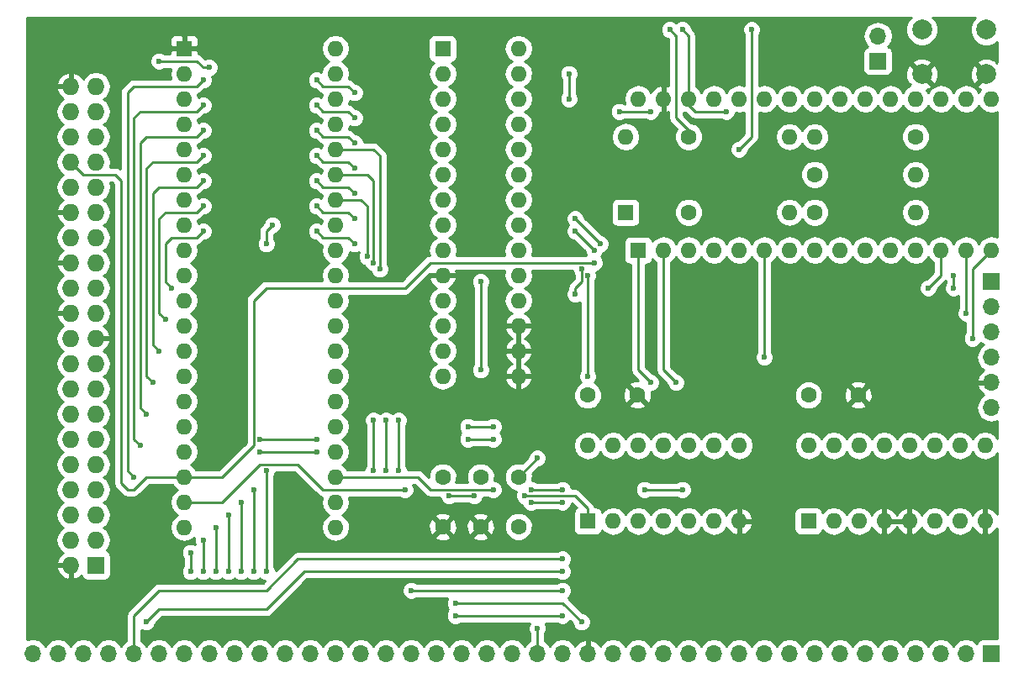
<source format=gbl>
G04 #@! TF.FileFunction,Copper,L2,Bot,Signal*
%FSLAX46Y46*%
G04 Gerber Fmt 4.6, Leading zero omitted, Abs format (unit mm)*
G04 Created by KiCad (PCBNEW 4.0.6) date 06/10/17 20:24:27*
%MOMM*%
%LPD*%
G01*
G04 APERTURE LIST*
%ADD10C,0.100000*%
%ADD11R,1.727200X1.727200*%
%ADD12O,1.727200X1.727200*%
%ADD13C,1.600000*%
%ADD14R,1.700000X1.700000*%
%ADD15O,1.700000X1.700000*%
%ADD16R,1.600000X1.600000*%
%ADD17O,1.600000X1.600000*%
%ADD18C,2.000000*%
%ADD19C,0.600000*%
%ADD20C,0.250000*%
%ADD21C,0.254000*%
G04 APERTURE END LIST*
D10*
D11*
X106680000Y-124460000D03*
D12*
X104140000Y-124460000D03*
X106680000Y-121920000D03*
X104140000Y-121920000D03*
X106680000Y-119380000D03*
X104140000Y-119380000D03*
X106680000Y-116840000D03*
X104140000Y-116840000D03*
X106680000Y-114300000D03*
X104140000Y-114300000D03*
X106680000Y-111760000D03*
X104140000Y-111760000D03*
X106680000Y-109220000D03*
X104140000Y-109220000D03*
X106680000Y-106680000D03*
X104140000Y-106680000D03*
X106680000Y-104140000D03*
X104140000Y-104140000D03*
X106680000Y-101600000D03*
X104140000Y-101600000D03*
X106680000Y-99060000D03*
X104140000Y-99060000D03*
X106680000Y-96520000D03*
X104140000Y-96520000D03*
X106680000Y-93980000D03*
X104140000Y-93980000D03*
X106680000Y-91440000D03*
X104140000Y-91440000D03*
X106680000Y-88900000D03*
X104140000Y-88900000D03*
X106680000Y-86360000D03*
X104140000Y-86360000D03*
X106680000Y-83820000D03*
X104140000Y-83820000D03*
X106680000Y-81280000D03*
X104140000Y-81280000D03*
X106680000Y-78740000D03*
X104140000Y-78740000D03*
X106680000Y-76200000D03*
X104140000Y-76200000D03*
D13*
X156210000Y-107315000D03*
X161210000Y-107315000D03*
X141605000Y-115570000D03*
X141605000Y-120570000D03*
X178435000Y-107315000D03*
X183435000Y-107315000D03*
X145415000Y-115570000D03*
X145415000Y-120570000D03*
D14*
X196850000Y-133350000D03*
D15*
X194310000Y-133350000D03*
X191770000Y-133350000D03*
X189230000Y-133350000D03*
X186690000Y-133350000D03*
X184150000Y-133350000D03*
X181610000Y-133350000D03*
X179070000Y-133350000D03*
X176530000Y-133350000D03*
X173990000Y-133350000D03*
X171450000Y-133350000D03*
X168910000Y-133350000D03*
X166370000Y-133350000D03*
X163830000Y-133350000D03*
X161290000Y-133350000D03*
X158750000Y-133350000D03*
X156210000Y-133350000D03*
X153670000Y-133350000D03*
X151130000Y-133350000D03*
X148590000Y-133350000D03*
X146050000Y-133350000D03*
X143510000Y-133350000D03*
X140970000Y-133350000D03*
X138430000Y-133350000D03*
X135890000Y-133350000D03*
X133350000Y-133350000D03*
X130810000Y-133350000D03*
X128270000Y-133350000D03*
X125730000Y-133350000D03*
X123190000Y-133350000D03*
X120650000Y-133350000D03*
X118110000Y-133350000D03*
X115570000Y-133350000D03*
X113030000Y-133350000D03*
X110490000Y-133350000D03*
X107950000Y-133350000D03*
X105410000Y-133350000D03*
X102870000Y-133350000D03*
X100330000Y-133350000D03*
D16*
X161290000Y-92710000D03*
D17*
X194310000Y-77470000D03*
X163830000Y-92710000D03*
X191770000Y-77470000D03*
X166370000Y-92710000D03*
X189230000Y-77470000D03*
X168910000Y-92710000D03*
X186690000Y-77470000D03*
X171450000Y-92710000D03*
X184150000Y-77470000D03*
X173990000Y-92710000D03*
X181610000Y-77470000D03*
X176530000Y-92710000D03*
X179070000Y-77470000D03*
X179070000Y-92710000D03*
X176530000Y-77470000D03*
X181610000Y-92710000D03*
X173990000Y-77470000D03*
X184150000Y-92710000D03*
X171450000Y-77470000D03*
X186690000Y-92710000D03*
X168910000Y-77470000D03*
X189230000Y-92710000D03*
X166370000Y-77470000D03*
X191770000Y-92710000D03*
X163830000Y-77470000D03*
X194310000Y-92710000D03*
X161290000Y-77470000D03*
X196850000Y-92710000D03*
X196850000Y-77470000D03*
D14*
X185420000Y-73660000D03*
D15*
X185420000Y-71120000D03*
D13*
X166370000Y-88900000D03*
D17*
X176530000Y-88900000D03*
D13*
X179070000Y-88900000D03*
D17*
X189230000Y-88900000D03*
D13*
X179070000Y-85090000D03*
D17*
X189230000Y-85090000D03*
D18*
X189865000Y-74985000D03*
X189865000Y-70485000D03*
X196365000Y-74985000D03*
X196365000Y-70485000D03*
D16*
X156210000Y-120015000D03*
D17*
X171450000Y-112395000D03*
X158750000Y-120015000D03*
X168910000Y-112395000D03*
X161290000Y-120015000D03*
X166370000Y-112395000D03*
X163830000Y-120015000D03*
X163830000Y-112395000D03*
X166370000Y-120015000D03*
X161290000Y-112395000D03*
X168910000Y-120015000D03*
X158750000Y-112395000D03*
X171450000Y-120015000D03*
X156210000Y-112395000D03*
D16*
X115570000Y-72390000D03*
D17*
X130810000Y-120650000D03*
X115570000Y-74930000D03*
X130810000Y-118110000D03*
X115570000Y-77470000D03*
X130810000Y-115570000D03*
X115570000Y-80010000D03*
X130810000Y-113030000D03*
X115570000Y-82550000D03*
X130810000Y-110490000D03*
X115570000Y-85090000D03*
X130810000Y-107950000D03*
X115570000Y-87630000D03*
X130810000Y-105410000D03*
X115570000Y-90170000D03*
X130810000Y-102870000D03*
X115570000Y-92710000D03*
X130810000Y-100330000D03*
X115570000Y-95250000D03*
X130810000Y-97790000D03*
X115570000Y-97790000D03*
X130810000Y-95250000D03*
X115570000Y-100330000D03*
X130810000Y-92710000D03*
X115570000Y-102870000D03*
X130810000Y-90170000D03*
X115570000Y-105410000D03*
X130810000Y-87630000D03*
X115570000Y-107950000D03*
X130810000Y-85090000D03*
X115570000Y-110490000D03*
X130810000Y-82550000D03*
X115570000Y-113030000D03*
X130810000Y-80010000D03*
X115570000Y-115570000D03*
X130810000Y-77470000D03*
X115570000Y-118110000D03*
X130810000Y-74930000D03*
X115570000Y-120650000D03*
X130810000Y-72390000D03*
D16*
X178435000Y-120015000D03*
D17*
X196215000Y-112395000D03*
X180975000Y-120015000D03*
X193675000Y-112395000D03*
X183515000Y-120015000D03*
X191135000Y-112395000D03*
X186055000Y-120015000D03*
X188595000Y-112395000D03*
X188595000Y-120015000D03*
X186055000Y-112395000D03*
X191135000Y-120015000D03*
X183515000Y-112395000D03*
X193675000Y-120015000D03*
X180975000Y-112395000D03*
X196215000Y-120015000D03*
X178435000Y-112395000D03*
D16*
X141605000Y-72390000D03*
D17*
X149225000Y-105410000D03*
X141605000Y-74930000D03*
X149225000Y-102870000D03*
X141605000Y-77470000D03*
X149225000Y-100330000D03*
X141605000Y-80010000D03*
X149225000Y-97790000D03*
X141605000Y-82550000D03*
X149225000Y-95250000D03*
X141605000Y-85090000D03*
X149225000Y-92710000D03*
X141605000Y-87630000D03*
X149225000Y-90170000D03*
X141605000Y-90170000D03*
X149225000Y-87630000D03*
X141605000Y-92710000D03*
X149225000Y-85090000D03*
X141605000Y-95250000D03*
X149225000Y-82550000D03*
X141605000Y-97790000D03*
X149225000Y-80010000D03*
X141605000Y-100330000D03*
X149225000Y-77470000D03*
X141605000Y-102870000D03*
X149225000Y-74930000D03*
X141605000Y-105410000D03*
X149225000Y-72390000D03*
D14*
X196850000Y-95885000D03*
D15*
X196850000Y-98425000D03*
X196850000Y-100965000D03*
X196850000Y-103505000D03*
X196850000Y-106045000D03*
X196850000Y-108585000D03*
D13*
X166370000Y-81280000D03*
D17*
X176530000Y-81280000D03*
D13*
X189230000Y-81280000D03*
D17*
X179070000Y-81280000D03*
D13*
X149225000Y-115570000D03*
X149225000Y-120570000D03*
D16*
X160020000Y-88900000D03*
D17*
X160020000Y-81280000D03*
D19*
X145415000Y-104775000D03*
X145415000Y-95885000D03*
X123190000Y-113030000D03*
X128905000Y-113030000D03*
X156210000Y-95250000D03*
X156210000Y-105410000D03*
X173990000Y-103505000D03*
X151130000Y-113665000D03*
X128905000Y-111760000D03*
X144145000Y-111760000D03*
X146685000Y-111760000D03*
X123190000Y-111760000D03*
X153670000Y-127000000D03*
X138430000Y-127000000D03*
X153670000Y-129540000D03*
X142875000Y-129540000D03*
X135890000Y-114935000D03*
X135890000Y-109855000D03*
X134620000Y-93980000D03*
X155575000Y-130175000D03*
X142875000Y-128270000D03*
X137160000Y-114935000D03*
X137160000Y-109855000D03*
X135255000Y-94615000D03*
X151130000Y-130810000D03*
X146685000Y-110490000D03*
X144145000Y-110490000D03*
X134620000Y-114935000D03*
X134620000Y-109855000D03*
X133985000Y-93345000D03*
X124460000Y-90170000D03*
X123825000Y-92075000D03*
X123825000Y-125095000D03*
X123825000Y-114935000D03*
X122555000Y-125095000D03*
X122555000Y-116840000D03*
X121285000Y-125095000D03*
X121285000Y-118110000D03*
X120015000Y-125095000D03*
X120015000Y-119380000D03*
X118745000Y-125095000D03*
X118745000Y-120650000D03*
X117475000Y-125095000D03*
X117475000Y-121920000D03*
X116205000Y-125095000D03*
X116205000Y-123190000D03*
X157480000Y-92075000D03*
X154940000Y-89535000D03*
X118110000Y-74295000D03*
X113030000Y-73660000D03*
X190500000Y-96520000D03*
X194310000Y-99060000D03*
X194945000Y-101600000D03*
X193040000Y-96520000D03*
X193040000Y-95250000D03*
X149860000Y-117475000D03*
X144780000Y-117475000D03*
X142240000Y-117475000D03*
X137795000Y-116840000D03*
X146685000Y-116840000D03*
X150495000Y-116840000D03*
X153670000Y-116840000D03*
X165735000Y-116840000D03*
X161925000Y-116840000D03*
X117475000Y-90805000D03*
X128905000Y-90805000D03*
X114300000Y-96520000D03*
X132715000Y-92075000D03*
X132715000Y-89535000D03*
X113665000Y-99695000D03*
X117475000Y-88265000D03*
X128905000Y-88265000D03*
X113030000Y-102870000D03*
X132715000Y-86995000D03*
X128905000Y-85725000D03*
X117475000Y-85725000D03*
X112395000Y-106045000D03*
X132715000Y-84455000D03*
X128905000Y-83185000D03*
X117475000Y-83185000D03*
X111760000Y-109220000D03*
X132715000Y-81915000D03*
X128905000Y-80645000D03*
X117475000Y-80645000D03*
X111125000Y-112395000D03*
X132715000Y-79375000D03*
X128905000Y-78105000D03*
X117475000Y-78105000D03*
X110490000Y-115570000D03*
X132715000Y-76835000D03*
X128905000Y-75565000D03*
X117475000Y-75565000D03*
X153670000Y-123825000D03*
X162560000Y-106045000D03*
X111760000Y-130175000D03*
X153670000Y-125095000D03*
X165100000Y-106045000D03*
X154305000Y-77470000D03*
X154305000Y-74930000D03*
X154940000Y-90805000D03*
X156845000Y-92710000D03*
X156845000Y-93980000D03*
X171450000Y-82550000D03*
X172720000Y-70485000D03*
X164465000Y-70485000D03*
X165735000Y-70485000D03*
X155575000Y-94615000D03*
X162560000Y-78740000D03*
X159385000Y-78740000D03*
X154940000Y-97155000D03*
X170180000Y-78740000D03*
X150495000Y-118110000D03*
X153670000Y-118110000D03*
D20*
X145415000Y-95885000D02*
X145415000Y-104775000D01*
X128905000Y-113030000D02*
X123190000Y-113030000D01*
X156210000Y-105410000D02*
X156210000Y-95250000D01*
X173990000Y-92710000D02*
X173990000Y-103505000D01*
X151130000Y-113665000D02*
X149225000Y-115570000D01*
X128905000Y-111760000D02*
X123190000Y-111760000D01*
X146685000Y-111760000D02*
X144145000Y-111760000D01*
X153670000Y-127000000D02*
X138430000Y-127000000D01*
X130810000Y-85090000D02*
X133350000Y-85090000D01*
X142875000Y-129540000D02*
X153670000Y-129540000D01*
X135890000Y-109855000D02*
X135890000Y-114935000D01*
X134620000Y-85725000D02*
X134620000Y-93980000D01*
X133985000Y-85090000D02*
X134620000Y-85725000D01*
X133350000Y-85090000D02*
X133985000Y-85090000D01*
X130810000Y-82550000D02*
X134620000Y-82550000D01*
X153670000Y-128270000D02*
X155575000Y-130175000D01*
X142875000Y-128270000D02*
X153670000Y-128270000D01*
X137160000Y-109855000D02*
X137160000Y-114935000D01*
X135255000Y-83185000D02*
X135255000Y-94615000D01*
X134620000Y-82550000D02*
X135255000Y-83185000D01*
X151130000Y-130810000D02*
X151130000Y-133350000D01*
X144145000Y-110490000D02*
X146685000Y-110490000D01*
X134620000Y-114935000D02*
X134620000Y-109855000D01*
X133985000Y-93345000D02*
X133985000Y-88265000D01*
X133985000Y-88265000D02*
X133350000Y-87630000D01*
X133350000Y-87630000D02*
X130810000Y-87630000D01*
X124460000Y-90170000D02*
X123825000Y-90805000D01*
X123825000Y-90805000D02*
X123825000Y-92075000D01*
X123825000Y-114935000D02*
X123825000Y-125095000D01*
X122555000Y-116840000D02*
X122555000Y-125095000D01*
X121285000Y-118110000D02*
X121285000Y-125095000D01*
X120015000Y-119380000D02*
X120015000Y-125095000D01*
X118745000Y-120650000D02*
X118745000Y-125095000D01*
X117475000Y-121920000D02*
X117475000Y-125095000D01*
X116205000Y-123190000D02*
X116205000Y-125095000D01*
X157480000Y-92075000D02*
X154940000Y-89535000D01*
X117475000Y-74295000D02*
X118110000Y-74295000D01*
X116840000Y-73660000D02*
X117475000Y-74295000D01*
X113030000Y-73660000D02*
X116840000Y-73660000D01*
X190500000Y-96520000D02*
X191770000Y-95250000D01*
X191770000Y-92710000D02*
X191770000Y-95250000D01*
X194310000Y-92710000D02*
X194310000Y-99060000D01*
X196850000Y-92710000D02*
X194945000Y-94615000D01*
X194945000Y-94615000D02*
X194945000Y-101600000D01*
X193040000Y-95250000D02*
X193040000Y-96520000D01*
X129540000Y-116840000D02*
X137795000Y-116840000D01*
X119380000Y-118110000D02*
X123190000Y-114300000D01*
X123190000Y-114300000D02*
X127000000Y-114300000D01*
X127000000Y-114300000D02*
X129540000Y-116840000D01*
X154940000Y-117475000D02*
X156210000Y-118745000D01*
X156210000Y-120015000D02*
X156210000Y-118745000D01*
X119380000Y-118110000D02*
X115570000Y-118110000D01*
X149860000Y-117475000D02*
X154940000Y-117475000D01*
X142240000Y-117475000D02*
X144780000Y-117475000D01*
X150495000Y-116840000D02*
X153670000Y-116840000D01*
X139065000Y-115570000D02*
X140335000Y-116840000D01*
X130810000Y-115570000D02*
X139065000Y-115570000D01*
X140335000Y-116840000D02*
X146685000Y-116840000D01*
X161925000Y-116840000D02*
X165735000Y-116840000D01*
X116840000Y-91440000D02*
X117475000Y-90805000D01*
X128905000Y-90805000D02*
X129540000Y-91440000D01*
X113665000Y-93345000D02*
X113665000Y-95885000D01*
X114300000Y-96520000D02*
X113665000Y-95885000D01*
X114300000Y-91440000D02*
X116840000Y-91440000D01*
X129540000Y-91440000D02*
X132080000Y-91440000D01*
X113665000Y-92075000D02*
X114300000Y-91440000D01*
X113665000Y-93345000D02*
X113665000Y-92075000D01*
X132715000Y-92075000D02*
X132080000Y-91440000D01*
X129540000Y-88900000D02*
X128905000Y-88265000D01*
X132715000Y-89535000D02*
X132080000Y-88900000D01*
X113030000Y-95250000D02*
X113030000Y-99060000D01*
X113665000Y-99695000D02*
X113030000Y-99060000D01*
X113665000Y-88900000D02*
X116840000Y-88900000D01*
X129540000Y-88900000D02*
X132080000Y-88900000D01*
X113030000Y-89535000D02*
X113665000Y-88900000D01*
X113030000Y-95250000D02*
X113030000Y-89535000D01*
X117475000Y-88265000D02*
X116840000Y-88900000D01*
X116840000Y-86360000D02*
X117475000Y-85725000D01*
X112395000Y-97155000D02*
X112395000Y-86995000D01*
X112395000Y-86995000D02*
X113030000Y-86360000D01*
X129540000Y-86360000D02*
X132080000Y-86360000D01*
X113030000Y-86360000D02*
X116840000Y-86360000D01*
X112395000Y-102235000D02*
X113030000Y-102870000D01*
X112395000Y-97155000D02*
X112395000Y-102235000D01*
X132080000Y-86360000D02*
X132715000Y-86995000D01*
X128905000Y-85725000D02*
X129540000Y-86360000D01*
X116840000Y-83820000D02*
X117475000Y-83185000D01*
X129540000Y-83820000D02*
X132080000Y-83820000D01*
X111760000Y-99060000D02*
X111760000Y-85090000D01*
X111760000Y-85090000D02*
X111760000Y-84455000D01*
X111760000Y-84455000D02*
X112395000Y-83820000D01*
X112395000Y-83820000D02*
X116840000Y-83820000D01*
X111760000Y-105410000D02*
X112395000Y-106045000D01*
X111760000Y-99060000D02*
X111760000Y-105410000D01*
X132080000Y-83820000D02*
X132715000Y-84455000D01*
X128905000Y-83185000D02*
X129540000Y-83820000D01*
X116840000Y-81280000D02*
X117475000Y-80645000D01*
X111125000Y-100965000D02*
X111125000Y-81915000D01*
X111125000Y-81915000D02*
X111760000Y-81280000D01*
X129540000Y-81280000D02*
X132080000Y-81280000D01*
X111760000Y-81280000D02*
X116840000Y-81280000D01*
X111125000Y-108585000D02*
X111760000Y-109220000D01*
X111125000Y-100965000D02*
X111125000Y-108585000D01*
X132080000Y-81280000D02*
X132715000Y-81915000D01*
X128905000Y-80645000D02*
X129540000Y-81280000D01*
X116840000Y-78740000D02*
X117475000Y-78105000D01*
X110490000Y-102870000D02*
X110490000Y-111760000D01*
X111125000Y-112395000D02*
X110490000Y-111760000D01*
X111125000Y-78740000D02*
X116840000Y-78740000D01*
X129540000Y-78740000D02*
X132080000Y-78740000D01*
X110490000Y-79375000D02*
X111125000Y-78740000D01*
X110490000Y-102870000D02*
X110490000Y-79375000D01*
X132080000Y-78740000D02*
X132715000Y-79375000D01*
X128905000Y-78105000D02*
X129540000Y-78740000D01*
X116840000Y-76200000D02*
X117475000Y-75565000D01*
X109855000Y-104775000D02*
X109855000Y-114935000D01*
X110490000Y-115570000D02*
X109855000Y-114935000D01*
X110490000Y-76200000D02*
X116840000Y-76200000D01*
X109855000Y-76835000D02*
X110490000Y-76200000D01*
X109855000Y-104775000D02*
X109855000Y-76835000D01*
X129540000Y-76200000D02*
X132080000Y-76200000D01*
X132080000Y-76200000D02*
X132715000Y-76835000D01*
X128905000Y-75565000D02*
X129540000Y-76200000D01*
X127000000Y-123825000D02*
X123825000Y-127000000D01*
X123825000Y-127000000D02*
X113030000Y-127000000D01*
X113030000Y-127000000D02*
X110490000Y-129540000D01*
X110490000Y-133350000D02*
X110490000Y-129540000D01*
X153670000Y-123825000D02*
X127000000Y-123825000D01*
X161290000Y-104775000D02*
X162560000Y-106045000D01*
X161290000Y-104775000D02*
X161290000Y-92710000D01*
X153670000Y-125095000D02*
X127635000Y-125095000D01*
X127635000Y-125095000D02*
X123825000Y-128905000D01*
X123825000Y-128905000D02*
X113030000Y-128905000D01*
X113030000Y-128905000D02*
X111760000Y-130175000D01*
X163830000Y-104775000D02*
X165100000Y-106045000D01*
X163830000Y-104775000D02*
X163830000Y-92710000D01*
X154305000Y-77470000D02*
X154305000Y-74930000D01*
X156845000Y-92710000D02*
X154940000Y-90805000D01*
X115570000Y-115570000D02*
X119380000Y-115570000D01*
X140335000Y-93980000D02*
X156845000Y-93980000D01*
X137795000Y-96520000D02*
X140335000Y-93980000D01*
X123825000Y-96520000D02*
X137795000Y-96520000D01*
X122555000Y-97790000D02*
X123825000Y-96520000D01*
X122555000Y-112395000D02*
X122555000Y-97790000D01*
X119380000Y-115570000D02*
X122555000Y-112395000D01*
X115570000Y-115570000D02*
X111760000Y-115570000D01*
X105410000Y-85090000D02*
X104140000Y-83820000D01*
X108585000Y-85090000D02*
X105410000Y-85090000D01*
X109220000Y-85725000D02*
X108585000Y-85090000D01*
X109220000Y-86360000D02*
X109220000Y-85725000D01*
X109220000Y-116205000D02*
X109220000Y-86360000D01*
X109855000Y-116840000D02*
X109220000Y-116205000D01*
X110490000Y-116840000D02*
X109855000Y-116840000D01*
X111760000Y-115570000D02*
X110490000Y-116840000D01*
X172720000Y-80010000D02*
X172720000Y-81280000D01*
X172720000Y-81280000D02*
X171450000Y-82550000D01*
X172720000Y-70485000D02*
X172720000Y-80010000D01*
X166370000Y-81280000D02*
X166370000Y-80645000D01*
X166370000Y-80645000D02*
X165100000Y-79375000D01*
X165100000Y-71120000D02*
X164465000Y-70485000D01*
X165100000Y-79375000D02*
X165100000Y-71120000D01*
X166370000Y-71120000D02*
X166370000Y-77470000D01*
X165735000Y-70485000D02*
X166370000Y-71120000D01*
X154940000Y-97155000D02*
X154940000Y-96520000D01*
X155575000Y-95885000D02*
X155575000Y-94615000D01*
X154940000Y-96520000D02*
X155575000Y-95885000D01*
X159385000Y-78740000D02*
X162560000Y-78740000D01*
X167005000Y-78740000D02*
X166370000Y-78105000D01*
X170180000Y-78740000D02*
X167005000Y-78740000D01*
X166370000Y-78105000D02*
X166370000Y-77470000D01*
X153670000Y-118110000D02*
X150495000Y-118110000D01*
D21*
G36*
X188479722Y-69557637D02*
X188230284Y-70158352D01*
X188229716Y-70808795D01*
X188478106Y-71409943D01*
X188937637Y-71870278D01*
X189538352Y-72119716D01*
X190188795Y-72120284D01*
X190789943Y-71871894D01*
X191250278Y-71412363D01*
X191499716Y-70811648D01*
X191500284Y-70161205D01*
X191251894Y-69560057D01*
X190957352Y-69265000D01*
X195272871Y-69265000D01*
X194979722Y-69557637D01*
X194730284Y-70158352D01*
X194729716Y-70808795D01*
X194978106Y-71409943D01*
X195437637Y-71870278D01*
X196038352Y-72119716D01*
X196688795Y-72120284D01*
X197289943Y-71871894D01*
X197435000Y-71727090D01*
X197435000Y-73735392D01*
X197337926Y-73832466D01*
X197239264Y-73565613D01*
X196629539Y-73339092D01*
X195979540Y-73363144D01*
X195490736Y-73565613D01*
X195392073Y-73832468D01*
X196365000Y-74805395D01*
X196379143Y-74791253D01*
X196558748Y-74970858D01*
X196544605Y-74985000D01*
X196558748Y-74999143D01*
X196379143Y-75178748D01*
X196365000Y-75164605D01*
X195392073Y-76137532D01*
X195490736Y-76404387D01*
X195778984Y-76511475D01*
X195580000Y-76809275D01*
X195324698Y-76427189D01*
X194859151Y-76116120D01*
X194310000Y-76006887D01*
X193760849Y-76116120D01*
X193295302Y-76427189D01*
X193040000Y-76809275D01*
X192784698Y-76427189D01*
X192319151Y-76116120D01*
X191770000Y-76006887D01*
X191220849Y-76116120D01*
X190755302Y-76427189D01*
X190500000Y-76809275D01*
X190339973Y-76569778D01*
X190739264Y-76404387D01*
X190837927Y-76137532D01*
X189865000Y-75164605D01*
X189850858Y-75178748D01*
X189671253Y-74999143D01*
X189685395Y-74985000D01*
X190044605Y-74985000D01*
X191017532Y-75957927D01*
X191284387Y-75859264D01*
X191510908Y-75249539D01*
X191491331Y-74720461D01*
X194719092Y-74720461D01*
X194743144Y-75370460D01*
X194945613Y-75859264D01*
X195212468Y-75957927D01*
X196185395Y-74985000D01*
X195212468Y-74012073D01*
X194945613Y-74110736D01*
X194719092Y-74720461D01*
X191491331Y-74720461D01*
X191486856Y-74599540D01*
X191284387Y-74110736D01*
X191017532Y-74012073D01*
X190044605Y-74985000D01*
X189685395Y-74985000D01*
X188712468Y-74012073D01*
X188445613Y-74110736D01*
X188219092Y-74720461D01*
X188243144Y-75370460D01*
X188445613Y-75859264D01*
X188712466Y-75957926D01*
X188598186Y-76072206D01*
X188657621Y-76131641D01*
X188215302Y-76427189D01*
X187960000Y-76809275D01*
X187704698Y-76427189D01*
X187239151Y-76116120D01*
X186690000Y-76006887D01*
X186140849Y-76116120D01*
X185675302Y-76427189D01*
X185420000Y-76809275D01*
X185164698Y-76427189D01*
X184699151Y-76116120D01*
X184150000Y-76006887D01*
X183600849Y-76116120D01*
X183135302Y-76427189D01*
X182880000Y-76809275D01*
X182624698Y-76427189D01*
X182159151Y-76116120D01*
X181610000Y-76006887D01*
X181060849Y-76116120D01*
X180595302Y-76427189D01*
X180340000Y-76809275D01*
X180084698Y-76427189D01*
X179619151Y-76116120D01*
X179070000Y-76006887D01*
X178520849Y-76116120D01*
X178055302Y-76427189D01*
X177800000Y-76809275D01*
X177544698Y-76427189D01*
X177079151Y-76116120D01*
X176530000Y-76006887D01*
X175980849Y-76116120D01*
X175515302Y-76427189D01*
X175260000Y-76809275D01*
X175004698Y-76427189D01*
X174539151Y-76116120D01*
X173990000Y-76006887D01*
X173480000Y-76108332D01*
X173480000Y-71120000D01*
X183905907Y-71120000D01*
X184018946Y-71688285D01*
X184340853Y-72170054D01*
X184382452Y-72197850D01*
X184334683Y-72206838D01*
X184118559Y-72345910D01*
X183973569Y-72558110D01*
X183922560Y-72810000D01*
X183922560Y-74510000D01*
X183966838Y-74745317D01*
X184105910Y-74961441D01*
X184318110Y-75106431D01*
X184570000Y-75157440D01*
X186270000Y-75157440D01*
X186505317Y-75113162D01*
X186721441Y-74974090D01*
X186866431Y-74761890D01*
X186917440Y-74510000D01*
X186917440Y-73832468D01*
X188892073Y-73832468D01*
X189865000Y-74805395D01*
X190837927Y-73832468D01*
X190739264Y-73565613D01*
X190129539Y-73339092D01*
X189479540Y-73363144D01*
X188990736Y-73565613D01*
X188892073Y-73832468D01*
X186917440Y-73832468D01*
X186917440Y-72810000D01*
X186873162Y-72574683D01*
X186734090Y-72358559D01*
X186521890Y-72213569D01*
X186454459Y-72199914D01*
X186499147Y-72170054D01*
X186821054Y-71688285D01*
X186934093Y-71120000D01*
X186821054Y-70551715D01*
X186499147Y-70069946D01*
X186017378Y-69748039D01*
X185449093Y-69635000D01*
X185390907Y-69635000D01*
X184822622Y-69748039D01*
X184340853Y-70069946D01*
X184018946Y-70551715D01*
X183905907Y-71120000D01*
X173480000Y-71120000D01*
X173480000Y-71047463D01*
X173512192Y-71015327D01*
X173654838Y-70671799D01*
X173655162Y-70299833D01*
X173513117Y-69956057D01*
X173250327Y-69692808D01*
X172906799Y-69550162D01*
X172534833Y-69549838D01*
X172191057Y-69691883D01*
X171927808Y-69954673D01*
X171785162Y-70298201D01*
X171784838Y-70670167D01*
X171926883Y-71013943D01*
X171960000Y-71047118D01*
X171960000Y-76108332D01*
X171450000Y-76006887D01*
X170900849Y-76116120D01*
X170435302Y-76427189D01*
X170180000Y-76809275D01*
X169924698Y-76427189D01*
X169459151Y-76116120D01*
X168910000Y-76006887D01*
X168360849Y-76116120D01*
X167895302Y-76427189D01*
X167640000Y-76809275D01*
X167384698Y-76427189D01*
X167130000Y-76257005D01*
X167130000Y-71120000D01*
X167072148Y-70829161D01*
X166907401Y-70582599D01*
X166670122Y-70345320D01*
X166670162Y-70299833D01*
X166528117Y-69956057D01*
X166265327Y-69692808D01*
X165921799Y-69550162D01*
X165549833Y-69549838D01*
X165206057Y-69691883D01*
X165100046Y-69797710D01*
X164995327Y-69692808D01*
X164651799Y-69550162D01*
X164279833Y-69549838D01*
X163936057Y-69691883D01*
X163672808Y-69954673D01*
X163530162Y-70298201D01*
X163529838Y-70670167D01*
X163671883Y-71013943D01*
X163934673Y-71277192D01*
X164278201Y-71419838D01*
X164325077Y-71419879D01*
X164340000Y-71434802D01*
X164340000Y-76144764D01*
X164179039Y-76078096D01*
X163957000Y-76200085D01*
X163957000Y-77343000D01*
X163977000Y-77343000D01*
X163977000Y-77597000D01*
X163957000Y-77597000D01*
X163957000Y-78739915D01*
X164179039Y-78861904D01*
X164340000Y-78795236D01*
X164340000Y-79375000D01*
X164397852Y-79665839D01*
X164562599Y-79912401D01*
X165143056Y-80492858D01*
X164935250Y-80993309D01*
X164934752Y-81564187D01*
X165152757Y-82091800D01*
X165556077Y-82495824D01*
X166083309Y-82714750D01*
X166654187Y-82715248D01*
X167181800Y-82497243D01*
X167585824Y-82093923D01*
X167804750Y-81566691D01*
X167805248Y-80995813D01*
X167587243Y-80468200D01*
X167183923Y-80064176D01*
X166656691Y-79845250D01*
X166645042Y-79845240D01*
X165860000Y-79060198D01*
X165860000Y-78831668D01*
X166062057Y-78871859D01*
X166467599Y-79277401D01*
X166714161Y-79442148D01*
X167005000Y-79500000D01*
X169617537Y-79500000D01*
X169649673Y-79532192D01*
X169993201Y-79674838D01*
X170365167Y-79675162D01*
X170708943Y-79533117D01*
X170972192Y-79270327D01*
X171114838Y-78926799D01*
X171114891Y-78866456D01*
X171450000Y-78933113D01*
X171960000Y-78831668D01*
X171960000Y-80965198D01*
X171310320Y-81614878D01*
X171264833Y-81614838D01*
X170921057Y-81756883D01*
X170657808Y-82019673D01*
X170515162Y-82363201D01*
X170514838Y-82735167D01*
X170656883Y-83078943D01*
X170919673Y-83342192D01*
X171263201Y-83484838D01*
X171635167Y-83485162D01*
X171978943Y-83343117D01*
X172242192Y-83080327D01*
X172384838Y-82736799D01*
X172384879Y-82689923D01*
X173257401Y-81817401D01*
X173422148Y-81570840D01*
X173480000Y-81280000D01*
X175066887Y-81280000D01*
X175176120Y-81829151D01*
X175487189Y-82294698D01*
X175952736Y-82605767D01*
X176501887Y-82715000D01*
X176558113Y-82715000D01*
X177107264Y-82605767D01*
X177572811Y-82294698D01*
X177800000Y-81954686D01*
X178027189Y-82294698D01*
X178492736Y-82605767D01*
X179041887Y-82715000D01*
X179098113Y-82715000D01*
X179647264Y-82605767D01*
X180112811Y-82294698D01*
X180423880Y-81829151D01*
X180476584Y-81564187D01*
X187794752Y-81564187D01*
X188012757Y-82091800D01*
X188416077Y-82495824D01*
X188943309Y-82714750D01*
X189514187Y-82715248D01*
X190041800Y-82497243D01*
X190445824Y-82093923D01*
X190664750Y-81566691D01*
X190665248Y-80995813D01*
X190447243Y-80468200D01*
X190043923Y-80064176D01*
X189516691Y-79845250D01*
X188945813Y-79844752D01*
X188418200Y-80062757D01*
X188014176Y-80466077D01*
X187795250Y-80993309D01*
X187794752Y-81564187D01*
X180476584Y-81564187D01*
X180533113Y-81280000D01*
X180423880Y-80730849D01*
X180112811Y-80265302D01*
X179647264Y-79954233D01*
X179098113Y-79845000D01*
X179041887Y-79845000D01*
X178492736Y-79954233D01*
X178027189Y-80265302D01*
X177800000Y-80605314D01*
X177572811Y-80265302D01*
X177107264Y-79954233D01*
X176558113Y-79845000D01*
X176501887Y-79845000D01*
X175952736Y-79954233D01*
X175487189Y-80265302D01*
X175176120Y-80730849D01*
X175066887Y-81280000D01*
X173480000Y-81280000D01*
X173480000Y-78831668D01*
X173990000Y-78933113D01*
X174539151Y-78823880D01*
X175004698Y-78512811D01*
X175260000Y-78130725D01*
X175515302Y-78512811D01*
X175980849Y-78823880D01*
X176530000Y-78933113D01*
X177079151Y-78823880D01*
X177544698Y-78512811D01*
X177800000Y-78130725D01*
X178055302Y-78512811D01*
X178520849Y-78823880D01*
X179070000Y-78933113D01*
X179619151Y-78823880D01*
X180084698Y-78512811D01*
X180340000Y-78130725D01*
X180595302Y-78512811D01*
X181060849Y-78823880D01*
X181610000Y-78933113D01*
X182159151Y-78823880D01*
X182624698Y-78512811D01*
X182880000Y-78130725D01*
X183135302Y-78512811D01*
X183600849Y-78823880D01*
X184150000Y-78933113D01*
X184699151Y-78823880D01*
X185164698Y-78512811D01*
X185420000Y-78130725D01*
X185675302Y-78512811D01*
X186140849Y-78823880D01*
X186690000Y-78933113D01*
X187239151Y-78823880D01*
X187704698Y-78512811D01*
X187960000Y-78130725D01*
X188215302Y-78512811D01*
X188680849Y-78823880D01*
X189230000Y-78933113D01*
X189779151Y-78823880D01*
X190244698Y-78512811D01*
X190500000Y-78130725D01*
X190755302Y-78512811D01*
X191220849Y-78823880D01*
X191770000Y-78933113D01*
X192319151Y-78823880D01*
X192784698Y-78512811D01*
X193040000Y-78130725D01*
X193295302Y-78512811D01*
X193760849Y-78823880D01*
X194310000Y-78933113D01*
X194859151Y-78823880D01*
X195324698Y-78512811D01*
X195580000Y-78130725D01*
X195835302Y-78512811D01*
X196300849Y-78823880D01*
X196850000Y-78933113D01*
X197399151Y-78823880D01*
X197435000Y-78799926D01*
X197435000Y-91380074D01*
X197399151Y-91356120D01*
X196850000Y-91246887D01*
X196300849Y-91356120D01*
X195835302Y-91667189D01*
X195580000Y-92049275D01*
X195324698Y-91667189D01*
X194859151Y-91356120D01*
X194310000Y-91246887D01*
X193760849Y-91356120D01*
X193295302Y-91667189D01*
X193040000Y-92049275D01*
X192784698Y-91667189D01*
X192319151Y-91356120D01*
X191770000Y-91246887D01*
X191220849Y-91356120D01*
X190755302Y-91667189D01*
X190500000Y-92049275D01*
X190244698Y-91667189D01*
X189779151Y-91356120D01*
X189230000Y-91246887D01*
X188680849Y-91356120D01*
X188215302Y-91667189D01*
X187960000Y-92049275D01*
X187704698Y-91667189D01*
X187239151Y-91356120D01*
X186690000Y-91246887D01*
X186140849Y-91356120D01*
X185675302Y-91667189D01*
X185420000Y-92049275D01*
X185164698Y-91667189D01*
X184699151Y-91356120D01*
X184150000Y-91246887D01*
X183600849Y-91356120D01*
X183135302Y-91667189D01*
X182880000Y-92049275D01*
X182624698Y-91667189D01*
X182159151Y-91356120D01*
X181610000Y-91246887D01*
X181060849Y-91356120D01*
X180595302Y-91667189D01*
X180340000Y-92049275D01*
X180084698Y-91667189D01*
X179619151Y-91356120D01*
X179070000Y-91246887D01*
X178520849Y-91356120D01*
X178055302Y-91667189D01*
X177800000Y-92049275D01*
X177544698Y-91667189D01*
X177079151Y-91356120D01*
X176530000Y-91246887D01*
X175980849Y-91356120D01*
X175515302Y-91667189D01*
X175260000Y-92049275D01*
X175004698Y-91667189D01*
X174539151Y-91356120D01*
X173990000Y-91246887D01*
X173440849Y-91356120D01*
X172975302Y-91667189D01*
X172720000Y-92049275D01*
X172464698Y-91667189D01*
X171999151Y-91356120D01*
X171450000Y-91246887D01*
X170900849Y-91356120D01*
X170435302Y-91667189D01*
X170180000Y-92049275D01*
X169924698Y-91667189D01*
X169459151Y-91356120D01*
X168910000Y-91246887D01*
X168360849Y-91356120D01*
X167895302Y-91667189D01*
X167640000Y-92049275D01*
X167384698Y-91667189D01*
X166919151Y-91356120D01*
X166370000Y-91246887D01*
X165820849Y-91356120D01*
X165355302Y-91667189D01*
X165100000Y-92049275D01*
X164844698Y-91667189D01*
X164379151Y-91356120D01*
X163830000Y-91246887D01*
X163280849Y-91356120D01*
X162815302Y-91667189D01*
X162718899Y-91811465D01*
X162693162Y-91674683D01*
X162554090Y-91458559D01*
X162341890Y-91313569D01*
X162090000Y-91262560D01*
X160490000Y-91262560D01*
X160254683Y-91306838D01*
X160038559Y-91445910D01*
X159893569Y-91658110D01*
X159842560Y-91910000D01*
X159842560Y-93510000D01*
X159886838Y-93745317D01*
X160025910Y-93961441D01*
X160238110Y-94106431D01*
X160490000Y-94157440D01*
X160530000Y-94157440D01*
X160530000Y-104775000D01*
X160587852Y-105065839D01*
X160752599Y-105312401D01*
X161313628Y-105873430D01*
X160856546Y-105895222D01*
X160455995Y-106061136D01*
X160381861Y-106307255D01*
X161210000Y-107135395D01*
X161224142Y-107121252D01*
X161403748Y-107300858D01*
X161389605Y-107315000D01*
X162217745Y-108143139D01*
X162463864Y-108069005D01*
X162632735Y-107599187D01*
X176999752Y-107599187D01*
X177217757Y-108126800D01*
X177621077Y-108530824D01*
X178148309Y-108749750D01*
X178719187Y-108750248D01*
X179246800Y-108532243D01*
X179456663Y-108322745D01*
X182606861Y-108322745D01*
X182680995Y-108568864D01*
X183218223Y-108761965D01*
X183788454Y-108734778D01*
X184189005Y-108568864D01*
X184263139Y-108322745D01*
X183435000Y-107494605D01*
X182606861Y-108322745D01*
X179456663Y-108322745D01*
X179650824Y-108128923D01*
X179869750Y-107601691D01*
X179870189Y-107098223D01*
X181988035Y-107098223D01*
X182015222Y-107668454D01*
X182181136Y-108069005D01*
X182427255Y-108143139D01*
X183255395Y-107315000D01*
X183614605Y-107315000D01*
X184442745Y-108143139D01*
X184688864Y-108069005D01*
X184881965Y-107531777D01*
X184854778Y-106961546D01*
X184688864Y-106560995D01*
X184442745Y-106486861D01*
X183614605Y-107315000D01*
X183255395Y-107315000D01*
X182427255Y-106486861D01*
X182181136Y-106560995D01*
X181988035Y-107098223D01*
X179870189Y-107098223D01*
X179870248Y-107030813D01*
X179652243Y-106503200D01*
X179456640Y-106307255D01*
X182606861Y-106307255D01*
X183435000Y-107135395D01*
X184263139Y-106307255D01*
X184189005Y-106061136D01*
X183651777Y-105868035D01*
X183081546Y-105895222D01*
X182680995Y-106061136D01*
X182606861Y-106307255D01*
X179456640Y-106307255D01*
X179248923Y-106099176D01*
X178721691Y-105880250D01*
X178150813Y-105879752D01*
X177623200Y-106097757D01*
X177219176Y-106501077D01*
X177000250Y-107028309D01*
X176999752Y-107599187D01*
X162632735Y-107599187D01*
X162656965Y-107531777D01*
X162630661Y-106980062D01*
X162745167Y-106980162D01*
X163088943Y-106838117D01*
X163352192Y-106575327D01*
X163494838Y-106231799D01*
X163495162Y-105859833D01*
X163353117Y-105516057D01*
X163090327Y-105252808D01*
X162746799Y-105110162D01*
X162699923Y-105110121D01*
X162050000Y-104460198D01*
X162050000Y-94157440D01*
X162090000Y-94157440D01*
X162325317Y-94113162D01*
X162541441Y-93974090D01*
X162686431Y-93761890D01*
X162717815Y-93606911D01*
X162815302Y-93752811D01*
X163070000Y-93922995D01*
X163070000Y-104775000D01*
X163127852Y-105065839D01*
X163292599Y-105312401D01*
X164164878Y-106184680D01*
X164164838Y-106230167D01*
X164306883Y-106573943D01*
X164569673Y-106837192D01*
X164913201Y-106979838D01*
X165285167Y-106980162D01*
X165628943Y-106838117D01*
X165892192Y-106575327D01*
X166034838Y-106231799D01*
X166035162Y-105859833D01*
X165893117Y-105516057D01*
X165630327Y-105252808D01*
X165286799Y-105110162D01*
X165239923Y-105110121D01*
X164590000Y-104460198D01*
X164590000Y-93922995D01*
X164844698Y-93752811D01*
X165100000Y-93370725D01*
X165355302Y-93752811D01*
X165820849Y-94063880D01*
X166370000Y-94173113D01*
X166919151Y-94063880D01*
X167384698Y-93752811D01*
X167640000Y-93370725D01*
X167895302Y-93752811D01*
X168360849Y-94063880D01*
X168910000Y-94173113D01*
X169459151Y-94063880D01*
X169924698Y-93752811D01*
X170180000Y-93370725D01*
X170435302Y-93752811D01*
X170900849Y-94063880D01*
X171450000Y-94173113D01*
X171999151Y-94063880D01*
X172464698Y-93752811D01*
X172720000Y-93370725D01*
X172975302Y-93752811D01*
X173230000Y-93922995D01*
X173230000Y-102942537D01*
X173197808Y-102974673D01*
X173055162Y-103318201D01*
X173054838Y-103690167D01*
X173196883Y-104033943D01*
X173459673Y-104297192D01*
X173803201Y-104439838D01*
X174175167Y-104440162D01*
X174518943Y-104298117D01*
X174782192Y-104035327D01*
X174924838Y-103691799D01*
X174925162Y-103319833D01*
X174783117Y-102976057D01*
X174750000Y-102942882D01*
X174750000Y-93922995D01*
X175004698Y-93752811D01*
X175260000Y-93370725D01*
X175515302Y-93752811D01*
X175980849Y-94063880D01*
X176530000Y-94173113D01*
X177079151Y-94063880D01*
X177544698Y-93752811D01*
X177800000Y-93370725D01*
X178055302Y-93752811D01*
X178520849Y-94063880D01*
X179070000Y-94173113D01*
X179619151Y-94063880D01*
X180084698Y-93752811D01*
X180340000Y-93370725D01*
X180595302Y-93752811D01*
X181060849Y-94063880D01*
X181610000Y-94173113D01*
X182159151Y-94063880D01*
X182624698Y-93752811D01*
X182880000Y-93370725D01*
X183135302Y-93752811D01*
X183600849Y-94063880D01*
X184150000Y-94173113D01*
X184699151Y-94063880D01*
X185164698Y-93752811D01*
X185420000Y-93370725D01*
X185675302Y-93752811D01*
X186140849Y-94063880D01*
X186690000Y-94173113D01*
X187239151Y-94063880D01*
X187704698Y-93752811D01*
X187960000Y-93370725D01*
X188215302Y-93752811D01*
X188680849Y-94063880D01*
X189230000Y-94173113D01*
X189779151Y-94063880D01*
X190244698Y-93752811D01*
X190500000Y-93370725D01*
X190755302Y-93752811D01*
X191010000Y-93922995D01*
X191010000Y-94935198D01*
X190360320Y-95584878D01*
X190314833Y-95584838D01*
X189971057Y-95726883D01*
X189707808Y-95989673D01*
X189565162Y-96333201D01*
X189564838Y-96705167D01*
X189706883Y-97048943D01*
X189969673Y-97312192D01*
X190313201Y-97454838D01*
X190685167Y-97455162D01*
X191028943Y-97313117D01*
X191292192Y-97050327D01*
X191434838Y-96706799D01*
X191434879Y-96659923D01*
X192280000Y-95814802D01*
X192280000Y-95957537D01*
X192247808Y-95989673D01*
X192105162Y-96333201D01*
X192104838Y-96705167D01*
X192246883Y-97048943D01*
X192509673Y-97312192D01*
X192853201Y-97454838D01*
X193225167Y-97455162D01*
X193550000Y-97320944D01*
X193550000Y-98497537D01*
X193517808Y-98529673D01*
X193375162Y-98873201D01*
X193374838Y-99245167D01*
X193516883Y-99588943D01*
X193779673Y-99852192D01*
X194123201Y-99994838D01*
X194185000Y-99994892D01*
X194185000Y-101037537D01*
X194152808Y-101069673D01*
X194010162Y-101413201D01*
X194009838Y-101785167D01*
X194151883Y-102128943D01*
X194414673Y-102392192D01*
X194758201Y-102534838D01*
X195130167Y-102535162D01*
X195473943Y-102393117D01*
X195737192Y-102130327D01*
X195781973Y-102022484D01*
X196100026Y-102235000D01*
X195770853Y-102454946D01*
X195448946Y-102936715D01*
X195335907Y-103505000D01*
X195448946Y-104073285D01*
X195770853Y-104555054D01*
X196111553Y-104782702D01*
X195968642Y-104849817D01*
X195578355Y-105278076D01*
X195408524Y-105688110D01*
X195529845Y-105918000D01*
X196723000Y-105918000D01*
X196723000Y-105898000D01*
X196977000Y-105898000D01*
X196977000Y-105918000D01*
X196997000Y-105918000D01*
X196997000Y-106172000D01*
X196977000Y-106172000D01*
X196977000Y-106192000D01*
X196723000Y-106192000D01*
X196723000Y-106172000D01*
X195529845Y-106172000D01*
X195408524Y-106401890D01*
X195578355Y-106811924D01*
X195968642Y-107240183D01*
X196111553Y-107307298D01*
X195770853Y-107534946D01*
X195448946Y-108016715D01*
X195335907Y-108585000D01*
X195448946Y-109153285D01*
X195770853Y-109635054D01*
X196252622Y-109956961D01*
X196820907Y-110070000D01*
X196879093Y-110070000D01*
X197435000Y-109959423D01*
X197435000Y-111659445D01*
X197229698Y-111352189D01*
X196764151Y-111041120D01*
X196215000Y-110931887D01*
X195665849Y-111041120D01*
X195200302Y-111352189D01*
X194945000Y-111734275D01*
X194689698Y-111352189D01*
X194224151Y-111041120D01*
X193675000Y-110931887D01*
X193125849Y-111041120D01*
X192660302Y-111352189D01*
X192405000Y-111734275D01*
X192149698Y-111352189D01*
X191684151Y-111041120D01*
X191135000Y-110931887D01*
X190585849Y-111041120D01*
X190120302Y-111352189D01*
X189865000Y-111734275D01*
X189609698Y-111352189D01*
X189144151Y-111041120D01*
X188595000Y-110931887D01*
X188045849Y-111041120D01*
X187580302Y-111352189D01*
X187325000Y-111734275D01*
X187069698Y-111352189D01*
X186604151Y-111041120D01*
X186055000Y-110931887D01*
X185505849Y-111041120D01*
X185040302Y-111352189D01*
X184785000Y-111734275D01*
X184529698Y-111352189D01*
X184064151Y-111041120D01*
X183515000Y-110931887D01*
X182965849Y-111041120D01*
X182500302Y-111352189D01*
X182245000Y-111734275D01*
X181989698Y-111352189D01*
X181524151Y-111041120D01*
X180975000Y-110931887D01*
X180425849Y-111041120D01*
X179960302Y-111352189D01*
X179705000Y-111734275D01*
X179449698Y-111352189D01*
X178984151Y-111041120D01*
X178435000Y-110931887D01*
X177885849Y-111041120D01*
X177420302Y-111352189D01*
X177109233Y-111817736D01*
X177000000Y-112366887D01*
X177000000Y-112423113D01*
X177109233Y-112972264D01*
X177420302Y-113437811D01*
X177885849Y-113748880D01*
X178435000Y-113858113D01*
X178984151Y-113748880D01*
X179449698Y-113437811D01*
X179705000Y-113055725D01*
X179960302Y-113437811D01*
X180425849Y-113748880D01*
X180975000Y-113858113D01*
X181524151Y-113748880D01*
X181989698Y-113437811D01*
X182245000Y-113055725D01*
X182500302Y-113437811D01*
X182965849Y-113748880D01*
X183515000Y-113858113D01*
X184064151Y-113748880D01*
X184529698Y-113437811D01*
X184785000Y-113055725D01*
X185040302Y-113437811D01*
X185505849Y-113748880D01*
X186055000Y-113858113D01*
X186604151Y-113748880D01*
X187069698Y-113437811D01*
X187325000Y-113055725D01*
X187580302Y-113437811D01*
X188045849Y-113748880D01*
X188595000Y-113858113D01*
X189144151Y-113748880D01*
X189609698Y-113437811D01*
X189865000Y-113055725D01*
X190120302Y-113437811D01*
X190585849Y-113748880D01*
X191135000Y-113858113D01*
X191684151Y-113748880D01*
X192149698Y-113437811D01*
X192405000Y-113055725D01*
X192660302Y-113437811D01*
X193125849Y-113748880D01*
X193675000Y-113858113D01*
X194224151Y-113748880D01*
X194689698Y-113437811D01*
X194945000Y-113055725D01*
X195200302Y-113437811D01*
X195665849Y-113748880D01*
X196215000Y-113858113D01*
X196764151Y-113748880D01*
X197229698Y-113437811D01*
X197435000Y-113130555D01*
X197435000Y-119302721D01*
X197367389Y-119159866D01*
X196952423Y-118783959D01*
X196564039Y-118623096D01*
X196342000Y-118745085D01*
X196342000Y-119888000D01*
X196362000Y-119888000D01*
X196362000Y-120142000D01*
X196342000Y-120142000D01*
X196342000Y-121284915D01*
X196564039Y-121406904D01*
X196952423Y-121246041D01*
X197367389Y-120870134D01*
X197435000Y-120727279D01*
X197435000Y-131852560D01*
X196000000Y-131852560D01*
X195764683Y-131896838D01*
X195548559Y-132035910D01*
X195403569Y-132248110D01*
X195389914Y-132315541D01*
X195360054Y-132270853D01*
X194878285Y-131948946D01*
X194310000Y-131835907D01*
X193741715Y-131948946D01*
X193259946Y-132270853D01*
X193040000Y-132600026D01*
X192820054Y-132270853D01*
X192338285Y-131948946D01*
X191770000Y-131835907D01*
X191201715Y-131948946D01*
X190719946Y-132270853D01*
X190500000Y-132600026D01*
X190280054Y-132270853D01*
X189798285Y-131948946D01*
X189230000Y-131835907D01*
X188661715Y-131948946D01*
X188179946Y-132270853D01*
X187960000Y-132600026D01*
X187740054Y-132270853D01*
X187258285Y-131948946D01*
X186690000Y-131835907D01*
X186121715Y-131948946D01*
X185639946Y-132270853D01*
X185420000Y-132600026D01*
X185200054Y-132270853D01*
X184718285Y-131948946D01*
X184150000Y-131835907D01*
X183581715Y-131948946D01*
X183099946Y-132270853D01*
X182880000Y-132600026D01*
X182660054Y-132270853D01*
X182178285Y-131948946D01*
X181610000Y-131835907D01*
X181041715Y-131948946D01*
X180559946Y-132270853D01*
X180340000Y-132600026D01*
X180120054Y-132270853D01*
X179638285Y-131948946D01*
X179070000Y-131835907D01*
X178501715Y-131948946D01*
X178019946Y-132270853D01*
X177800000Y-132600026D01*
X177580054Y-132270853D01*
X177098285Y-131948946D01*
X176530000Y-131835907D01*
X175961715Y-131948946D01*
X175479946Y-132270853D01*
X175260000Y-132600026D01*
X175040054Y-132270853D01*
X174558285Y-131948946D01*
X173990000Y-131835907D01*
X173421715Y-131948946D01*
X172939946Y-132270853D01*
X172720000Y-132600026D01*
X172500054Y-132270853D01*
X172018285Y-131948946D01*
X171450000Y-131835907D01*
X170881715Y-131948946D01*
X170399946Y-132270853D01*
X170180000Y-132600026D01*
X169960054Y-132270853D01*
X169478285Y-131948946D01*
X168910000Y-131835907D01*
X168341715Y-131948946D01*
X167859946Y-132270853D01*
X167640000Y-132600026D01*
X167420054Y-132270853D01*
X166938285Y-131948946D01*
X166370000Y-131835907D01*
X165801715Y-131948946D01*
X165319946Y-132270853D01*
X165100000Y-132600026D01*
X164880054Y-132270853D01*
X164398285Y-131948946D01*
X163830000Y-131835907D01*
X163261715Y-131948946D01*
X162779946Y-132270853D01*
X162560000Y-132600026D01*
X162340054Y-132270853D01*
X161858285Y-131948946D01*
X161290000Y-131835907D01*
X160721715Y-131948946D01*
X160239946Y-132270853D01*
X160020000Y-132600026D01*
X159800054Y-132270853D01*
X159318285Y-131948946D01*
X158750000Y-131835907D01*
X158181715Y-131948946D01*
X157699946Y-132270853D01*
X157472298Y-132611553D01*
X157405183Y-132468642D01*
X156976924Y-132078355D01*
X156566890Y-131908524D01*
X156337000Y-132029845D01*
X156337000Y-133223000D01*
X156357000Y-133223000D01*
X156357000Y-133477000D01*
X156337000Y-133477000D01*
X156337000Y-133497000D01*
X156083000Y-133497000D01*
X156083000Y-133477000D01*
X156063000Y-133477000D01*
X156063000Y-133223000D01*
X156083000Y-133223000D01*
X156083000Y-132029845D01*
X155853110Y-131908524D01*
X155443076Y-132078355D01*
X155014817Y-132468642D01*
X154947702Y-132611553D01*
X154720054Y-132270853D01*
X154238285Y-131948946D01*
X153670000Y-131835907D01*
X153101715Y-131948946D01*
X152619946Y-132270853D01*
X152400000Y-132600026D01*
X152180054Y-132270853D01*
X151890000Y-132077046D01*
X151890000Y-131372463D01*
X151922192Y-131340327D01*
X152064838Y-130996799D01*
X152065162Y-130624833D01*
X151930944Y-130300000D01*
X153107537Y-130300000D01*
X153139673Y-130332192D01*
X153483201Y-130474838D01*
X153855167Y-130475162D01*
X154198943Y-130333117D01*
X154428829Y-130103631D01*
X154639878Y-130314680D01*
X154639838Y-130360167D01*
X154781883Y-130703943D01*
X155044673Y-130967192D01*
X155388201Y-131109838D01*
X155760167Y-131110162D01*
X156103943Y-130968117D01*
X156367192Y-130705327D01*
X156509838Y-130361799D01*
X156510162Y-129989833D01*
X156368117Y-129646057D01*
X156105327Y-129382808D01*
X155761799Y-129240162D01*
X155714923Y-129240121D01*
X154233461Y-127758659D01*
X154462192Y-127530327D01*
X154604838Y-127186799D01*
X154605162Y-126814833D01*
X154463117Y-126471057D01*
X154200327Y-126207808D01*
X153856799Y-126065162D01*
X153484833Y-126064838D01*
X153141057Y-126206883D01*
X153107882Y-126240000D01*
X138992463Y-126240000D01*
X138960327Y-126207808D01*
X138616799Y-126065162D01*
X138244833Y-126064838D01*
X137901057Y-126206883D01*
X137637808Y-126469673D01*
X137495162Y-126813201D01*
X137494838Y-127185167D01*
X137636883Y-127528943D01*
X137899673Y-127792192D01*
X138243201Y-127934838D01*
X138615167Y-127935162D01*
X138958943Y-127793117D01*
X138992118Y-127760000D01*
X142074367Y-127760000D01*
X141940162Y-128083201D01*
X141939838Y-128455167D01*
X142081883Y-128798943D01*
X142187710Y-128904954D01*
X142082808Y-129009673D01*
X141940162Y-129353201D01*
X141939838Y-129725167D01*
X142081883Y-130068943D01*
X142344673Y-130332192D01*
X142688201Y-130474838D01*
X143060167Y-130475162D01*
X143403943Y-130333117D01*
X143437118Y-130300000D01*
X150329367Y-130300000D01*
X150195162Y-130623201D01*
X150194838Y-130995167D01*
X150336883Y-131338943D01*
X150370000Y-131372118D01*
X150370000Y-132077046D01*
X150079946Y-132270853D01*
X149860000Y-132600026D01*
X149640054Y-132270853D01*
X149158285Y-131948946D01*
X148590000Y-131835907D01*
X148021715Y-131948946D01*
X147539946Y-132270853D01*
X147320000Y-132600026D01*
X147100054Y-132270853D01*
X146618285Y-131948946D01*
X146050000Y-131835907D01*
X145481715Y-131948946D01*
X144999946Y-132270853D01*
X144780000Y-132600026D01*
X144560054Y-132270853D01*
X144078285Y-131948946D01*
X143510000Y-131835907D01*
X142941715Y-131948946D01*
X142459946Y-132270853D01*
X142240000Y-132600026D01*
X142020054Y-132270853D01*
X141538285Y-131948946D01*
X140970000Y-131835907D01*
X140401715Y-131948946D01*
X139919946Y-132270853D01*
X139700000Y-132600026D01*
X139480054Y-132270853D01*
X138998285Y-131948946D01*
X138430000Y-131835907D01*
X137861715Y-131948946D01*
X137379946Y-132270853D01*
X137160000Y-132600026D01*
X136940054Y-132270853D01*
X136458285Y-131948946D01*
X135890000Y-131835907D01*
X135321715Y-131948946D01*
X134839946Y-132270853D01*
X134620000Y-132600026D01*
X134400054Y-132270853D01*
X133918285Y-131948946D01*
X133350000Y-131835907D01*
X132781715Y-131948946D01*
X132299946Y-132270853D01*
X132080000Y-132600026D01*
X131860054Y-132270853D01*
X131378285Y-131948946D01*
X130810000Y-131835907D01*
X130241715Y-131948946D01*
X129759946Y-132270853D01*
X129540000Y-132600026D01*
X129320054Y-132270853D01*
X128838285Y-131948946D01*
X128270000Y-131835907D01*
X127701715Y-131948946D01*
X127219946Y-132270853D01*
X127000000Y-132600026D01*
X126780054Y-132270853D01*
X126298285Y-131948946D01*
X125730000Y-131835907D01*
X125161715Y-131948946D01*
X124679946Y-132270853D01*
X124460000Y-132600026D01*
X124240054Y-132270853D01*
X123758285Y-131948946D01*
X123190000Y-131835907D01*
X122621715Y-131948946D01*
X122139946Y-132270853D01*
X121920000Y-132600026D01*
X121700054Y-132270853D01*
X121218285Y-131948946D01*
X120650000Y-131835907D01*
X120081715Y-131948946D01*
X119599946Y-132270853D01*
X119380000Y-132600026D01*
X119160054Y-132270853D01*
X118678285Y-131948946D01*
X118110000Y-131835907D01*
X117541715Y-131948946D01*
X117059946Y-132270853D01*
X116840000Y-132600026D01*
X116620054Y-132270853D01*
X116138285Y-131948946D01*
X115570000Y-131835907D01*
X115001715Y-131948946D01*
X114519946Y-132270853D01*
X114300000Y-132600026D01*
X114080054Y-132270853D01*
X113598285Y-131948946D01*
X113030000Y-131835907D01*
X112461715Y-131948946D01*
X111979946Y-132270853D01*
X111760000Y-132600026D01*
X111540054Y-132270853D01*
X111250000Y-132077046D01*
X111250000Y-130975633D01*
X111573201Y-131109838D01*
X111945167Y-131110162D01*
X112288943Y-130968117D01*
X112552192Y-130705327D01*
X112694838Y-130361799D01*
X112694879Y-130314923D01*
X113344802Y-129665000D01*
X123825000Y-129665000D01*
X124115839Y-129607148D01*
X124362401Y-129442401D01*
X127949802Y-125855000D01*
X153107537Y-125855000D01*
X153139673Y-125887192D01*
X153483201Y-126029838D01*
X153855167Y-126030162D01*
X154198943Y-125888117D01*
X154462192Y-125625327D01*
X154604838Y-125281799D01*
X154605162Y-124909833D01*
X154463117Y-124566057D01*
X154357290Y-124460046D01*
X154462192Y-124355327D01*
X154604838Y-124011799D01*
X154605162Y-123639833D01*
X154463117Y-123296057D01*
X154200327Y-123032808D01*
X153856799Y-122890162D01*
X153484833Y-122889838D01*
X153141057Y-123031883D01*
X153107882Y-123065000D01*
X127000000Y-123065000D01*
X126709161Y-123122852D01*
X126462599Y-123287599D01*
X124760092Y-124990106D01*
X124760162Y-124909833D01*
X124618117Y-124566057D01*
X124585000Y-124532882D01*
X124585000Y-115497463D01*
X124617192Y-115465327D01*
X124759838Y-115121799D01*
X124759892Y-115060000D01*
X126685198Y-115060000D01*
X129002599Y-117377401D01*
X129249160Y-117542148D01*
X129297414Y-117551746D01*
X129451821Y-117582460D01*
X129346887Y-118110000D01*
X129456120Y-118659151D01*
X129767189Y-119124698D01*
X130149275Y-119380000D01*
X129767189Y-119635302D01*
X129456120Y-120100849D01*
X129346887Y-120650000D01*
X129456120Y-121199151D01*
X129767189Y-121664698D01*
X130232736Y-121975767D01*
X130781887Y-122085000D01*
X130838113Y-122085000D01*
X131387264Y-121975767D01*
X131852811Y-121664698D01*
X131910911Y-121577745D01*
X140776861Y-121577745D01*
X140850995Y-121823864D01*
X141388223Y-122016965D01*
X141958454Y-121989778D01*
X142359005Y-121823864D01*
X142433139Y-121577745D01*
X144586861Y-121577745D01*
X144660995Y-121823864D01*
X145198223Y-122016965D01*
X145768454Y-121989778D01*
X146169005Y-121823864D01*
X146243139Y-121577745D01*
X145415000Y-120749605D01*
X144586861Y-121577745D01*
X142433139Y-121577745D01*
X141605000Y-120749605D01*
X140776861Y-121577745D01*
X131910911Y-121577745D01*
X132163880Y-121199151D01*
X132273113Y-120650000D01*
X132214081Y-120353223D01*
X140158035Y-120353223D01*
X140185222Y-120923454D01*
X140351136Y-121324005D01*
X140597255Y-121398139D01*
X141425395Y-120570000D01*
X141784605Y-120570000D01*
X142612745Y-121398139D01*
X142858864Y-121324005D01*
X143051965Y-120786777D01*
X143031295Y-120353223D01*
X143968035Y-120353223D01*
X143995222Y-120923454D01*
X144161136Y-121324005D01*
X144407255Y-121398139D01*
X145235395Y-120570000D01*
X145594605Y-120570000D01*
X146422745Y-121398139D01*
X146668864Y-121324005D01*
X146837735Y-120854187D01*
X147789752Y-120854187D01*
X148007757Y-121381800D01*
X148411077Y-121785824D01*
X148938309Y-122004750D01*
X149509187Y-122005248D01*
X150036800Y-121787243D01*
X150440824Y-121383923D01*
X150659750Y-120856691D01*
X150660248Y-120285813D01*
X150442243Y-119758200D01*
X150038923Y-119354176D01*
X149511691Y-119135250D01*
X148940813Y-119134752D01*
X148413200Y-119352757D01*
X148009176Y-119756077D01*
X147790250Y-120283309D01*
X147789752Y-120854187D01*
X146837735Y-120854187D01*
X146861965Y-120786777D01*
X146834778Y-120216546D01*
X146668864Y-119815995D01*
X146422745Y-119741861D01*
X145594605Y-120570000D01*
X145235395Y-120570000D01*
X144407255Y-119741861D01*
X144161136Y-119815995D01*
X143968035Y-120353223D01*
X143031295Y-120353223D01*
X143024778Y-120216546D01*
X142858864Y-119815995D01*
X142612745Y-119741861D01*
X141784605Y-120570000D01*
X141425395Y-120570000D01*
X140597255Y-119741861D01*
X140351136Y-119815995D01*
X140158035Y-120353223D01*
X132214081Y-120353223D01*
X132163880Y-120100849D01*
X131852811Y-119635302D01*
X131743489Y-119562255D01*
X140776861Y-119562255D01*
X141605000Y-120390395D01*
X142433139Y-119562255D01*
X144586861Y-119562255D01*
X145415000Y-120390395D01*
X146243139Y-119562255D01*
X146169005Y-119316136D01*
X145631777Y-119123035D01*
X145061546Y-119150222D01*
X144660995Y-119316136D01*
X144586861Y-119562255D01*
X142433139Y-119562255D01*
X142359005Y-119316136D01*
X141821777Y-119123035D01*
X141251546Y-119150222D01*
X140850995Y-119316136D01*
X140776861Y-119562255D01*
X131743489Y-119562255D01*
X131470725Y-119380000D01*
X131852811Y-119124698D01*
X132163880Y-118659151D01*
X132273113Y-118110000D01*
X132171668Y-117600000D01*
X137232537Y-117600000D01*
X137264673Y-117632192D01*
X137608201Y-117774838D01*
X137980167Y-117775162D01*
X138323943Y-117633117D01*
X138587192Y-117370327D01*
X138729838Y-117026799D01*
X138730162Y-116654833D01*
X138595944Y-116330000D01*
X138750198Y-116330000D01*
X139797599Y-117377401D01*
X140044160Y-117542148D01*
X140335000Y-117600000D01*
X141304890Y-117600000D01*
X141304838Y-117660167D01*
X141446883Y-118003943D01*
X141709673Y-118267192D01*
X142053201Y-118409838D01*
X142425167Y-118410162D01*
X142768943Y-118268117D01*
X142802118Y-118235000D01*
X144217537Y-118235000D01*
X144249673Y-118267192D01*
X144593201Y-118409838D01*
X144965167Y-118410162D01*
X145308943Y-118268117D01*
X145572192Y-118005327D01*
X145714838Y-117661799D01*
X145714892Y-117600000D01*
X146122537Y-117600000D01*
X146154673Y-117632192D01*
X146498201Y-117774838D01*
X146870167Y-117775162D01*
X147213943Y-117633117D01*
X147477192Y-117370327D01*
X147619838Y-117026799D01*
X147620162Y-116654833D01*
X147478117Y-116311057D01*
X147215327Y-116047808D01*
X146871799Y-115905162D01*
X146829638Y-115905125D01*
X146849750Y-115856691D01*
X146849752Y-115854187D01*
X147789752Y-115854187D01*
X148007757Y-116381800D01*
X148411077Y-116785824D01*
X148938309Y-117004750D01*
X149042824Y-117004841D01*
X148925162Y-117288201D01*
X148924838Y-117660167D01*
X149066883Y-118003943D01*
X149329673Y-118267192D01*
X149593554Y-118376765D01*
X149701883Y-118638943D01*
X149964673Y-118902192D01*
X150308201Y-119044838D01*
X150680167Y-119045162D01*
X151023943Y-118903117D01*
X151057118Y-118870000D01*
X153107537Y-118870000D01*
X153139673Y-118902192D01*
X153483201Y-119044838D01*
X153855167Y-119045162D01*
X154198943Y-118903117D01*
X154462192Y-118640327D01*
X154604838Y-118296799D01*
X154604892Y-118235000D01*
X154625198Y-118235000D01*
X155069634Y-118679436D01*
X154958559Y-118750910D01*
X154813569Y-118963110D01*
X154762560Y-119215000D01*
X154762560Y-120815000D01*
X154806838Y-121050317D01*
X154945910Y-121266441D01*
X155158110Y-121411431D01*
X155410000Y-121462440D01*
X157010000Y-121462440D01*
X157245317Y-121418162D01*
X157461441Y-121279090D01*
X157606431Y-121066890D01*
X157637815Y-120911911D01*
X157735302Y-121057811D01*
X158200849Y-121368880D01*
X158750000Y-121478113D01*
X159299151Y-121368880D01*
X159764698Y-121057811D01*
X160020000Y-120675725D01*
X160275302Y-121057811D01*
X160740849Y-121368880D01*
X161290000Y-121478113D01*
X161839151Y-121368880D01*
X162304698Y-121057811D01*
X162560000Y-120675725D01*
X162815302Y-121057811D01*
X163280849Y-121368880D01*
X163830000Y-121478113D01*
X164379151Y-121368880D01*
X164844698Y-121057811D01*
X165100000Y-120675725D01*
X165355302Y-121057811D01*
X165820849Y-121368880D01*
X166370000Y-121478113D01*
X166919151Y-121368880D01*
X167384698Y-121057811D01*
X167640000Y-120675725D01*
X167895302Y-121057811D01*
X168360849Y-121368880D01*
X168910000Y-121478113D01*
X169459151Y-121368880D01*
X169924698Y-121057811D01*
X170194986Y-120653297D01*
X170297611Y-120870134D01*
X170712577Y-121246041D01*
X171100961Y-121406904D01*
X171323000Y-121284915D01*
X171323000Y-120142000D01*
X171577000Y-120142000D01*
X171577000Y-121284915D01*
X171799039Y-121406904D01*
X172187423Y-121246041D01*
X172602389Y-120870134D01*
X172841914Y-120364041D01*
X172720629Y-120142000D01*
X171577000Y-120142000D01*
X171323000Y-120142000D01*
X171303000Y-120142000D01*
X171303000Y-119888000D01*
X171323000Y-119888000D01*
X171323000Y-118745085D01*
X171577000Y-118745085D01*
X171577000Y-119888000D01*
X172720629Y-119888000D01*
X172841914Y-119665959D01*
X172628483Y-119215000D01*
X176987560Y-119215000D01*
X176987560Y-120815000D01*
X177031838Y-121050317D01*
X177170910Y-121266441D01*
X177383110Y-121411431D01*
X177635000Y-121462440D01*
X179235000Y-121462440D01*
X179470317Y-121418162D01*
X179686441Y-121279090D01*
X179831431Y-121066890D01*
X179862815Y-120911911D01*
X179960302Y-121057811D01*
X180425849Y-121368880D01*
X180975000Y-121478113D01*
X181524151Y-121368880D01*
X181989698Y-121057811D01*
X182245000Y-120675725D01*
X182500302Y-121057811D01*
X182965849Y-121368880D01*
X183515000Y-121478113D01*
X184064151Y-121368880D01*
X184529698Y-121057811D01*
X184799986Y-120653297D01*
X184902611Y-120870134D01*
X185317577Y-121246041D01*
X185705961Y-121406904D01*
X185928000Y-121284915D01*
X185928000Y-120142000D01*
X186182000Y-120142000D01*
X186182000Y-121284915D01*
X186404039Y-121406904D01*
X186792423Y-121246041D01*
X187207389Y-120870134D01*
X187325000Y-120621633D01*
X187442611Y-120870134D01*
X187857577Y-121246041D01*
X188245961Y-121406904D01*
X188468000Y-121284915D01*
X188468000Y-120142000D01*
X186182000Y-120142000D01*
X185928000Y-120142000D01*
X185908000Y-120142000D01*
X185908000Y-119888000D01*
X185928000Y-119888000D01*
X185928000Y-118745085D01*
X186182000Y-118745085D01*
X186182000Y-119888000D01*
X188468000Y-119888000D01*
X188468000Y-118745085D01*
X188722000Y-118745085D01*
X188722000Y-119888000D01*
X188742000Y-119888000D01*
X188742000Y-120142000D01*
X188722000Y-120142000D01*
X188722000Y-121284915D01*
X188944039Y-121406904D01*
X189332423Y-121246041D01*
X189747389Y-120870134D01*
X189850014Y-120653297D01*
X190120302Y-121057811D01*
X190585849Y-121368880D01*
X191135000Y-121478113D01*
X191684151Y-121368880D01*
X192149698Y-121057811D01*
X192405000Y-120675725D01*
X192660302Y-121057811D01*
X193125849Y-121368880D01*
X193675000Y-121478113D01*
X194224151Y-121368880D01*
X194689698Y-121057811D01*
X194959986Y-120653297D01*
X195062611Y-120870134D01*
X195477577Y-121246041D01*
X195865961Y-121406904D01*
X196088000Y-121284915D01*
X196088000Y-120142000D01*
X196068000Y-120142000D01*
X196068000Y-119888000D01*
X196088000Y-119888000D01*
X196088000Y-118745085D01*
X195865961Y-118623096D01*
X195477577Y-118783959D01*
X195062611Y-119159866D01*
X194959986Y-119376703D01*
X194689698Y-118972189D01*
X194224151Y-118661120D01*
X193675000Y-118551887D01*
X193125849Y-118661120D01*
X192660302Y-118972189D01*
X192405000Y-119354275D01*
X192149698Y-118972189D01*
X191684151Y-118661120D01*
X191135000Y-118551887D01*
X190585849Y-118661120D01*
X190120302Y-118972189D01*
X189850014Y-119376703D01*
X189747389Y-119159866D01*
X189332423Y-118783959D01*
X188944039Y-118623096D01*
X188722000Y-118745085D01*
X188468000Y-118745085D01*
X188245961Y-118623096D01*
X187857577Y-118783959D01*
X187442611Y-119159866D01*
X187325000Y-119408367D01*
X187207389Y-119159866D01*
X186792423Y-118783959D01*
X186404039Y-118623096D01*
X186182000Y-118745085D01*
X185928000Y-118745085D01*
X185705961Y-118623096D01*
X185317577Y-118783959D01*
X184902611Y-119159866D01*
X184799986Y-119376703D01*
X184529698Y-118972189D01*
X184064151Y-118661120D01*
X183515000Y-118551887D01*
X182965849Y-118661120D01*
X182500302Y-118972189D01*
X182245000Y-119354275D01*
X181989698Y-118972189D01*
X181524151Y-118661120D01*
X180975000Y-118551887D01*
X180425849Y-118661120D01*
X179960302Y-118972189D01*
X179863899Y-119116465D01*
X179838162Y-118979683D01*
X179699090Y-118763559D01*
X179486890Y-118618569D01*
X179235000Y-118567560D01*
X177635000Y-118567560D01*
X177399683Y-118611838D01*
X177183559Y-118750910D01*
X177038569Y-118963110D01*
X176987560Y-119215000D01*
X172628483Y-119215000D01*
X172602389Y-119159866D01*
X172187423Y-118783959D01*
X171799039Y-118623096D01*
X171577000Y-118745085D01*
X171323000Y-118745085D01*
X171100961Y-118623096D01*
X170712577Y-118783959D01*
X170297611Y-119159866D01*
X170194986Y-119376703D01*
X169924698Y-118972189D01*
X169459151Y-118661120D01*
X168910000Y-118551887D01*
X168360849Y-118661120D01*
X167895302Y-118972189D01*
X167640000Y-119354275D01*
X167384698Y-118972189D01*
X166919151Y-118661120D01*
X166370000Y-118551887D01*
X165820849Y-118661120D01*
X165355302Y-118972189D01*
X165100000Y-119354275D01*
X164844698Y-118972189D01*
X164379151Y-118661120D01*
X163830000Y-118551887D01*
X163280849Y-118661120D01*
X162815302Y-118972189D01*
X162560000Y-119354275D01*
X162304698Y-118972189D01*
X161839151Y-118661120D01*
X161290000Y-118551887D01*
X160740849Y-118661120D01*
X160275302Y-118972189D01*
X160020000Y-119354275D01*
X159764698Y-118972189D01*
X159299151Y-118661120D01*
X158750000Y-118551887D01*
X158200849Y-118661120D01*
X157735302Y-118972189D01*
X157638899Y-119116465D01*
X157613162Y-118979683D01*
X157474090Y-118763559D01*
X157261890Y-118618569D01*
X157010000Y-118567560D01*
X156934705Y-118567560D01*
X156912148Y-118454161D01*
X156912148Y-118454160D01*
X156747401Y-118207599D01*
X155564969Y-117025167D01*
X160989838Y-117025167D01*
X161131883Y-117368943D01*
X161394673Y-117632192D01*
X161738201Y-117774838D01*
X162110167Y-117775162D01*
X162453943Y-117633117D01*
X162487118Y-117600000D01*
X165172537Y-117600000D01*
X165204673Y-117632192D01*
X165548201Y-117774838D01*
X165920167Y-117775162D01*
X166263943Y-117633117D01*
X166527192Y-117370327D01*
X166669838Y-117026799D01*
X166670162Y-116654833D01*
X166528117Y-116311057D01*
X166265327Y-116047808D01*
X165921799Y-115905162D01*
X165549833Y-115904838D01*
X165206057Y-116046883D01*
X165172882Y-116080000D01*
X162487463Y-116080000D01*
X162455327Y-116047808D01*
X162111799Y-115905162D01*
X161739833Y-115904838D01*
X161396057Y-116046883D01*
X161132808Y-116309673D01*
X160990162Y-116653201D01*
X160989838Y-117025167D01*
X155564969Y-117025167D01*
X155477401Y-116937599D01*
X155230839Y-116772852D01*
X154940000Y-116715000D01*
X154605110Y-116715000D01*
X154605162Y-116654833D01*
X154463117Y-116311057D01*
X154200327Y-116047808D01*
X153856799Y-115905162D01*
X153484833Y-115904838D01*
X153141057Y-116046883D01*
X153107882Y-116080000D01*
X151057463Y-116080000D01*
X151025327Y-116047808D01*
X150681799Y-115905162D01*
X150639638Y-115905125D01*
X150659750Y-115856691D01*
X150660248Y-115285813D01*
X150637951Y-115231851D01*
X151269680Y-114600122D01*
X151315167Y-114600162D01*
X151658943Y-114458117D01*
X151922192Y-114195327D01*
X152064838Y-113851799D01*
X152065162Y-113479833D01*
X151923117Y-113136057D01*
X151660327Y-112872808D01*
X151316799Y-112730162D01*
X150944833Y-112729838D01*
X150601057Y-112871883D01*
X150337808Y-113134673D01*
X150195162Y-113478201D01*
X150195121Y-113525077D01*
X149563454Y-114156744D01*
X149511691Y-114135250D01*
X148940813Y-114134752D01*
X148413200Y-114352757D01*
X148009176Y-114756077D01*
X147790250Y-115283309D01*
X147789752Y-115854187D01*
X146849752Y-115854187D01*
X146850248Y-115285813D01*
X146632243Y-114758200D01*
X146228923Y-114354176D01*
X145701691Y-114135250D01*
X145130813Y-114134752D01*
X144603200Y-114352757D01*
X144199176Y-114756077D01*
X143980250Y-115283309D01*
X143979752Y-115854187D01*
X144073056Y-116080000D01*
X142947024Y-116080000D01*
X143039750Y-115856691D01*
X143040248Y-115285813D01*
X142822243Y-114758200D01*
X142418923Y-114354176D01*
X141891691Y-114135250D01*
X141320813Y-114134752D01*
X140793200Y-114352757D01*
X140389176Y-114756077D01*
X140170250Y-115283309D01*
X140169974Y-115600172D01*
X139602401Y-115032599D01*
X139355839Y-114867852D01*
X139065000Y-114810000D01*
X138095110Y-114810000D01*
X138095162Y-114749833D01*
X137953117Y-114406057D01*
X137920000Y-114372882D01*
X137920000Y-110675167D01*
X143209838Y-110675167D01*
X143351883Y-111018943D01*
X143457710Y-111124954D01*
X143352808Y-111229673D01*
X143210162Y-111573201D01*
X143209838Y-111945167D01*
X143351883Y-112288943D01*
X143614673Y-112552192D01*
X143958201Y-112694838D01*
X144330167Y-112695162D01*
X144673943Y-112553117D01*
X144707118Y-112520000D01*
X146122537Y-112520000D01*
X146154673Y-112552192D01*
X146498201Y-112694838D01*
X146870167Y-112695162D01*
X147213943Y-112553117D01*
X147400498Y-112366887D01*
X154775000Y-112366887D01*
X154775000Y-112423113D01*
X154884233Y-112972264D01*
X155195302Y-113437811D01*
X155660849Y-113748880D01*
X156210000Y-113858113D01*
X156759151Y-113748880D01*
X157224698Y-113437811D01*
X157480000Y-113055725D01*
X157735302Y-113437811D01*
X158200849Y-113748880D01*
X158750000Y-113858113D01*
X159299151Y-113748880D01*
X159764698Y-113437811D01*
X160020000Y-113055725D01*
X160275302Y-113437811D01*
X160740849Y-113748880D01*
X161290000Y-113858113D01*
X161839151Y-113748880D01*
X162304698Y-113437811D01*
X162560000Y-113055725D01*
X162815302Y-113437811D01*
X163280849Y-113748880D01*
X163830000Y-113858113D01*
X164379151Y-113748880D01*
X164844698Y-113437811D01*
X165100000Y-113055725D01*
X165355302Y-113437811D01*
X165820849Y-113748880D01*
X166370000Y-113858113D01*
X166919151Y-113748880D01*
X167384698Y-113437811D01*
X167640000Y-113055725D01*
X167895302Y-113437811D01*
X168360849Y-113748880D01*
X168910000Y-113858113D01*
X169459151Y-113748880D01*
X169924698Y-113437811D01*
X170180000Y-113055725D01*
X170435302Y-113437811D01*
X170900849Y-113748880D01*
X171450000Y-113858113D01*
X171999151Y-113748880D01*
X172464698Y-113437811D01*
X172775767Y-112972264D01*
X172885000Y-112423113D01*
X172885000Y-112366887D01*
X172775767Y-111817736D01*
X172464698Y-111352189D01*
X171999151Y-111041120D01*
X171450000Y-110931887D01*
X170900849Y-111041120D01*
X170435302Y-111352189D01*
X170180000Y-111734275D01*
X169924698Y-111352189D01*
X169459151Y-111041120D01*
X168910000Y-110931887D01*
X168360849Y-111041120D01*
X167895302Y-111352189D01*
X167640000Y-111734275D01*
X167384698Y-111352189D01*
X166919151Y-111041120D01*
X166370000Y-110931887D01*
X165820849Y-111041120D01*
X165355302Y-111352189D01*
X165100000Y-111734275D01*
X164844698Y-111352189D01*
X164379151Y-111041120D01*
X163830000Y-110931887D01*
X163280849Y-111041120D01*
X162815302Y-111352189D01*
X162560000Y-111734275D01*
X162304698Y-111352189D01*
X161839151Y-111041120D01*
X161290000Y-110931887D01*
X160740849Y-111041120D01*
X160275302Y-111352189D01*
X160020000Y-111734275D01*
X159764698Y-111352189D01*
X159299151Y-111041120D01*
X158750000Y-110931887D01*
X158200849Y-111041120D01*
X157735302Y-111352189D01*
X157480000Y-111734275D01*
X157224698Y-111352189D01*
X156759151Y-111041120D01*
X156210000Y-110931887D01*
X155660849Y-111041120D01*
X155195302Y-111352189D01*
X154884233Y-111817736D01*
X154775000Y-112366887D01*
X147400498Y-112366887D01*
X147477192Y-112290327D01*
X147619838Y-111946799D01*
X147620162Y-111574833D01*
X147478117Y-111231057D01*
X147372290Y-111125046D01*
X147477192Y-111020327D01*
X147619838Y-110676799D01*
X147620162Y-110304833D01*
X147478117Y-109961057D01*
X147215327Y-109697808D01*
X146871799Y-109555162D01*
X146499833Y-109554838D01*
X146156057Y-109696883D01*
X146122882Y-109730000D01*
X144707463Y-109730000D01*
X144675327Y-109697808D01*
X144331799Y-109555162D01*
X143959833Y-109554838D01*
X143616057Y-109696883D01*
X143352808Y-109959673D01*
X143210162Y-110303201D01*
X143209838Y-110675167D01*
X137920000Y-110675167D01*
X137920000Y-110417463D01*
X137952192Y-110385327D01*
X138094838Y-110041799D01*
X138095162Y-109669833D01*
X137953117Y-109326057D01*
X137690327Y-109062808D01*
X137346799Y-108920162D01*
X136974833Y-108919838D01*
X136631057Y-109061883D01*
X136525046Y-109167710D01*
X136420327Y-109062808D01*
X136076799Y-108920162D01*
X135704833Y-108919838D01*
X135361057Y-109061883D01*
X135255046Y-109167710D01*
X135150327Y-109062808D01*
X134806799Y-108920162D01*
X134434833Y-108919838D01*
X134091057Y-109061883D01*
X133827808Y-109324673D01*
X133685162Y-109668201D01*
X133684838Y-110040167D01*
X133826883Y-110383943D01*
X133860000Y-110417118D01*
X133860000Y-114372537D01*
X133827808Y-114404673D01*
X133685162Y-114748201D01*
X133685108Y-114810000D01*
X132022995Y-114810000D01*
X131852811Y-114555302D01*
X131470725Y-114300000D01*
X131852811Y-114044698D01*
X132163880Y-113579151D01*
X132273113Y-113030000D01*
X132163880Y-112480849D01*
X131852811Y-112015302D01*
X131470725Y-111760000D01*
X131852811Y-111504698D01*
X132163880Y-111039151D01*
X132273113Y-110490000D01*
X132163880Y-109940849D01*
X131852811Y-109475302D01*
X131470725Y-109220000D01*
X131852811Y-108964698D01*
X132163880Y-108499151D01*
X132273113Y-107950000D01*
X132163880Y-107400849D01*
X131852811Y-106935302D01*
X131470725Y-106680000D01*
X131852811Y-106424698D01*
X132163880Y-105959151D01*
X132273113Y-105410000D01*
X132163880Y-104860849D01*
X131852811Y-104395302D01*
X131470725Y-104140000D01*
X131852811Y-103884698D01*
X132163880Y-103419151D01*
X132273113Y-102870000D01*
X132163880Y-102320849D01*
X131852811Y-101855302D01*
X131470725Y-101600000D01*
X131852811Y-101344698D01*
X132163880Y-100879151D01*
X132273113Y-100330000D01*
X132163880Y-99780849D01*
X131852811Y-99315302D01*
X131470725Y-99060000D01*
X131852811Y-98804698D01*
X132163880Y-98339151D01*
X132273113Y-97790000D01*
X140141887Y-97790000D01*
X140251120Y-98339151D01*
X140562189Y-98804698D01*
X140944275Y-99060000D01*
X140562189Y-99315302D01*
X140251120Y-99780849D01*
X140141887Y-100330000D01*
X140251120Y-100879151D01*
X140562189Y-101344698D01*
X140944275Y-101600000D01*
X140562189Y-101855302D01*
X140251120Y-102320849D01*
X140141887Y-102870000D01*
X140251120Y-103419151D01*
X140562189Y-103884698D01*
X140944275Y-104140000D01*
X140562189Y-104395302D01*
X140251120Y-104860849D01*
X140141887Y-105410000D01*
X140251120Y-105959151D01*
X140562189Y-106424698D01*
X141027736Y-106735767D01*
X141576887Y-106845000D01*
X141633113Y-106845000D01*
X142182264Y-106735767D01*
X142647811Y-106424698D01*
X142958880Y-105959151D01*
X142998684Y-105759039D01*
X147833096Y-105759039D01*
X147993959Y-106147423D01*
X148369866Y-106562389D01*
X148875959Y-106801914D01*
X149098000Y-106680629D01*
X149098000Y-105537000D01*
X149352000Y-105537000D01*
X149352000Y-106680629D01*
X149574041Y-106801914D01*
X150080134Y-106562389D01*
X150456041Y-106147423D01*
X150616904Y-105759039D01*
X150494915Y-105537000D01*
X149352000Y-105537000D01*
X149098000Y-105537000D01*
X147955085Y-105537000D01*
X147833096Y-105759039D01*
X142998684Y-105759039D01*
X143068113Y-105410000D01*
X142958880Y-104860849D01*
X142647811Y-104395302D01*
X142265725Y-104140000D01*
X142647811Y-103884698D01*
X142958880Y-103419151D01*
X143068113Y-102870000D01*
X142958880Y-102320849D01*
X142647811Y-101855302D01*
X142265725Y-101600000D01*
X142647811Y-101344698D01*
X142958880Y-100879151D01*
X143068113Y-100330000D01*
X142958880Y-99780849D01*
X142647811Y-99315302D01*
X142265725Y-99060000D01*
X142647811Y-98804698D01*
X142958880Y-98339151D01*
X143068113Y-97790000D01*
X142958880Y-97240849D01*
X142647811Y-96775302D01*
X142243297Y-96505014D01*
X142460134Y-96402389D01*
X142761085Y-96070167D01*
X144479838Y-96070167D01*
X144621883Y-96413943D01*
X144655000Y-96447118D01*
X144655000Y-104212537D01*
X144622808Y-104244673D01*
X144480162Y-104588201D01*
X144479838Y-104960167D01*
X144621883Y-105303943D01*
X144884673Y-105567192D01*
X145228201Y-105709838D01*
X145600167Y-105710162D01*
X145943943Y-105568117D01*
X146207192Y-105305327D01*
X146349838Y-104961799D01*
X146350162Y-104589833D01*
X146208117Y-104246057D01*
X146175000Y-104212882D01*
X146175000Y-103219039D01*
X147833096Y-103219039D01*
X147993959Y-103607423D01*
X148369866Y-104022389D01*
X148618367Y-104140000D01*
X148369866Y-104257611D01*
X147993959Y-104672577D01*
X147833096Y-105060961D01*
X147955085Y-105283000D01*
X149098000Y-105283000D01*
X149098000Y-102997000D01*
X149352000Y-102997000D01*
X149352000Y-105283000D01*
X150494915Y-105283000D01*
X150616904Y-105060961D01*
X150456041Y-104672577D01*
X150080134Y-104257611D01*
X149831633Y-104140000D01*
X150080134Y-104022389D01*
X150456041Y-103607423D01*
X150616904Y-103219039D01*
X150494915Y-102997000D01*
X149352000Y-102997000D01*
X149098000Y-102997000D01*
X147955085Y-102997000D01*
X147833096Y-103219039D01*
X146175000Y-103219039D01*
X146175000Y-100679039D01*
X147833096Y-100679039D01*
X147993959Y-101067423D01*
X148369866Y-101482389D01*
X148618367Y-101600000D01*
X148369866Y-101717611D01*
X147993959Y-102132577D01*
X147833096Y-102520961D01*
X147955085Y-102743000D01*
X149098000Y-102743000D01*
X149098000Y-100457000D01*
X149352000Y-100457000D01*
X149352000Y-102743000D01*
X150494915Y-102743000D01*
X150616904Y-102520961D01*
X150456041Y-102132577D01*
X150080134Y-101717611D01*
X149831633Y-101600000D01*
X150080134Y-101482389D01*
X150456041Y-101067423D01*
X150616904Y-100679039D01*
X150494915Y-100457000D01*
X149352000Y-100457000D01*
X149098000Y-100457000D01*
X147955085Y-100457000D01*
X147833096Y-100679039D01*
X146175000Y-100679039D01*
X146175000Y-96447463D01*
X146207192Y-96415327D01*
X146349838Y-96071799D01*
X146350162Y-95699833D01*
X146208117Y-95356057D01*
X145945327Y-95092808D01*
X145601799Y-94950162D01*
X145229833Y-94949838D01*
X144886057Y-95091883D01*
X144622808Y-95354673D01*
X144480162Y-95698201D01*
X144479838Y-96070167D01*
X142761085Y-96070167D01*
X142836041Y-95987423D01*
X142996904Y-95599039D01*
X142874915Y-95377000D01*
X141732000Y-95377000D01*
X141732000Y-95397000D01*
X141478000Y-95397000D01*
X141478000Y-95377000D01*
X140335085Y-95377000D01*
X140213096Y-95599039D01*
X140373959Y-95987423D01*
X140749866Y-96402389D01*
X140966703Y-96505014D01*
X140562189Y-96775302D01*
X140251120Y-97240849D01*
X140141887Y-97790000D01*
X132273113Y-97790000D01*
X132171668Y-97280000D01*
X137795000Y-97280000D01*
X138085839Y-97222148D01*
X138332401Y-97057401D01*
X140310873Y-95078929D01*
X140335085Y-95123000D01*
X141478000Y-95123000D01*
X141478000Y-95103000D01*
X141732000Y-95103000D01*
X141732000Y-95123000D01*
X142874915Y-95123000D01*
X142996904Y-94900961D01*
X142930236Y-94740000D01*
X147863332Y-94740000D01*
X147761887Y-95250000D01*
X147871120Y-95799151D01*
X148182189Y-96264698D01*
X148564275Y-96520000D01*
X148182189Y-96775302D01*
X147871120Y-97240849D01*
X147761887Y-97790000D01*
X147871120Y-98339151D01*
X148182189Y-98804698D01*
X148586703Y-99074986D01*
X148369866Y-99177611D01*
X147993959Y-99592577D01*
X147833096Y-99980961D01*
X147955085Y-100203000D01*
X149098000Y-100203000D01*
X149098000Y-100183000D01*
X149352000Y-100183000D01*
X149352000Y-100203000D01*
X150494915Y-100203000D01*
X150616904Y-99980961D01*
X150456041Y-99592577D01*
X150080134Y-99177611D01*
X149863297Y-99074986D01*
X150267811Y-98804698D01*
X150578880Y-98339151D01*
X150688113Y-97790000D01*
X150578880Y-97240849D01*
X150267811Y-96775302D01*
X149885725Y-96520000D01*
X150267811Y-96264698D01*
X150578880Y-95799151D01*
X150688113Y-95250000D01*
X150586668Y-94740000D01*
X154639890Y-94740000D01*
X154639838Y-94800167D01*
X154781883Y-95143943D01*
X154815000Y-95177118D01*
X154815000Y-95570198D01*
X154402599Y-95982599D01*
X154237852Y-96229161D01*
X154180000Y-96520000D01*
X154180000Y-96592537D01*
X154147808Y-96624673D01*
X154005162Y-96968201D01*
X154004838Y-97340167D01*
X154146883Y-97683943D01*
X154409673Y-97947192D01*
X154753201Y-98089838D01*
X155125167Y-98090162D01*
X155450000Y-97955944D01*
X155450000Y-104847537D01*
X155417808Y-104879673D01*
X155275162Y-105223201D01*
X155274838Y-105595167D01*
X155416883Y-105938943D01*
X155523668Y-106045915D01*
X155398200Y-106097757D01*
X154994176Y-106501077D01*
X154775250Y-107028309D01*
X154774752Y-107599187D01*
X154992757Y-108126800D01*
X155396077Y-108530824D01*
X155923309Y-108749750D01*
X156494187Y-108750248D01*
X157021800Y-108532243D01*
X157231663Y-108322745D01*
X160381861Y-108322745D01*
X160455995Y-108568864D01*
X160993223Y-108761965D01*
X161563454Y-108734778D01*
X161964005Y-108568864D01*
X162038139Y-108322745D01*
X161210000Y-107494605D01*
X160381861Y-108322745D01*
X157231663Y-108322745D01*
X157425824Y-108128923D01*
X157644750Y-107601691D01*
X157645189Y-107098223D01*
X159763035Y-107098223D01*
X159790222Y-107668454D01*
X159956136Y-108069005D01*
X160202255Y-108143139D01*
X161030395Y-107315000D01*
X160202255Y-106486861D01*
X159956136Y-106560995D01*
X159763035Y-107098223D01*
X157645189Y-107098223D01*
X157645248Y-107030813D01*
X157427243Y-106503200D01*
X157023923Y-106099176D01*
X156896195Y-106046139D01*
X157002192Y-105940327D01*
X157144838Y-105596799D01*
X157145162Y-105224833D01*
X157003117Y-104881057D01*
X156970000Y-104847882D01*
X156970000Y-95812463D01*
X157002192Y-95780327D01*
X157144838Y-95436799D01*
X157145162Y-95064833D01*
X157075568Y-94896403D01*
X157373943Y-94773117D01*
X157637192Y-94510327D01*
X157779838Y-94166799D01*
X157780162Y-93794833D01*
X157638117Y-93451057D01*
X157532290Y-93345046D01*
X157637192Y-93240327D01*
X157746765Y-92976446D01*
X158008943Y-92868117D01*
X158272192Y-92605327D01*
X158414838Y-92261799D01*
X158415162Y-91889833D01*
X158273117Y-91546057D01*
X158010327Y-91282808D01*
X157666799Y-91140162D01*
X157619923Y-91140121D01*
X155875122Y-89395320D01*
X155875162Y-89349833D01*
X155733117Y-89006057D01*
X155470327Y-88742808D01*
X155126799Y-88600162D01*
X154754833Y-88599838D01*
X154411057Y-88741883D01*
X154147808Y-89004673D01*
X154005162Y-89348201D01*
X154004838Y-89720167D01*
X154146883Y-90063943D01*
X154252710Y-90169954D01*
X154147808Y-90274673D01*
X154005162Y-90618201D01*
X154004838Y-90990167D01*
X154146883Y-91333943D01*
X154409673Y-91597192D01*
X154753201Y-91739838D01*
X154800077Y-91739879D01*
X155909878Y-92849680D01*
X155909838Y-92895167D01*
X156044056Y-93220000D01*
X150586668Y-93220000D01*
X150688113Y-92710000D01*
X150578880Y-92160849D01*
X150267811Y-91695302D01*
X149885725Y-91440000D01*
X150267811Y-91184698D01*
X150578880Y-90719151D01*
X150688113Y-90170000D01*
X150578880Y-89620849D01*
X150267811Y-89155302D01*
X149885725Y-88900000D01*
X150267811Y-88644698D01*
X150578880Y-88179151D01*
X150594624Y-88100000D01*
X158572560Y-88100000D01*
X158572560Y-89700000D01*
X158616838Y-89935317D01*
X158755910Y-90151441D01*
X158968110Y-90296431D01*
X159220000Y-90347440D01*
X160820000Y-90347440D01*
X161055317Y-90303162D01*
X161271441Y-90164090D01*
X161416431Y-89951890D01*
X161467440Y-89700000D01*
X161467440Y-89184187D01*
X164934752Y-89184187D01*
X165152757Y-89711800D01*
X165556077Y-90115824D01*
X166083309Y-90334750D01*
X166654187Y-90335248D01*
X167181800Y-90117243D01*
X167585824Y-89713923D01*
X167804750Y-89186691D01*
X167805000Y-88900000D01*
X175066887Y-88900000D01*
X175176120Y-89449151D01*
X175487189Y-89914698D01*
X175952736Y-90225767D01*
X176501887Y-90335000D01*
X176558113Y-90335000D01*
X177107264Y-90225767D01*
X177572811Y-89914698D01*
X177797592Y-89578290D01*
X177852757Y-89711800D01*
X178256077Y-90115824D01*
X178783309Y-90334750D01*
X179354187Y-90335248D01*
X179881800Y-90117243D01*
X180285824Y-89713923D01*
X180504750Y-89186691D01*
X180505000Y-88900000D01*
X187766887Y-88900000D01*
X187876120Y-89449151D01*
X188187189Y-89914698D01*
X188652736Y-90225767D01*
X189201887Y-90335000D01*
X189258113Y-90335000D01*
X189807264Y-90225767D01*
X190272811Y-89914698D01*
X190583880Y-89449151D01*
X190693113Y-88900000D01*
X190583880Y-88350849D01*
X190272811Y-87885302D01*
X189807264Y-87574233D01*
X189258113Y-87465000D01*
X189201887Y-87465000D01*
X188652736Y-87574233D01*
X188187189Y-87885302D01*
X187876120Y-88350849D01*
X187766887Y-88900000D01*
X180505000Y-88900000D01*
X180505248Y-88615813D01*
X180287243Y-88088200D01*
X179883923Y-87684176D01*
X179356691Y-87465250D01*
X178785813Y-87464752D01*
X178258200Y-87682757D01*
X177854176Y-88086077D01*
X177797755Y-88221954D01*
X177572811Y-87885302D01*
X177107264Y-87574233D01*
X176558113Y-87465000D01*
X176501887Y-87465000D01*
X175952736Y-87574233D01*
X175487189Y-87885302D01*
X175176120Y-88350849D01*
X175066887Y-88900000D01*
X167805000Y-88900000D01*
X167805248Y-88615813D01*
X167587243Y-88088200D01*
X167183923Y-87684176D01*
X166656691Y-87465250D01*
X166085813Y-87464752D01*
X165558200Y-87682757D01*
X165154176Y-88086077D01*
X164935250Y-88613309D01*
X164934752Y-89184187D01*
X161467440Y-89184187D01*
X161467440Y-88100000D01*
X161423162Y-87864683D01*
X161284090Y-87648559D01*
X161071890Y-87503569D01*
X160820000Y-87452560D01*
X159220000Y-87452560D01*
X158984683Y-87496838D01*
X158768559Y-87635910D01*
X158623569Y-87848110D01*
X158572560Y-88100000D01*
X150594624Y-88100000D01*
X150688113Y-87630000D01*
X150578880Y-87080849D01*
X150267811Y-86615302D01*
X149885725Y-86360000D01*
X150267811Y-86104698D01*
X150578880Y-85639151D01*
X150631584Y-85374187D01*
X177634752Y-85374187D01*
X177852757Y-85901800D01*
X178256077Y-86305824D01*
X178783309Y-86524750D01*
X179354187Y-86525248D01*
X179881800Y-86307243D01*
X180285824Y-85903923D01*
X180504750Y-85376691D01*
X180505000Y-85090000D01*
X187766887Y-85090000D01*
X187876120Y-85639151D01*
X188187189Y-86104698D01*
X188652736Y-86415767D01*
X189201887Y-86525000D01*
X189258113Y-86525000D01*
X189807264Y-86415767D01*
X190272811Y-86104698D01*
X190583880Y-85639151D01*
X190693113Y-85090000D01*
X190583880Y-84540849D01*
X190272811Y-84075302D01*
X189807264Y-83764233D01*
X189258113Y-83655000D01*
X189201887Y-83655000D01*
X188652736Y-83764233D01*
X188187189Y-84075302D01*
X187876120Y-84540849D01*
X187766887Y-85090000D01*
X180505000Y-85090000D01*
X180505248Y-84805813D01*
X180287243Y-84278200D01*
X179883923Y-83874176D01*
X179356691Y-83655250D01*
X178785813Y-83654752D01*
X178258200Y-83872757D01*
X177854176Y-84276077D01*
X177635250Y-84803309D01*
X177634752Y-85374187D01*
X150631584Y-85374187D01*
X150688113Y-85090000D01*
X150578880Y-84540849D01*
X150267811Y-84075302D01*
X149885725Y-83820000D01*
X150267811Y-83564698D01*
X150578880Y-83099151D01*
X150688113Y-82550000D01*
X150578880Y-82000849D01*
X150267811Y-81535302D01*
X149885725Y-81280000D01*
X149927799Y-81251887D01*
X158585000Y-81251887D01*
X158585000Y-81308113D01*
X158694233Y-81857264D01*
X159005302Y-82322811D01*
X159470849Y-82633880D01*
X160020000Y-82743113D01*
X160569151Y-82633880D01*
X161034698Y-82322811D01*
X161345767Y-81857264D01*
X161455000Y-81308113D01*
X161455000Y-81251887D01*
X161345767Y-80702736D01*
X161034698Y-80237189D01*
X160569151Y-79926120D01*
X160020000Y-79816887D01*
X159470849Y-79926120D01*
X159005302Y-80237189D01*
X158694233Y-80702736D01*
X158585000Y-81251887D01*
X149927799Y-81251887D01*
X150267811Y-81024698D01*
X150578880Y-80559151D01*
X150688113Y-80010000D01*
X150578880Y-79460849D01*
X150267811Y-78995302D01*
X150162847Y-78925167D01*
X158449838Y-78925167D01*
X158591883Y-79268943D01*
X158854673Y-79532192D01*
X159198201Y-79674838D01*
X159570167Y-79675162D01*
X159913943Y-79533117D01*
X159947118Y-79500000D01*
X161997537Y-79500000D01*
X162029673Y-79532192D01*
X162373201Y-79674838D01*
X162745167Y-79675162D01*
X163088943Y-79533117D01*
X163352192Y-79270327D01*
X163494838Y-78926799D01*
X163494901Y-78854245D01*
X163703000Y-78739915D01*
X163703000Y-77597000D01*
X163683000Y-77597000D01*
X163683000Y-77343000D01*
X163703000Y-77343000D01*
X163703000Y-76200085D01*
X163480961Y-76078096D01*
X163092577Y-76238959D01*
X162677611Y-76614866D01*
X162574986Y-76831703D01*
X162304698Y-76427189D01*
X161839151Y-76116120D01*
X161290000Y-76006887D01*
X160740849Y-76116120D01*
X160275302Y-76427189D01*
X159964233Y-76892736D01*
X159855000Y-77441887D01*
X159855000Y-77498113D01*
X159950853Y-77980000D01*
X159947463Y-77980000D01*
X159915327Y-77947808D01*
X159571799Y-77805162D01*
X159199833Y-77804838D01*
X158856057Y-77946883D01*
X158592808Y-78209673D01*
X158450162Y-78553201D01*
X158449838Y-78925167D01*
X150162847Y-78925167D01*
X149885725Y-78740000D01*
X150267811Y-78484698D01*
X150578880Y-78019151D01*
X150688113Y-77470000D01*
X150578880Y-76920849D01*
X150267811Y-76455302D01*
X149885725Y-76200000D01*
X150267811Y-75944698D01*
X150578880Y-75479151D01*
X150651280Y-75115167D01*
X153369838Y-75115167D01*
X153511883Y-75458943D01*
X153545000Y-75492118D01*
X153545000Y-76907537D01*
X153512808Y-76939673D01*
X153370162Y-77283201D01*
X153369838Y-77655167D01*
X153511883Y-77998943D01*
X153774673Y-78262192D01*
X154118201Y-78404838D01*
X154490167Y-78405162D01*
X154833943Y-78263117D01*
X155097192Y-78000327D01*
X155239838Y-77656799D01*
X155240162Y-77284833D01*
X155098117Y-76941057D01*
X155065000Y-76907882D01*
X155065000Y-75492463D01*
X155097192Y-75460327D01*
X155239838Y-75116799D01*
X155240162Y-74744833D01*
X155098117Y-74401057D01*
X154835327Y-74137808D01*
X154491799Y-73995162D01*
X154119833Y-73994838D01*
X153776057Y-74136883D01*
X153512808Y-74399673D01*
X153370162Y-74743201D01*
X153369838Y-75115167D01*
X150651280Y-75115167D01*
X150688113Y-74930000D01*
X150578880Y-74380849D01*
X150267811Y-73915302D01*
X149885725Y-73660000D01*
X150267811Y-73404698D01*
X150578880Y-72939151D01*
X150688113Y-72390000D01*
X150578880Y-71840849D01*
X150267811Y-71375302D01*
X149802264Y-71064233D01*
X149253113Y-70955000D01*
X149196887Y-70955000D01*
X148647736Y-71064233D01*
X148182189Y-71375302D01*
X147871120Y-71840849D01*
X147761887Y-72390000D01*
X147871120Y-72939151D01*
X148182189Y-73404698D01*
X148564275Y-73660000D01*
X148182189Y-73915302D01*
X147871120Y-74380849D01*
X147761887Y-74930000D01*
X147871120Y-75479151D01*
X148182189Y-75944698D01*
X148564275Y-76200000D01*
X148182189Y-76455302D01*
X147871120Y-76920849D01*
X147761887Y-77470000D01*
X147871120Y-78019151D01*
X148182189Y-78484698D01*
X148564275Y-78740000D01*
X148182189Y-78995302D01*
X147871120Y-79460849D01*
X147761887Y-80010000D01*
X147871120Y-80559151D01*
X148182189Y-81024698D01*
X148564275Y-81280000D01*
X148182189Y-81535302D01*
X147871120Y-82000849D01*
X147761887Y-82550000D01*
X147871120Y-83099151D01*
X148182189Y-83564698D01*
X148564275Y-83820000D01*
X148182189Y-84075302D01*
X147871120Y-84540849D01*
X147761887Y-85090000D01*
X147871120Y-85639151D01*
X148182189Y-86104698D01*
X148564275Y-86360000D01*
X148182189Y-86615302D01*
X147871120Y-87080849D01*
X147761887Y-87630000D01*
X147871120Y-88179151D01*
X148182189Y-88644698D01*
X148564275Y-88900000D01*
X148182189Y-89155302D01*
X147871120Y-89620849D01*
X147761887Y-90170000D01*
X147871120Y-90719151D01*
X148182189Y-91184698D01*
X148564275Y-91440000D01*
X148182189Y-91695302D01*
X147871120Y-92160849D01*
X147761887Y-92710000D01*
X147863332Y-93220000D01*
X142966668Y-93220000D01*
X143068113Y-92710000D01*
X142958880Y-92160849D01*
X142647811Y-91695302D01*
X142265725Y-91440000D01*
X142647811Y-91184698D01*
X142958880Y-90719151D01*
X143068113Y-90170000D01*
X142958880Y-89620849D01*
X142647811Y-89155302D01*
X142265725Y-88900000D01*
X142647811Y-88644698D01*
X142958880Y-88179151D01*
X143068113Y-87630000D01*
X142958880Y-87080849D01*
X142647811Y-86615302D01*
X142265725Y-86360000D01*
X142647811Y-86104698D01*
X142958880Y-85639151D01*
X143068113Y-85090000D01*
X142958880Y-84540849D01*
X142647811Y-84075302D01*
X142265725Y-83820000D01*
X142647811Y-83564698D01*
X142958880Y-83099151D01*
X143068113Y-82550000D01*
X142958880Y-82000849D01*
X142647811Y-81535302D01*
X142265725Y-81280000D01*
X142647811Y-81024698D01*
X142958880Y-80559151D01*
X143068113Y-80010000D01*
X142958880Y-79460849D01*
X142647811Y-78995302D01*
X142265725Y-78740000D01*
X142647811Y-78484698D01*
X142958880Y-78019151D01*
X143068113Y-77470000D01*
X142958880Y-76920849D01*
X142647811Y-76455302D01*
X142265725Y-76200000D01*
X142647811Y-75944698D01*
X142958880Y-75479151D01*
X143068113Y-74930000D01*
X142958880Y-74380849D01*
X142647811Y-73915302D01*
X142503535Y-73818899D01*
X142640317Y-73793162D01*
X142856441Y-73654090D01*
X143001431Y-73441890D01*
X143052440Y-73190000D01*
X143052440Y-71590000D01*
X143008162Y-71354683D01*
X142869090Y-71138559D01*
X142656890Y-70993569D01*
X142405000Y-70942560D01*
X140805000Y-70942560D01*
X140569683Y-70986838D01*
X140353559Y-71125910D01*
X140208569Y-71338110D01*
X140157560Y-71590000D01*
X140157560Y-73190000D01*
X140201838Y-73425317D01*
X140340910Y-73641441D01*
X140553110Y-73786431D01*
X140708089Y-73817815D01*
X140562189Y-73915302D01*
X140251120Y-74380849D01*
X140141887Y-74930000D01*
X140251120Y-75479151D01*
X140562189Y-75944698D01*
X140944275Y-76200000D01*
X140562189Y-76455302D01*
X140251120Y-76920849D01*
X140141887Y-77470000D01*
X140251120Y-78019151D01*
X140562189Y-78484698D01*
X140944275Y-78740000D01*
X140562189Y-78995302D01*
X140251120Y-79460849D01*
X140141887Y-80010000D01*
X140251120Y-80559151D01*
X140562189Y-81024698D01*
X140944275Y-81280000D01*
X140562189Y-81535302D01*
X140251120Y-82000849D01*
X140141887Y-82550000D01*
X140251120Y-83099151D01*
X140562189Y-83564698D01*
X140944275Y-83820000D01*
X140562189Y-84075302D01*
X140251120Y-84540849D01*
X140141887Y-85090000D01*
X140251120Y-85639151D01*
X140562189Y-86104698D01*
X140944275Y-86360000D01*
X140562189Y-86615302D01*
X140251120Y-87080849D01*
X140141887Y-87630000D01*
X140251120Y-88179151D01*
X140562189Y-88644698D01*
X140944275Y-88900000D01*
X140562189Y-89155302D01*
X140251120Y-89620849D01*
X140141887Y-90170000D01*
X140251120Y-90719151D01*
X140562189Y-91184698D01*
X140944275Y-91440000D01*
X140562189Y-91695302D01*
X140251120Y-92160849D01*
X140141887Y-92710000D01*
X140246821Y-93237540D01*
X140092414Y-93268254D01*
X140044160Y-93277852D01*
X139797599Y-93442599D01*
X137480198Y-95760000D01*
X132171668Y-95760000D01*
X132273113Y-95250000D01*
X132163880Y-94700849D01*
X131852811Y-94235302D01*
X131470725Y-93980000D01*
X131852811Y-93724698D01*
X132163880Y-93259151D01*
X132237484Y-92889121D01*
X132528201Y-93009838D01*
X132900167Y-93010162D01*
X133155430Y-92904690D01*
X133050162Y-93158201D01*
X133049838Y-93530167D01*
X133191883Y-93873943D01*
X133454673Y-94137192D01*
X133718554Y-94246765D01*
X133826883Y-94508943D01*
X134089673Y-94772192D01*
X134353554Y-94881765D01*
X134461883Y-95143943D01*
X134724673Y-95407192D01*
X135068201Y-95549838D01*
X135440167Y-95550162D01*
X135783943Y-95408117D01*
X136047192Y-95145327D01*
X136189838Y-94801799D01*
X136190162Y-94429833D01*
X136048117Y-94086057D01*
X136015000Y-94052882D01*
X136015000Y-83185000D01*
X135957148Y-82894161D01*
X135792401Y-82647599D01*
X135157401Y-82012599D01*
X134910839Y-81847852D01*
X134620000Y-81790000D01*
X133650110Y-81790000D01*
X133650162Y-81729833D01*
X133508117Y-81386057D01*
X133245327Y-81122808D01*
X132901799Y-80980162D01*
X132854923Y-80980121D01*
X132617401Y-80742599D01*
X132370839Y-80577852D01*
X132168179Y-80537540D01*
X132237484Y-80189121D01*
X132528201Y-80309838D01*
X132900167Y-80310162D01*
X133243943Y-80168117D01*
X133507192Y-79905327D01*
X133649838Y-79561799D01*
X133650162Y-79189833D01*
X133508117Y-78846057D01*
X133245327Y-78582808D01*
X132901799Y-78440162D01*
X132854923Y-78440121D01*
X132617401Y-78202599D01*
X132370839Y-78037852D01*
X132168179Y-77997540D01*
X132237484Y-77649121D01*
X132528201Y-77769838D01*
X132900167Y-77770162D01*
X133243943Y-77628117D01*
X133507192Y-77365327D01*
X133649838Y-77021799D01*
X133650162Y-76649833D01*
X133508117Y-76306057D01*
X133245327Y-76042808D01*
X132901799Y-75900162D01*
X132854923Y-75900121D01*
X132617401Y-75662599D01*
X132370839Y-75497852D01*
X132168179Y-75457540D01*
X132273113Y-74930000D01*
X132163880Y-74380849D01*
X131852811Y-73915302D01*
X131470725Y-73660000D01*
X131852811Y-73404698D01*
X132163880Y-72939151D01*
X132273113Y-72390000D01*
X132163880Y-71840849D01*
X131852811Y-71375302D01*
X131387264Y-71064233D01*
X130838113Y-70955000D01*
X130781887Y-70955000D01*
X130232736Y-71064233D01*
X129767189Y-71375302D01*
X129456120Y-71840849D01*
X129346887Y-72390000D01*
X129456120Y-72939151D01*
X129767189Y-73404698D01*
X130149275Y-73660000D01*
X129767189Y-73915302D01*
X129456120Y-74380849D01*
X129382516Y-74750879D01*
X129091799Y-74630162D01*
X128719833Y-74629838D01*
X128376057Y-74771883D01*
X128112808Y-75034673D01*
X127970162Y-75378201D01*
X127969838Y-75750167D01*
X128111883Y-76093943D01*
X128374673Y-76357192D01*
X128718201Y-76499838D01*
X128765077Y-76499879D01*
X129002599Y-76737401D01*
X129249161Y-76902148D01*
X129451821Y-76942460D01*
X129382516Y-77290879D01*
X129091799Y-77170162D01*
X128719833Y-77169838D01*
X128376057Y-77311883D01*
X128112808Y-77574673D01*
X127970162Y-77918201D01*
X127969838Y-78290167D01*
X128111883Y-78633943D01*
X128374673Y-78897192D01*
X128718201Y-79039838D01*
X128765077Y-79039879D01*
X129002599Y-79277401D01*
X129249161Y-79442148D01*
X129451821Y-79482460D01*
X129382516Y-79830879D01*
X129091799Y-79710162D01*
X128719833Y-79709838D01*
X128376057Y-79851883D01*
X128112808Y-80114673D01*
X127970162Y-80458201D01*
X127969838Y-80830167D01*
X128111883Y-81173943D01*
X128374673Y-81437192D01*
X128718201Y-81579838D01*
X128765077Y-81579879D01*
X129002599Y-81817401D01*
X129249161Y-81982148D01*
X129451821Y-82022460D01*
X129382516Y-82370879D01*
X129091799Y-82250162D01*
X128719833Y-82249838D01*
X128376057Y-82391883D01*
X128112808Y-82654673D01*
X127970162Y-82998201D01*
X127969838Y-83370167D01*
X128111883Y-83713943D01*
X128374673Y-83977192D01*
X128718201Y-84119838D01*
X128765077Y-84119879D01*
X129002599Y-84357401D01*
X129249161Y-84522148D01*
X129451821Y-84562460D01*
X129382516Y-84910879D01*
X129091799Y-84790162D01*
X128719833Y-84789838D01*
X128376057Y-84931883D01*
X128112808Y-85194673D01*
X127970162Y-85538201D01*
X127969838Y-85910167D01*
X128111883Y-86253943D01*
X128374673Y-86517192D01*
X128718201Y-86659838D01*
X128765077Y-86659879D01*
X129002599Y-86897401D01*
X129249161Y-87062148D01*
X129451821Y-87102460D01*
X129382516Y-87450879D01*
X129091799Y-87330162D01*
X128719833Y-87329838D01*
X128376057Y-87471883D01*
X128112808Y-87734673D01*
X127970162Y-88078201D01*
X127969838Y-88450167D01*
X128111883Y-88793943D01*
X128374673Y-89057192D01*
X128718201Y-89199838D01*
X128765077Y-89199879D01*
X129002599Y-89437401D01*
X129249161Y-89602148D01*
X129451821Y-89642460D01*
X129382516Y-89990879D01*
X129091799Y-89870162D01*
X128719833Y-89869838D01*
X128376057Y-90011883D01*
X128112808Y-90274673D01*
X127970162Y-90618201D01*
X127969838Y-90990167D01*
X128111883Y-91333943D01*
X128374673Y-91597192D01*
X128718201Y-91739838D01*
X128765077Y-91739879D01*
X129002599Y-91977401D01*
X129249161Y-92142148D01*
X129451821Y-92182460D01*
X129346887Y-92710000D01*
X129456120Y-93259151D01*
X129767189Y-93724698D01*
X130149275Y-93980000D01*
X129767189Y-94235302D01*
X129456120Y-94700849D01*
X129346887Y-95250000D01*
X129448332Y-95760000D01*
X123825000Y-95760000D01*
X123534160Y-95817852D01*
X123287599Y-95982599D01*
X122017599Y-97252599D01*
X121852852Y-97499161D01*
X121795000Y-97790000D01*
X121795000Y-112080198D01*
X119065198Y-114810000D01*
X116782995Y-114810000D01*
X116612811Y-114555302D01*
X116230725Y-114300000D01*
X116612811Y-114044698D01*
X116923880Y-113579151D01*
X117033113Y-113030000D01*
X116923880Y-112480849D01*
X116612811Y-112015302D01*
X116230725Y-111760000D01*
X116612811Y-111504698D01*
X116923880Y-111039151D01*
X117033113Y-110490000D01*
X116923880Y-109940849D01*
X116612811Y-109475302D01*
X116230725Y-109220000D01*
X116612811Y-108964698D01*
X116923880Y-108499151D01*
X117033113Y-107950000D01*
X116923880Y-107400849D01*
X116612811Y-106935302D01*
X116230725Y-106680000D01*
X116612811Y-106424698D01*
X116923880Y-105959151D01*
X117033113Y-105410000D01*
X116923880Y-104860849D01*
X116612811Y-104395302D01*
X116230725Y-104140000D01*
X116612811Y-103884698D01*
X116923880Y-103419151D01*
X117033113Y-102870000D01*
X116923880Y-102320849D01*
X116612811Y-101855302D01*
X116230725Y-101600000D01*
X116612811Y-101344698D01*
X116923880Y-100879151D01*
X117033113Y-100330000D01*
X116923880Y-99780849D01*
X116612811Y-99315302D01*
X116230725Y-99060000D01*
X116612811Y-98804698D01*
X116923880Y-98339151D01*
X117033113Y-97790000D01*
X116923880Y-97240849D01*
X116612811Y-96775302D01*
X116230725Y-96520000D01*
X116612811Y-96264698D01*
X116923880Y-95799151D01*
X117033113Y-95250000D01*
X116923880Y-94700849D01*
X116612811Y-94235302D01*
X116230725Y-93980000D01*
X116612811Y-93724698D01*
X116923880Y-93259151D01*
X117033113Y-92710000D01*
X116943636Y-92260167D01*
X122889838Y-92260167D01*
X123031883Y-92603943D01*
X123294673Y-92867192D01*
X123638201Y-93009838D01*
X124010167Y-93010162D01*
X124353943Y-92868117D01*
X124617192Y-92605327D01*
X124759838Y-92261799D01*
X124760162Y-91889833D01*
X124618117Y-91546057D01*
X124585000Y-91512882D01*
X124585000Y-91119802D01*
X124599680Y-91105122D01*
X124645167Y-91105162D01*
X124988943Y-90963117D01*
X125252192Y-90700327D01*
X125394838Y-90356799D01*
X125395162Y-89984833D01*
X125253117Y-89641057D01*
X124990327Y-89377808D01*
X124646799Y-89235162D01*
X124274833Y-89234838D01*
X123931057Y-89376883D01*
X123667808Y-89639673D01*
X123525162Y-89983201D01*
X123525121Y-90030077D01*
X123287599Y-90267599D01*
X123122852Y-90514161D01*
X123065000Y-90805000D01*
X123065000Y-91512537D01*
X123032808Y-91544673D01*
X122890162Y-91888201D01*
X122889838Y-92260167D01*
X116943636Y-92260167D01*
X116928179Y-92182460D01*
X117130839Y-92142148D01*
X117377401Y-91977401D01*
X117614680Y-91740122D01*
X117660167Y-91740162D01*
X118003943Y-91598117D01*
X118267192Y-91335327D01*
X118409838Y-90991799D01*
X118410162Y-90619833D01*
X118268117Y-90276057D01*
X118005327Y-90012808D01*
X117661799Y-89870162D01*
X117289833Y-89869838D01*
X116997439Y-89990653D01*
X116928179Y-89642460D01*
X117130839Y-89602148D01*
X117377401Y-89437401D01*
X117614680Y-89200122D01*
X117660167Y-89200162D01*
X118003943Y-89058117D01*
X118267192Y-88795327D01*
X118409838Y-88451799D01*
X118410162Y-88079833D01*
X118268117Y-87736057D01*
X118005327Y-87472808D01*
X117661799Y-87330162D01*
X117289833Y-87329838D01*
X116997439Y-87450653D01*
X116928179Y-87102460D01*
X117130839Y-87062148D01*
X117377401Y-86897401D01*
X117614680Y-86660122D01*
X117660167Y-86660162D01*
X118003943Y-86518117D01*
X118267192Y-86255327D01*
X118409838Y-85911799D01*
X118410162Y-85539833D01*
X118268117Y-85196057D01*
X118005327Y-84932808D01*
X117661799Y-84790162D01*
X117289833Y-84789838D01*
X116997439Y-84910653D01*
X116928179Y-84562460D01*
X117130839Y-84522148D01*
X117377401Y-84357401D01*
X117614680Y-84120122D01*
X117660167Y-84120162D01*
X118003943Y-83978117D01*
X118267192Y-83715327D01*
X118409838Y-83371799D01*
X118410162Y-82999833D01*
X118268117Y-82656057D01*
X118005327Y-82392808D01*
X117661799Y-82250162D01*
X117289833Y-82249838D01*
X116997439Y-82370653D01*
X116928179Y-82022460D01*
X117130839Y-81982148D01*
X117377401Y-81817401D01*
X117614680Y-81580122D01*
X117660167Y-81580162D01*
X118003943Y-81438117D01*
X118267192Y-81175327D01*
X118409838Y-80831799D01*
X118410162Y-80459833D01*
X118268117Y-80116057D01*
X118005327Y-79852808D01*
X117661799Y-79710162D01*
X117289833Y-79709838D01*
X116997439Y-79830653D01*
X116928179Y-79482460D01*
X117130839Y-79442148D01*
X117377401Y-79277401D01*
X117614680Y-79040122D01*
X117660167Y-79040162D01*
X118003943Y-78898117D01*
X118267192Y-78635327D01*
X118409838Y-78291799D01*
X118410162Y-77919833D01*
X118268117Y-77576057D01*
X118005327Y-77312808D01*
X117661799Y-77170162D01*
X117289833Y-77169838D01*
X116997439Y-77290653D01*
X116928179Y-76942460D01*
X117130839Y-76902148D01*
X117377401Y-76737401D01*
X117614680Y-76500122D01*
X117660167Y-76500162D01*
X118003943Y-76358117D01*
X118267192Y-76095327D01*
X118409838Y-75751799D01*
X118410162Y-75379833D01*
X118340568Y-75211403D01*
X118638943Y-75088117D01*
X118902192Y-74825327D01*
X119044838Y-74481799D01*
X119045162Y-74109833D01*
X118903117Y-73766057D01*
X118640327Y-73502808D01*
X118296799Y-73360162D01*
X117924833Y-73359838D01*
X117705335Y-73450533D01*
X117377401Y-73122599D01*
X117130839Y-72957852D01*
X117005000Y-72932821D01*
X117005000Y-72675750D01*
X116846250Y-72517000D01*
X115697000Y-72517000D01*
X115697000Y-72537000D01*
X115443000Y-72537000D01*
X115443000Y-72517000D01*
X114293750Y-72517000D01*
X114135000Y-72675750D01*
X114135000Y-72900000D01*
X113592463Y-72900000D01*
X113560327Y-72867808D01*
X113216799Y-72725162D01*
X112844833Y-72724838D01*
X112501057Y-72866883D01*
X112237808Y-73129673D01*
X112095162Y-73473201D01*
X112094838Y-73845167D01*
X112236883Y-74188943D01*
X112499673Y-74452192D01*
X112843201Y-74594838D01*
X113215167Y-74595162D01*
X113558943Y-74453117D01*
X113592118Y-74420000D01*
X114208332Y-74420000D01*
X114106887Y-74930000D01*
X114208332Y-75440000D01*
X110490000Y-75440000D01*
X110199161Y-75497852D01*
X109952599Y-75662599D01*
X109317599Y-76297599D01*
X109152852Y-76544161D01*
X109095000Y-76835000D01*
X109095000Y-84534290D01*
X108875839Y-84387852D01*
X108585000Y-84330000D01*
X108082995Y-84330000D01*
X108178600Y-83849359D01*
X108178600Y-83790641D01*
X108064526Y-83217152D01*
X107739670Y-82730971D01*
X107468828Y-82550000D01*
X107739670Y-82369029D01*
X108064526Y-81882848D01*
X108178600Y-81309359D01*
X108178600Y-81250641D01*
X108064526Y-80677152D01*
X107739670Y-80190971D01*
X107468828Y-80010000D01*
X107739670Y-79829029D01*
X108064526Y-79342848D01*
X108178600Y-78769359D01*
X108178600Y-78710641D01*
X108064526Y-78137152D01*
X107739670Y-77650971D01*
X107468828Y-77470000D01*
X107739670Y-77289029D01*
X108064526Y-76802848D01*
X108178600Y-76229359D01*
X108178600Y-76170641D01*
X108064526Y-75597152D01*
X107739670Y-75110971D01*
X107253489Y-74786115D01*
X106680000Y-74672041D01*
X106106511Y-74786115D01*
X105620330Y-75110971D01*
X105404336Y-75434228D01*
X105346821Y-75311510D01*
X104914947Y-74917312D01*
X104499026Y-74745042D01*
X104267000Y-74866183D01*
X104267000Y-76073000D01*
X104287000Y-76073000D01*
X104287000Y-76327000D01*
X104267000Y-76327000D01*
X104267000Y-76347000D01*
X104013000Y-76347000D01*
X104013000Y-76327000D01*
X102805531Y-76327000D01*
X102685032Y-76559027D01*
X102933179Y-77088490D01*
X103351161Y-77470008D01*
X103080330Y-77650971D01*
X102755474Y-78137152D01*
X102641400Y-78710641D01*
X102641400Y-78769359D01*
X102755474Y-79342848D01*
X103080330Y-79829029D01*
X103351172Y-80010000D01*
X103080330Y-80190971D01*
X102755474Y-80677152D01*
X102641400Y-81250641D01*
X102641400Y-81309359D01*
X102755474Y-81882848D01*
X103080330Y-82369029D01*
X103351172Y-82550000D01*
X103080330Y-82730971D01*
X102755474Y-83217152D01*
X102641400Y-83790641D01*
X102641400Y-83849359D01*
X102755474Y-84422848D01*
X103080330Y-84909029D01*
X103351172Y-85090000D01*
X103080330Y-85270971D01*
X102755474Y-85757152D01*
X102641400Y-86330641D01*
X102641400Y-86389359D01*
X102755474Y-86962848D01*
X103080330Y-87449029D01*
X103351161Y-87629992D01*
X102933179Y-88011510D01*
X102685032Y-88540973D01*
X102805531Y-88773000D01*
X104013000Y-88773000D01*
X104013000Y-88753000D01*
X104267000Y-88753000D01*
X104267000Y-88773000D01*
X104287000Y-88773000D01*
X104287000Y-89027000D01*
X104267000Y-89027000D01*
X104267000Y-89047000D01*
X104013000Y-89047000D01*
X104013000Y-89027000D01*
X102805531Y-89027000D01*
X102685032Y-89259027D01*
X102933179Y-89788490D01*
X103351161Y-90170008D01*
X103080330Y-90350971D01*
X102755474Y-90837152D01*
X102641400Y-91410641D01*
X102641400Y-91469359D01*
X102755474Y-92042848D01*
X103080330Y-92529029D01*
X103351161Y-92709992D01*
X102933179Y-93091510D01*
X102685032Y-93620973D01*
X102805531Y-93853000D01*
X104013000Y-93853000D01*
X104013000Y-93833000D01*
X104267000Y-93833000D01*
X104267000Y-93853000D01*
X104287000Y-93853000D01*
X104287000Y-94107000D01*
X104267000Y-94107000D01*
X104267000Y-94127000D01*
X104013000Y-94127000D01*
X104013000Y-94107000D01*
X102805531Y-94107000D01*
X102685032Y-94339027D01*
X102933179Y-94868490D01*
X103351161Y-95250008D01*
X103080330Y-95430971D01*
X102755474Y-95917152D01*
X102641400Y-96490641D01*
X102641400Y-96549359D01*
X102755474Y-97122848D01*
X103080330Y-97609029D01*
X103351161Y-97789992D01*
X102933179Y-98171510D01*
X102685032Y-98700973D01*
X102805531Y-98933000D01*
X104013000Y-98933000D01*
X104013000Y-98913000D01*
X104267000Y-98913000D01*
X104267000Y-98933000D01*
X104287000Y-98933000D01*
X104287000Y-99187000D01*
X104267000Y-99187000D01*
X104267000Y-99207000D01*
X104013000Y-99207000D01*
X104013000Y-99187000D01*
X102805531Y-99187000D01*
X102685032Y-99419027D01*
X102933179Y-99948490D01*
X103351161Y-100330008D01*
X103080330Y-100510971D01*
X102755474Y-100997152D01*
X102641400Y-101570641D01*
X102641400Y-101629359D01*
X102755474Y-102202848D01*
X103080330Y-102689029D01*
X103351172Y-102870000D01*
X103080330Y-103050971D01*
X102755474Y-103537152D01*
X102641400Y-104110641D01*
X102641400Y-104169359D01*
X102755474Y-104742848D01*
X103080330Y-105229029D01*
X103351172Y-105410000D01*
X103080330Y-105590971D01*
X102755474Y-106077152D01*
X102641400Y-106650641D01*
X102641400Y-106709359D01*
X102755474Y-107282848D01*
X103080330Y-107769029D01*
X103351172Y-107950000D01*
X103080330Y-108130971D01*
X102755474Y-108617152D01*
X102641400Y-109190641D01*
X102641400Y-109249359D01*
X102755474Y-109822848D01*
X103080330Y-110309029D01*
X103351172Y-110490000D01*
X103080330Y-110670971D01*
X102755474Y-111157152D01*
X102641400Y-111730641D01*
X102641400Y-111789359D01*
X102755474Y-112362848D01*
X103080330Y-112849029D01*
X103351172Y-113030000D01*
X103080330Y-113210971D01*
X102755474Y-113697152D01*
X102641400Y-114270641D01*
X102641400Y-114329359D01*
X102755474Y-114902848D01*
X103080330Y-115389029D01*
X103351172Y-115570000D01*
X103080330Y-115750971D01*
X102755474Y-116237152D01*
X102641400Y-116810641D01*
X102641400Y-116869359D01*
X102755474Y-117442848D01*
X103080330Y-117929029D01*
X103351172Y-118110000D01*
X103080330Y-118290971D01*
X102755474Y-118777152D01*
X102641400Y-119350641D01*
X102641400Y-119409359D01*
X102755474Y-119982848D01*
X103080330Y-120469029D01*
X103351172Y-120650000D01*
X103080330Y-120830971D01*
X102755474Y-121317152D01*
X102641400Y-121890641D01*
X102641400Y-121949359D01*
X102755474Y-122522848D01*
X103080330Y-123009029D01*
X103351161Y-123189992D01*
X102933179Y-123571510D01*
X102685032Y-124100973D01*
X102805531Y-124333000D01*
X104013000Y-124333000D01*
X104013000Y-124313000D01*
X104267000Y-124313000D01*
X104267000Y-124333000D01*
X104287000Y-124333000D01*
X104287000Y-124587000D01*
X104267000Y-124587000D01*
X104267000Y-125793817D01*
X104499026Y-125914958D01*
X104914947Y-125742688D01*
X105199027Y-125483391D01*
X105213238Y-125558917D01*
X105352310Y-125775041D01*
X105564510Y-125920031D01*
X105816400Y-125971040D01*
X107543600Y-125971040D01*
X107778917Y-125926762D01*
X107995041Y-125787690D01*
X108140031Y-125575490D01*
X108191040Y-125323600D01*
X108191040Y-123596400D01*
X108146762Y-123361083D01*
X108007690Y-123144959D01*
X107795490Y-122999969D01*
X107751655Y-122991092D01*
X108064526Y-122522848D01*
X108178600Y-121949359D01*
X108178600Y-121890641D01*
X108064526Y-121317152D01*
X107739670Y-120830971D01*
X107468828Y-120650000D01*
X107739670Y-120469029D01*
X108064526Y-119982848D01*
X108178600Y-119409359D01*
X108178600Y-119350641D01*
X108064526Y-118777152D01*
X107739670Y-118290971D01*
X107468828Y-118110000D01*
X107739670Y-117929029D01*
X108064526Y-117442848D01*
X108178600Y-116869359D01*
X108178600Y-116810641D01*
X108064526Y-116237152D01*
X107739670Y-115750971D01*
X107468828Y-115570000D01*
X107739670Y-115389029D01*
X108064526Y-114902848D01*
X108178600Y-114329359D01*
X108178600Y-114270641D01*
X108064526Y-113697152D01*
X107739670Y-113210971D01*
X107468828Y-113030000D01*
X107739670Y-112849029D01*
X108064526Y-112362848D01*
X108178600Y-111789359D01*
X108178600Y-111730641D01*
X108064526Y-111157152D01*
X107739670Y-110670971D01*
X107468828Y-110490000D01*
X107739670Y-110309029D01*
X108064526Y-109822848D01*
X108178600Y-109249359D01*
X108178600Y-109190641D01*
X108064526Y-108617152D01*
X107739670Y-108130971D01*
X107468828Y-107950000D01*
X107739670Y-107769029D01*
X108064526Y-107282848D01*
X108178600Y-106709359D01*
X108178600Y-106650641D01*
X108064526Y-106077152D01*
X107739670Y-105590971D01*
X107468828Y-105410000D01*
X107739670Y-105229029D01*
X108064526Y-104742848D01*
X108178600Y-104169359D01*
X108178600Y-104110641D01*
X108064526Y-103537152D01*
X107739670Y-103050971D01*
X107468839Y-102870008D01*
X107886821Y-102488490D01*
X108134968Y-101959027D01*
X108014469Y-101727000D01*
X106807000Y-101727000D01*
X106807000Y-101747000D01*
X106553000Y-101747000D01*
X106553000Y-101727000D01*
X106533000Y-101727000D01*
X106533000Y-101473000D01*
X106553000Y-101473000D01*
X106553000Y-101453000D01*
X106807000Y-101453000D01*
X106807000Y-101473000D01*
X108014469Y-101473000D01*
X108134968Y-101240973D01*
X107886821Y-100711510D01*
X107468839Y-100329992D01*
X107739670Y-100149029D01*
X108064526Y-99662848D01*
X108178600Y-99089359D01*
X108178600Y-99030641D01*
X108064526Y-98457152D01*
X107739670Y-97970971D01*
X107468828Y-97790000D01*
X107739670Y-97609029D01*
X108064526Y-97122848D01*
X108178600Y-96549359D01*
X108178600Y-96490641D01*
X108064526Y-95917152D01*
X107739670Y-95430971D01*
X107468828Y-95250000D01*
X107739670Y-95069029D01*
X108064526Y-94582848D01*
X108178600Y-94009359D01*
X108178600Y-93950641D01*
X108064526Y-93377152D01*
X107739670Y-92890971D01*
X107468828Y-92710000D01*
X107739670Y-92529029D01*
X108064526Y-92042848D01*
X108178600Y-91469359D01*
X108178600Y-91410641D01*
X108064526Y-90837152D01*
X107739670Y-90350971D01*
X107468828Y-90170000D01*
X107739670Y-89989029D01*
X108064526Y-89502848D01*
X108178600Y-88929359D01*
X108178600Y-88870641D01*
X108064526Y-88297152D01*
X107739670Y-87810971D01*
X107468828Y-87630000D01*
X107739670Y-87449029D01*
X108064526Y-86962848D01*
X108178600Y-86389359D01*
X108178600Y-86330641D01*
X108082995Y-85850000D01*
X108270198Y-85850000D01*
X108460000Y-86039802D01*
X108460000Y-116205000D01*
X108517852Y-116495839D01*
X108682599Y-116742401D01*
X109317599Y-117377401D01*
X109564161Y-117542148D01*
X109855000Y-117600000D01*
X110490000Y-117600000D01*
X110780839Y-117542148D01*
X111027401Y-117377401D01*
X112074802Y-116330000D01*
X114357005Y-116330000D01*
X114527189Y-116584698D01*
X114909275Y-116840000D01*
X114527189Y-117095302D01*
X114216120Y-117560849D01*
X114106887Y-118110000D01*
X114216120Y-118659151D01*
X114527189Y-119124698D01*
X114909275Y-119380000D01*
X114527189Y-119635302D01*
X114216120Y-120100849D01*
X114106887Y-120650000D01*
X114216120Y-121199151D01*
X114527189Y-121664698D01*
X114992736Y-121975767D01*
X115541887Y-122085000D01*
X115598113Y-122085000D01*
X116147264Y-121975767D01*
X116551633Y-121705576D01*
X116540162Y-121733201D01*
X116539838Y-122105167D01*
X116645310Y-122360430D01*
X116391799Y-122255162D01*
X116019833Y-122254838D01*
X115676057Y-122396883D01*
X115412808Y-122659673D01*
X115270162Y-123003201D01*
X115269838Y-123375167D01*
X115411883Y-123718943D01*
X115445000Y-123752118D01*
X115445000Y-124532537D01*
X115412808Y-124564673D01*
X115270162Y-124908201D01*
X115269838Y-125280167D01*
X115411883Y-125623943D01*
X115674673Y-125887192D01*
X116018201Y-126029838D01*
X116390167Y-126030162D01*
X116733943Y-125888117D01*
X116839954Y-125782290D01*
X116944673Y-125887192D01*
X117288201Y-126029838D01*
X117660167Y-126030162D01*
X118003943Y-125888117D01*
X118109954Y-125782290D01*
X118214673Y-125887192D01*
X118558201Y-126029838D01*
X118930167Y-126030162D01*
X119273943Y-125888117D01*
X119379954Y-125782290D01*
X119484673Y-125887192D01*
X119828201Y-126029838D01*
X120200167Y-126030162D01*
X120543943Y-125888117D01*
X120649954Y-125782290D01*
X120754673Y-125887192D01*
X121098201Y-126029838D01*
X121470167Y-126030162D01*
X121813943Y-125888117D01*
X121919954Y-125782290D01*
X122024673Y-125887192D01*
X122368201Y-126029838D01*
X122740167Y-126030162D01*
X123083943Y-125888117D01*
X123189954Y-125782290D01*
X123294673Y-125887192D01*
X123638201Y-126029838D01*
X123720288Y-126029910D01*
X123510198Y-126240000D01*
X113030000Y-126240000D01*
X112787414Y-126288254D01*
X112739160Y-126297852D01*
X112492599Y-126462599D01*
X109952599Y-129002599D01*
X109787852Y-129249161D01*
X109730000Y-129540000D01*
X109730000Y-132077046D01*
X109439946Y-132270853D01*
X109220000Y-132600026D01*
X109000054Y-132270853D01*
X108518285Y-131948946D01*
X107950000Y-131835907D01*
X107381715Y-131948946D01*
X106899946Y-132270853D01*
X106680000Y-132600026D01*
X106460054Y-132270853D01*
X105978285Y-131948946D01*
X105410000Y-131835907D01*
X104841715Y-131948946D01*
X104359946Y-132270853D01*
X104140000Y-132600026D01*
X103920054Y-132270853D01*
X103438285Y-131948946D01*
X102870000Y-131835907D01*
X102301715Y-131948946D01*
X101819946Y-132270853D01*
X101600000Y-132600026D01*
X101380054Y-132270853D01*
X100898285Y-131948946D01*
X100330000Y-131835907D01*
X99761715Y-131948946D01*
X99745000Y-131960115D01*
X99745000Y-124819027D01*
X102685032Y-124819027D01*
X102933179Y-125348490D01*
X103365053Y-125742688D01*
X103780974Y-125914958D01*
X104013000Y-125793817D01*
X104013000Y-124587000D01*
X102805531Y-124587000D01*
X102685032Y-124819027D01*
X99745000Y-124819027D01*
X99745000Y-75840973D01*
X102685032Y-75840973D01*
X102805531Y-76073000D01*
X104013000Y-76073000D01*
X104013000Y-74866183D01*
X103780974Y-74745042D01*
X103365053Y-74917312D01*
X102933179Y-75311510D01*
X102685032Y-75840973D01*
X99745000Y-75840973D01*
X99745000Y-71463690D01*
X114135000Y-71463690D01*
X114135000Y-72104250D01*
X114293750Y-72263000D01*
X115443000Y-72263000D01*
X115443000Y-71113750D01*
X115697000Y-71113750D01*
X115697000Y-72263000D01*
X116846250Y-72263000D01*
X117005000Y-72104250D01*
X117005000Y-71463690D01*
X116908327Y-71230301D01*
X116729698Y-71051673D01*
X116496309Y-70955000D01*
X115855750Y-70955000D01*
X115697000Y-71113750D01*
X115443000Y-71113750D01*
X115284250Y-70955000D01*
X114643691Y-70955000D01*
X114410302Y-71051673D01*
X114231673Y-71230301D01*
X114135000Y-71463690D01*
X99745000Y-71463690D01*
X99745000Y-69265000D01*
X188772871Y-69265000D01*
X188479722Y-69557637D01*
X188479722Y-69557637D01*
G37*
X188479722Y-69557637D02*
X188230284Y-70158352D01*
X188229716Y-70808795D01*
X188478106Y-71409943D01*
X188937637Y-71870278D01*
X189538352Y-72119716D01*
X190188795Y-72120284D01*
X190789943Y-71871894D01*
X191250278Y-71412363D01*
X191499716Y-70811648D01*
X191500284Y-70161205D01*
X191251894Y-69560057D01*
X190957352Y-69265000D01*
X195272871Y-69265000D01*
X194979722Y-69557637D01*
X194730284Y-70158352D01*
X194729716Y-70808795D01*
X194978106Y-71409943D01*
X195437637Y-71870278D01*
X196038352Y-72119716D01*
X196688795Y-72120284D01*
X197289943Y-71871894D01*
X197435000Y-71727090D01*
X197435000Y-73735392D01*
X197337926Y-73832466D01*
X197239264Y-73565613D01*
X196629539Y-73339092D01*
X195979540Y-73363144D01*
X195490736Y-73565613D01*
X195392073Y-73832468D01*
X196365000Y-74805395D01*
X196379143Y-74791253D01*
X196558748Y-74970858D01*
X196544605Y-74985000D01*
X196558748Y-74999143D01*
X196379143Y-75178748D01*
X196365000Y-75164605D01*
X195392073Y-76137532D01*
X195490736Y-76404387D01*
X195778984Y-76511475D01*
X195580000Y-76809275D01*
X195324698Y-76427189D01*
X194859151Y-76116120D01*
X194310000Y-76006887D01*
X193760849Y-76116120D01*
X193295302Y-76427189D01*
X193040000Y-76809275D01*
X192784698Y-76427189D01*
X192319151Y-76116120D01*
X191770000Y-76006887D01*
X191220849Y-76116120D01*
X190755302Y-76427189D01*
X190500000Y-76809275D01*
X190339973Y-76569778D01*
X190739264Y-76404387D01*
X190837927Y-76137532D01*
X189865000Y-75164605D01*
X189850858Y-75178748D01*
X189671253Y-74999143D01*
X189685395Y-74985000D01*
X190044605Y-74985000D01*
X191017532Y-75957927D01*
X191284387Y-75859264D01*
X191510908Y-75249539D01*
X191491331Y-74720461D01*
X194719092Y-74720461D01*
X194743144Y-75370460D01*
X194945613Y-75859264D01*
X195212468Y-75957927D01*
X196185395Y-74985000D01*
X195212468Y-74012073D01*
X194945613Y-74110736D01*
X194719092Y-74720461D01*
X191491331Y-74720461D01*
X191486856Y-74599540D01*
X191284387Y-74110736D01*
X191017532Y-74012073D01*
X190044605Y-74985000D01*
X189685395Y-74985000D01*
X188712468Y-74012073D01*
X188445613Y-74110736D01*
X188219092Y-74720461D01*
X188243144Y-75370460D01*
X188445613Y-75859264D01*
X188712466Y-75957926D01*
X188598186Y-76072206D01*
X188657621Y-76131641D01*
X188215302Y-76427189D01*
X187960000Y-76809275D01*
X187704698Y-76427189D01*
X187239151Y-76116120D01*
X186690000Y-76006887D01*
X186140849Y-76116120D01*
X185675302Y-76427189D01*
X185420000Y-76809275D01*
X185164698Y-76427189D01*
X184699151Y-76116120D01*
X184150000Y-76006887D01*
X183600849Y-76116120D01*
X183135302Y-76427189D01*
X182880000Y-76809275D01*
X182624698Y-76427189D01*
X182159151Y-76116120D01*
X181610000Y-76006887D01*
X181060849Y-76116120D01*
X180595302Y-76427189D01*
X180340000Y-76809275D01*
X180084698Y-76427189D01*
X179619151Y-76116120D01*
X179070000Y-76006887D01*
X178520849Y-76116120D01*
X178055302Y-76427189D01*
X177800000Y-76809275D01*
X177544698Y-76427189D01*
X177079151Y-76116120D01*
X176530000Y-76006887D01*
X175980849Y-76116120D01*
X175515302Y-76427189D01*
X175260000Y-76809275D01*
X175004698Y-76427189D01*
X174539151Y-76116120D01*
X173990000Y-76006887D01*
X173480000Y-76108332D01*
X173480000Y-71120000D01*
X183905907Y-71120000D01*
X184018946Y-71688285D01*
X184340853Y-72170054D01*
X184382452Y-72197850D01*
X184334683Y-72206838D01*
X184118559Y-72345910D01*
X183973569Y-72558110D01*
X183922560Y-72810000D01*
X183922560Y-74510000D01*
X183966838Y-74745317D01*
X184105910Y-74961441D01*
X184318110Y-75106431D01*
X184570000Y-75157440D01*
X186270000Y-75157440D01*
X186505317Y-75113162D01*
X186721441Y-74974090D01*
X186866431Y-74761890D01*
X186917440Y-74510000D01*
X186917440Y-73832468D01*
X188892073Y-73832468D01*
X189865000Y-74805395D01*
X190837927Y-73832468D01*
X190739264Y-73565613D01*
X190129539Y-73339092D01*
X189479540Y-73363144D01*
X188990736Y-73565613D01*
X188892073Y-73832468D01*
X186917440Y-73832468D01*
X186917440Y-72810000D01*
X186873162Y-72574683D01*
X186734090Y-72358559D01*
X186521890Y-72213569D01*
X186454459Y-72199914D01*
X186499147Y-72170054D01*
X186821054Y-71688285D01*
X186934093Y-71120000D01*
X186821054Y-70551715D01*
X186499147Y-70069946D01*
X186017378Y-69748039D01*
X185449093Y-69635000D01*
X185390907Y-69635000D01*
X184822622Y-69748039D01*
X184340853Y-70069946D01*
X184018946Y-70551715D01*
X183905907Y-71120000D01*
X173480000Y-71120000D01*
X173480000Y-71047463D01*
X173512192Y-71015327D01*
X173654838Y-70671799D01*
X173655162Y-70299833D01*
X173513117Y-69956057D01*
X173250327Y-69692808D01*
X172906799Y-69550162D01*
X172534833Y-69549838D01*
X172191057Y-69691883D01*
X171927808Y-69954673D01*
X171785162Y-70298201D01*
X171784838Y-70670167D01*
X171926883Y-71013943D01*
X171960000Y-71047118D01*
X171960000Y-76108332D01*
X171450000Y-76006887D01*
X170900849Y-76116120D01*
X170435302Y-76427189D01*
X170180000Y-76809275D01*
X169924698Y-76427189D01*
X169459151Y-76116120D01*
X168910000Y-76006887D01*
X168360849Y-76116120D01*
X167895302Y-76427189D01*
X167640000Y-76809275D01*
X167384698Y-76427189D01*
X167130000Y-76257005D01*
X167130000Y-71120000D01*
X167072148Y-70829161D01*
X166907401Y-70582599D01*
X166670122Y-70345320D01*
X166670162Y-70299833D01*
X166528117Y-69956057D01*
X166265327Y-69692808D01*
X165921799Y-69550162D01*
X165549833Y-69549838D01*
X165206057Y-69691883D01*
X165100046Y-69797710D01*
X164995327Y-69692808D01*
X164651799Y-69550162D01*
X164279833Y-69549838D01*
X163936057Y-69691883D01*
X163672808Y-69954673D01*
X163530162Y-70298201D01*
X163529838Y-70670167D01*
X163671883Y-71013943D01*
X163934673Y-71277192D01*
X164278201Y-71419838D01*
X164325077Y-71419879D01*
X164340000Y-71434802D01*
X164340000Y-76144764D01*
X164179039Y-76078096D01*
X163957000Y-76200085D01*
X163957000Y-77343000D01*
X163977000Y-77343000D01*
X163977000Y-77597000D01*
X163957000Y-77597000D01*
X163957000Y-78739915D01*
X164179039Y-78861904D01*
X164340000Y-78795236D01*
X164340000Y-79375000D01*
X164397852Y-79665839D01*
X164562599Y-79912401D01*
X165143056Y-80492858D01*
X164935250Y-80993309D01*
X164934752Y-81564187D01*
X165152757Y-82091800D01*
X165556077Y-82495824D01*
X166083309Y-82714750D01*
X166654187Y-82715248D01*
X167181800Y-82497243D01*
X167585824Y-82093923D01*
X167804750Y-81566691D01*
X167805248Y-80995813D01*
X167587243Y-80468200D01*
X167183923Y-80064176D01*
X166656691Y-79845250D01*
X166645042Y-79845240D01*
X165860000Y-79060198D01*
X165860000Y-78831668D01*
X166062057Y-78871859D01*
X166467599Y-79277401D01*
X166714161Y-79442148D01*
X167005000Y-79500000D01*
X169617537Y-79500000D01*
X169649673Y-79532192D01*
X169993201Y-79674838D01*
X170365167Y-79675162D01*
X170708943Y-79533117D01*
X170972192Y-79270327D01*
X171114838Y-78926799D01*
X171114891Y-78866456D01*
X171450000Y-78933113D01*
X171960000Y-78831668D01*
X171960000Y-80965198D01*
X171310320Y-81614878D01*
X171264833Y-81614838D01*
X170921057Y-81756883D01*
X170657808Y-82019673D01*
X170515162Y-82363201D01*
X170514838Y-82735167D01*
X170656883Y-83078943D01*
X170919673Y-83342192D01*
X171263201Y-83484838D01*
X171635167Y-83485162D01*
X171978943Y-83343117D01*
X172242192Y-83080327D01*
X172384838Y-82736799D01*
X172384879Y-82689923D01*
X173257401Y-81817401D01*
X173422148Y-81570840D01*
X173480000Y-81280000D01*
X175066887Y-81280000D01*
X175176120Y-81829151D01*
X175487189Y-82294698D01*
X175952736Y-82605767D01*
X176501887Y-82715000D01*
X176558113Y-82715000D01*
X177107264Y-82605767D01*
X177572811Y-82294698D01*
X177800000Y-81954686D01*
X178027189Y-82294698D01*
X178492736Y-82605767D01*
X179041887Y-82715000D01*
X179098113Y-82715000D01*
X179647264Y-82605767D01*
X180112811Y-82294698D01*
X180423880Y-81829151D01*
X180476584Y-81564187D01*
X187794752Y-81564187D01*
X188012757Y-82091800D01*
X188416077Y-82495824D01*
X188943309Y-82714750D01*
X189514187Y-82715248D01*
X190041800Y-82497243D01*
X190445824Y-82093923D01*
X190664750Y-81566691D01*
X190665248Y-80995813D01*
X190447243Y-80468200D01*
X190043923Y-80064176D01*
X189516691Y-79845250D01*
X188945813Y-79844752D01*
X188418200Y-80062757D01*
X188014176Y-80466077D01*
X187795250Y-80993309D01*
X187794752Y-81564187D01*
X180476584Y-81564187D01*
X180533113Y-81280000D01*
X180423880Y-80730849D01*
X180112811Y-80265302D01*
X179647264Y-79954233D01*
X179098113Y-79845000D01*
X179041887Y-79845000D01*
X178492736Y-79954233D01*
X178027189Y-80265302D01*
X177800000Y-80605314D01*
X177572811Y-80265302D01*
X177107264Y-79954233D01*
X176558113Y-79845000D01*
X176501887Y-79845000D01*
X175952736Y-79954233D01*
X175487189Y-80265302D01*
X175176120Y-80730849D01*
X175066887Y-81280000D01*
X173480000Y-81280000D01*
X173480000Y-78831668D01*
X173990000Y-78933113D01*
X174539151Y-78823880D01*
X175004698Y-78512811D01*
X175260000Y-78130725D01*
X175515302Y-78512811D01*
X175980849Y-78823880D01*
X176530000Y-78933113D01*
X177079151Y-78823880D01*
X177544698Y-78512811D01*
X177800000Y-78130725D01*
X178055302Y-78512811D01*
X178520849Y-78823880D01*
X179070000Y-78933113D01*
X179619151Y-78823880D01*
X180084698Y-78512811D01*
X180340000Y-78130725D01*
X180595302Y-78512811D01*
X181060849Y-78823880D01*
X181610000Y-78933113D01*
X182159151Y-78823880D01*
X182624698Y-78512811D01*
X182880000Y-78130725D01*
X183135302Y-78512811D01*
X183600849Y-78823880D01*
X184150000Y-78933113D01*
X184699151Y-78823880D01*
X185164698Y-78512811D01*
X185420000Y-78130725D01*
X185675302Y-78512811D01*
X186140849Y-78823880D01*
X186690000Y-78933113D01*
X187239151Y-78823880D01*
X187704698Y-78512811D01*
X187960000Y-78130725D01*
X188215302Y-78512811D01*
X188680849Y-78823880D01*
X189230000Y-78933113D01*
X189779151Y-78823880D01*
X190244698Y-78512811D01*
X190500000Y-78130725D01*
X190755302Y-78512811D01*
X191220849Y-78823880D01*
X191770000Y-78933113D01*
X192319151Y-78823880D01*
X192784698Y-78512811D01*
X193040000Y-78130725D01*
X193295302Y-78512811D01*
X193760849Y-78823880D01*
X194310000Y-78933113D01*
X194859151Y-78823880D01*
X195324698Y-78512811D01*
X195580000Y-78130725D01*
X195835302Y-78512811D01*
X196300849Y-78823880D01*
X196850000Y-78933113D01*
X197399151Y-78823880D01*
X197435000Y-78799926D01*
X197435000Y-91380074D01*
X197399151Y-91356120D01*
X196850000Y-91246887D01*
X196300849Y-91356120D01*
X195835302Y-91667189D01*
X195580000Y-92049275D01*
X195324698Y-91667189D01*
X194859151Y-91356120D01*
X194310000Y-91246887D01*
X193760849Y-91356120D01*
X193295302Y-91667189D01*
X193040000Y-92049275D01*
X192784698Y-91667189D01*
X192319151Y-91356120D01*
X191770000Y-91246887D01*
X191220849Y-91356120D01*
X190755302Y-91667189D01*
X190500000Y-92049275D01*
X190244698Y-91667189D01*
X189779151Y-91356120D01*
X189230000Y-91246887D01*
X188680849Y-91356120D01*
X188215302Y-91667189D01*
X187960000Y-92049275D01*
X187704698Y-91667189D01*
X187239151Y-91356120D01*
X186690000Y-91246887D01*
X186140849Y-91356120D01*
X185675302Y-91667189D01*
X185420000Y-92049275D01*
X185164698Y-91667189D01*
X184699151Y-91356120D01*
X184150000Y-91246887D01*
X183600849Y-91356120D01*
X183135302Y-91667189D01*
X182880000Y-92049275D01*
X182624698Y-91667189D01*
X182159151Y-91356120D01*
X181610000Y-91246887D01*
X181060849Y-91356120D01*
X180595302Y-91667189D01*
X180340000Y-92049275D01*
X180084698Y-91667189D01*
X179619151Y-91356120D01*
X179070000Y-91246887D01*
X178520849Y-91356120D01*
X178055302Y-91667189D01*
X177800000Y-92049275D01*
X177544698Y-91667189D01*
X177079151Y-91356120D01*
X176530000Y-91246887D01*
X175980849Y-91356120D01*
X175515302Y-91667189D01*
X175260000Y-92049275D01*
X175004698Y-91667189D01*
X174539151Y-91356120D01*
X173990000Y-91246887D01*
X173440849Y-91356120D01*
X172975302Y-91667189D01*
X172720000Y-92049275D01*
X172464698Y-91667189D01*
X171999151Y-91356120D01*
X171450000Y-91246887D01*
X170900849Y-91356120D01*
X170435302Y-91667189D01*
X170180000Y-92049275D01*
X169924698Y-91667189D01*
X169459151Y-91356120D01*
X168910000Y-91246887D01*
X168360849Y-91356120D01*
X167895302Y-91667189D01*
X167640000Y-92049275D01*
X167384698Y-91667189D01*
X166919151Y-91356120D01*
X166370000Y-91246887D01*
X165820849Y-91356120D01*
X165355302Y-91667189D01*
X165100000Y-92049275D01*
X164844698Y-91667189D01*
X164379151Y-91356120D01*
X163830000Y-91246887D01*
X163280849Y-91356120D01*
X162815302Y-91667189D01*
X162718899Y-91811465D01*
X162693162Y-91674683D01*
X162554090Y-91458559D01*
X162341890Y-91313569D01*
X162090000Y-91262560D01*
X160490000Y-91262560D01*
X160254683Y-91306838D01*
X160038559Y-91445910D01*
X159893569Y-91658110D01*
X159842560Y-91910000D01*
X159842560Y-93510000D01*
X159886838Y-93745317D01*
X160025910Y-93961441D01*
X160238110Y-94106431D01*
X160490000Y-94157440D01*
X160530000Y-94157440D01*
X160530000Y-104775000D01*
X160587852Y-105065839D01*
X160752599Y-105312401D01*
X161313628Y-105873430D01*
X160856546Y-105895222D01*
X160455995Y-106061136D01*
X160381861Y-106307255D01*
X161210000Y-107135395D01*
X161224142Y-107121252D01*
X161403748Y-107300858D01*
X161389605Y-107315000D01*
X162217745Y-108143139D01*
X162463864Y-108069005D01*
X162632735Y-107599187D01*
X176999752Y-107599187D01*
X177217757Y-108126800D01*
X177621077Y-108530824D01*
X178148309Y-108749750D01*
X178719187Y-108750248D01*
X179246800Y-108532243D01*
X179456663Y-108322745D01*
X182606861Y-108322745D01*
X182680995Y-108568864D01*
X183218223Y-108761965D01*
X183788454Y-108734778D01*
X184189005Y-108568864D01*
X184263139Y-108322745D01*
X183435000Y-107494605D01*
X182606861Y-108322745D01*
X179456663Y-108322745D01*
X179650824Y-108128923D01*
X179869750Y-107601691D01*
X179870189Y-107098223D01*
X181988035Y-107098223D01*
X182015222Y-107668454D01*
X182181136Y-108069005D01*
X182427255Y-108143139D01*
X183255395Y-107315000D01*
X183614605Y-107315000D01*
X184442745Y-108143139D01*
X184688864Y-108069005D01*
X184881965Y-107531777D01*
X184854778Y-106961546D01*
X184688864Y-106560995D01*
X184442745Y-106486861D01*
X183614605Y-107315000D01*
X183255395Y-107315000D01*
X182427255Y-106486861D01*
X182181136Y-106560995D01*
X181988035Y-107098223D01*
X179870189Y-107098223D01*
X179870248Y-107030813D01*
X179652243Y-106503200D01*
X179456640Y-106307255D01*
X182606861Y-106307255D01*
X183435000Y-107135395D01*
X184263139Y-106307255D01*
X184189005Y-106061136D01*
X183651777Y-105868035D01*
X183081546Y-105895222D01*
X182680995Y-106061136D01*
X182606861Y-106307255D01*
X179456640Y-106307255D01*
X179248923Y-106099176D01*
X178721691Y-105880250D01*
X178150813Y-105879752D01*
X177623200Y-106097757D01*
X177219176Y-106501077D01*
X177000250Y-107028309D01*
X176999752Y-107599187D01*
X162632735Y-107599187D01*
X162656965Y-107531777D01*
X162630661Y-106980062D01*
X162745167Y-106980162D01*
X163088943Y-106838117D01*
X163352192Y-106575327D01*
X163494838Y-106231799D01*
X163495162Y-105859833D01*
X163353117Y-105516057D01*
X163090327Y-105252808D01*
X162746799Y-105110162D01*
X162699923Y-105110121D01*
X162050000Y-104460198D01*
X162050000Y-94157440D01*
X162090000Y-94157440D01*
X162325317Y-94113162D01*
X162541441Y-93974090D01*
X162686431Y-93761890D01*
X162717815Y-93606911D01*
X162815302Y-93752811D01*
X163070000Y-93922995D01*
X163070000Y-104775000D01*
X163127852Y-105065839D01*
X163292599Y-105312401D01*
X164164878Y-106184680D01*
X164164838Y-106230167D01*
X164306883Y-106573943D01*
X164569673Y-106837192D01*
X164913201Y-106979838D01*
X165285167Y-106980162D01*
X165628943Y-106838117D01*
X165892192Y-106575327D01*
X166034838Y-106231799D01*
X166035162Y-105859833D01*
X165893117Y-105516057D01*
X165630327Y-105252808D01*
X165286799Y-105110162D01*
X165239923Y-105110121D01*
X164590000Y-104460198D01*
X164590000Y-93922995D01*
X164844698Y-93752811D01*
X165100000Y-93370725D01*
X165355302Y-93752811D01*
X165820849Y-94063880D01*
X166370000Y-94173113D01*
X166919151Y-94063880D01*
X167384698Y-93752811D01*
X167640000Y-93370725D01*
X167895302Y-93752811D01*
X168360849Y-94063880D01*
X168910000Y-94173113D01*
X169459151Y-94063880D01*
X169924698Y-93752811D01*
X170180000Y-93370725D01*
X170435302Y-93752811D01*
X170900849Y-94063880D01*
X171450000Y-94173113D01*
X171999151Y-94063880D01*
X172464698Y-93752811D01*
X172720000Y-93370725D01*
X172975302Y-93752811D01*
X173230000Y-93922995D01*
X173230000Y-102942537D01*
X173197808Y-102974673D01*
X173055162Y-103318201D01*
X173054838Y-103690167D01*
X173196883Y-104033943D01*
X173459673Y-104297192D01*
X173803201Y-104439838D01*
X174175167Y-104440162D01*
X174518943Y-104298117D01*
X174782192Y-104035327D01*
X174924838Y-103691799D01*
X174925162Y-103319833D01*
X174783117Y-102976057D01*
X174750000Y-102942882D01*
X174750000Y-93922995D01*
X175004698Y-93752811D01*
X175260000Y-93370725D01*
X175515302Y-93752811D01*
X175980849Y-94063880D01*
X176530000Y-94173113D01*
X177079151Y-94063880D01*
X177544698Y-93752811D01*
X177800000Y-93370725D01*
X178055302Y-93752811D01*
X178520849Y-94063880D01*
X179070000Y-94173113D01*
X179619151Y-94063880D01*
X180084698Y-93752811D01*
X180340000Y-93370725D01*
X180595302Y-93752811D01*
X181060849Y-94063880D01*
X181610000Y-94173113D01*
X182159151Y-94063880D01*
X182624698Y-93752811D01*
X182880000Y-93370725D01*
X183135302Y-93752811D01*
X183600849Y-94063880D01*
X184150000Y-94173113D01*
X184699151Y-94063880D01*
X185164698Y-93752811D01*
X185420000Y-93370725D01*
X185675302Y-93752811D01*
X186140849Y-94063880D01*
X186690000Y-94173113D01*
X187239151Y-94063880D01*
X187704698Y-93752811D01*
X187960000Y-93370725D01*
X188215302Y-93752811D01*
X188680849Y-94063880D01*
X189230000Y-94173113D01*
X189779151Y-94063880D01*
X190244698Y-93752811D01*
X190500000Y-93370725D01*
X190755302Y-93752811D01*
X191010000Y-93922995D01*
X191010000Y-94935198D01*
X190360320Y-95584878D01*
X190314833Y-95584838D01*
X189971057Y-95726883D01*
X189707808Y-95989673D01*
X189565162Y-96333201D01*
X189564838Y-96705167D01*
X189706883Y-97048943D01*
X189969673Y-97312192D01*
X190313201Y-97454838D01*
X190685167Y-97455162D01*
X191028943Y-97313117D01*
X191292192Y-97050327D01*
X191434838Y-96706799D01*
X191434879Y-96659923D01*
X192280000Y-95814802D01*
X192280000Y-95957537D01*
X192247808Y-95989673D01*
X192105162Y-96333201D01*
X192104838Y-96705167D01*
X192246883Y-97048943D01*
X192509673Y-97312192D01*
X192853201Y-97454838D01*
X193225167Y-97455162D01*
X193550000Y-97320944D01*
X193550000Y-98497537D01*
X193517808Y-98529673D01*
X193375162Y-98873201D01*
X193374838Y-99245167D01*
X193516883Y-99588943D01*
X193779673Y-99852192D01*
X194123201Y-99994838D01*
X194185000Y-99994892D01*
X194185000Y-101037537D01*
X194152808Y-101069673D01*
X194010162Y-101413201D01*
X194009838Y-101785167D01*
X194151883Y-102128943D01*
X194414673Y-102392192D01*
X194758201Y-102534838D01*
X195130167Y-102535162D01*
X195473943Y-102393117D01*
X195737192Y-102130327D01*
X195781973Y-102022484D01*
X196100026Y-102235000D01*
X195770853Y-102454946D01*
X195448946Y-102936715D01*
X195335907Y-103505000D01*
X195448946Y-104073285D01*
X195770853Y-104555054D01*
X196111553Y-104782702D01*
X195968642Y-104849817D01*
X195578355Y-105278076D01*
X195408524Y-105688110D01*
X195529845Y-105918000D01*
X196723000Y-105918000D01*
X196723000Y-105898000D01*
X196977000Y-105898000D01*
X196977000Y-105918000D01*
X196997000Y-105918000D01*
X196997000Y-106172000D01*
X196977000Y-106172000D01*
X196977000Y-106192000D01*
X196723000Y-106192000D01*
X196723000Y-106172000D01*
X195529845Y-106172000D01*
X195408524Y-106401890D01*
X195578355Y-106811924D01*
X195968642Y-107240183D01*
X196111553Y-107307298D01*
X195770853Y-107534946D01*
X195448946Y-108016715D01*
X195335907Y-108585000D01*
X195448946Y-109153285D01*
X195770853Y-109635054D01*
X196252622Y-109956961D01*
X196820907Y-110070000D01*
X196879093Y-110070000D01*
X197435000Y-109959423D01*
X197435000Y-111659445D01*
X197229698Y-111352189D01*
X196764151Y-111041120D01*
X196215000Y-110931887D01*
X195665849Y-111041120D01*
X195200302Y-111352189D01*
X194945000Y-111734275D01*
X194689698Y-111352189D01*
X194224151Y-111041120D01*
X193675000Y-110931887D01*
X193125849Y-111041120D01*
X192660302Y-111352189D01*
X192405000Y-111734275D01*
X192149698Y-111352189D01*
X191684151Y-111041120D01*
X191135000Y-110931887D01*
X190585849Y-111041120D01*
X190120302Y-111352189D01*
X189865000Y-111734275D01*
X189609698Y-111352189D01*
X189144151Y-111041120D01*
X188595000Y-110931887D01*
X188045849Y-111041120D01*
X187580302Y-111352189D01*
X187325000Y-111734275D01*
X187069698Y-111352189D01*
X186604151Y-111041120D01*
X186055000Y-110931887D01*
X185505849Y-111041120D01*
X185040302Y-111352189D01*
X184785000Y-111734275D01*
X184529698Y-111352189D01*
X184064151Y-111041120D01*
X183515000Y-110931887D01*
X182965849Y-111041120D01*
X182500302Y-111352189D01*
X182245000Y-111734275D01*
X181989698Y-111352189D01*
X181524151Y-111041120D01*
X180975000Y-110931887D01*
X180425849Y-111041120D01*
X179960302Y-111352189D01*
X179705000Y-111734275D01*
X179449698Y-111352189D01*
X178984151Y-111041120D01*
X178435000Y-110931887D01*
X177885849Y-111041120D01*
X177420302Y-111352189D01*
X177109233Y-111817736D01*
X177000000Y-112366887D01*
X177000000Y-112423113D01*
X177109233Y-112972264D01*
X177420302Y-113437811D01*
X177885849Y-113748880D01*
X178435000Y-113858113D01*
X178984151Y-113748880D01*
X179449698Y-113437811D01*
X179705000Y-113055725D01*
X179960302Y-113437811D01*
X180425849Y-113748880D01*
X180975000Y-113858113D01*
X181524151Y-113748880D01*
X181989698Y-113437811D01*
X182245000Y-113055725D01*
X182500302Y-113437811D01*
X182965849Y-113748880D01*
X183515000Y-113858113D01*
X184064151Y-113748880D01*
X184529698Y-113437811D01*
X184785000Y-113055725D01*
X185040302Y-113437811D01*
X185505849Y-113748880D01*
X186055000Y-113858113D01*
X186604151Y-113748880D01*
X187069698Y-113437811D01*
X187325000Y-113055725D01*
X187580302Y-113437811D01*
X188045849Y-113748880D01*
X188595000Y-113858113D01*
X189144151Y-113748880D01*
X189609698Y-113437811D01*
X189865000Y-113055725D01*
X190120302Y-113437811D01*
X190585849Y-113748880D01*
X191135000Y-113858113D01*
X191684151Y-113748880D01*
X192149698Y-113437811D01*
X192405000Y-113055725D01*
X192660302Y-113437811D01*
X193125849Y-113748880D01*
X193675000Y-113858113D01*
X194224151Y-113748880D01*
X194689698Y-113437811D01*
X194945000Y-113055725D01*
X195200302Y-113437811D01*
X195665849Y-113748880D01*
X196215000Y-113858113D01*
X196764151Y-113748880D01*
X197229698Y-113437811D01*
X197435000Y-113130555D01*
X197435000Y-119302721D01*
X197367389Y-119159866D01*
X196952423Y-118783959D01*
X196564039Y-118623096D01*
X196342000Y-118745085D01*
X196342000Y-119888000D01*
X196362000Y-119888000D01*
X196362000Y-120142000D01*
X196342000Y-120142000D01*
X196342000Y-121284915D01*
X196564039Y-121406904D01*
X196952423Y-121246041D01*
X197367389Y-120870134D01*
X197435000Y-120727279D01*
X197435000Y-131852560D01*
X196000000Y-131852560D01*
X195764683Y-131896838D01*
X195548559Y-132035910D01*
X195403569Y-132248110D01*
X195389914Y-132315541D01*
X195360054Y-132270853D01*
X194878285Y-131948946D01*
X194310000Y-131835907D01*
X193741715Y-131948946D01*
X193259946Y-132270853D01*
X193040000Y-132600026D01*
X192820054Y-132270853D01*
X192338285Y-131948946D01*
X191770000Y-131835907D01*
X191201715Y-131948946D01*
X190719946Y-132270853D01*
X190500000Y-132600026D01*
X190280054Y-132270853D01*
X189798285Y-131948946D01*
X189230000Y-131835907D01*
X188661715Y-131948946D01*
X188179946Y-132270853D01*
X187960000Y-132600026D01*
X187740054Y-132270853D01*
X187258285Y-131948946D01*
X186690000Y-131835907D01*
X186121715Y-131948946D01*
X185639946Y-132270853D01*
X185420000Y-132600026D01*
X185200054Y-132270853D01*
X184718285Y-131948946D01*
X184150000Y-131835907D01*
X183581715Y-131948946D01*
X183099946Y-132270853D01*
X182880000Y-132600026D01*
X182660054Y-132270853D01*
X182178285Y-131948946D01*
X181610000Y-131835907D01*
X181041715Y-131948946D01*
X180559946Y-132270853D01*
X180340000Y-132600026D01*
X180120054Y-132270853D01*
X179638285Y-131948946D01*
X179070000Y-131835907D01*
X178501715Y-131948946D01*
X178019946Y-132270853D01*
X177800000Y-132600026D01*
X177580054Y-132270853D01*
X177098285Y-131948946D01*
X176530000Y-131835907D01*
X175961715Y-131948946D01*
X175479946Y-132270853D01*
X175260000Y-132600026D01*
X175040054Y-132270853D01*
X174558285Y-131948946D01*
X173990000Y-131835907D01*
X173421715Y-131948946D01*
X172939946Y-132270853D01*
X172720000Y-132600026D01*
X172500054Y-132270853D01*
X172018285Y-131948946D01*
X171450000Y-131835907D01*
X170881715Y-131948946D01*
X170399946Y-132270853D01*
X170180000Y-132600026D01*
X169960054Y-132270853D01*
X169478285Y-131948946D01*
X168910000Y-131835907D01*
X168341715Y-131948946D01*
X167859946Y-132270853D01*
X167640000Y-132600026D01*
X167420054Y-132270853D01*
X166938285Y-131948946D01*
X166370000Y-131835907D01*
X165801715Y-131948946D01*
X165319946Y-132270853D01*
X165100000Y-132600026D01*
X164880054Y-132270853D01*
X164398285Y-131948946D01*
X163830000Y-131835907D01*
X163261715Y-131948946D01*
X162779946Y-132270853D01*
X162560000Y-132600026D01*
X162340054Y-132270853D01*
X161858285Y-131948946D01*
X161290000Y-131835907D01*
X160721715Y-131948946D01*
X160239946Y-132270853D01*
X160020000Y-132600026D01*
X159800054Y-132270853D01*
X159318285Y-131948946D01*
X158750000Y-131835907D01*
X158181715Y-131948946D01*
X157699946Y-132270853D01*
X157472298Y-132611553D01*
X157405183Y-132468642D01*
X156976924Y-132078355D01*
X156566890Y-131908524D01*
X156337000Y-132029845D01*
X156337000Y-133223000D01*
X156357000Y-133223000D01*
X156357000Y-133477000D01*
X156337000Y-133477000D01*
X156337000Y-133497000D01*
X156083000Y-133497000D01*
X156083000Y-133477000D01*
X156063000Y-133477000D01*
X156063000Y-133223000D01*
X156083000Y-133223000D01*
X156083000Y-132029845D01*
X155853110Y-131908524D01*
X155443076Y-132078355D01*
X155014817Y-132468642D01*
X154947702Y-132611553D01*
X154720054Y-132270853D01*
X154238285Y-131948946D01*
X153670000Y-131835907D01*
X153101715Y-131948946D01*
X152619946Y-132270853D01*
X152400000Y-132600026D01*
X152180054Y-132270853D01*
X151890000Y-132077046D01*
X151890000Y-131372463D01*
X151922192Y-131340327D01*
X152064838Y-130996799D01*
X152065162Y-130624833D01*
X151930944Y-130300000D01*
X153107537Y-130300000D01*
X153139673Y-130332192D01*
X153483201Y-130474838D01*
X153855167Y-130475162D01*
X154198943Y-130333117D01*
X154428829Y-130103631D01*
X154639878Y-130314680D01*
X154639838Y-130360167D01*
X154781883Y-130703943D01*
X155044673Y-130967192D01*
X155388201Y-131109838D01*
X155760167Y-131110162D01*
X156103943Y-130968117D01*
X156367192Y-130705327D01*
X156509838Y-130361799D01*
X156510162Y-129989833D01*
X156368117Y-129646057D01*
X156105327Y-129382808D01*
X155761799Y-129240162D01*
X155714923Y-129240121D01*
X154233461Y-127758659D01*
X154462192Y-127530327D01*
X154604838Y-127186799D01*
X154605162Y-126814833D01*
X154463117Y-126471057D01*
X154200327Y-126207808D01*
X153856799Y-126065162D01*
X153484833Y-126064838D01*
X153141057Y-126206883D01*
X153107882Y-126240000D01*
X138992463Y-126240000D01*
X138960327Y-126207808D01*
X138616799Y-126065162D01*
X138244833Y-126064838D01*
X137901057Y-126206883D01*
X137637808Y-126469673D01*
X137495162Y-126813201D01*
X137494838Y-127185167D01*
X137636883Y-127528943D01*
X137899673Y-127792192D01*
X138243201Y-127934838D01*
X138615167Y-127935162D01*
X138958943Y-127793117D01*
X138992118Y-127760000D01*
X142074367Y-127760000D01*
X141940162Y-128083201D01*
X141939838Y-128455167D01*
X142081883Y-128798943D01*
X142187710Y-128904954D01*
X142082808Y-129009673D01*
X141940162Y-129353201D01*
X141939838Y-129725167D01*
X142081883Y-130068943D01*
X142344673Y-130332192D01*
X142688201Y-130474838D01*
X143060167Y-130475162D01*
X143403943Y-130333117D01*
X143437118Y-130300000D01*
X150329367Y-130300000D01*
X150195162Y-130623201D01*
X150194838Y-130995167D01*
X150336883Y-131338943D01*
X150370000Y-131372118D01*
X150370000Y-132077046D01*
X150079946Y-132270853D01*
X149860000Y-132600026D01*
X149640054Y-132270853D01*
X149158285Y-131948946D01*
X148590000Y-131835907D01*
X148021715Y-131948946D01*
X147539946Y-132270853D01*
X147320000Y-132600026D01*
X147100054Y-132270853D01*
X146618285Y-131948946D01*
X146050000Y-131835907D01*
X145481715Y-131948946D01*
X144999946Y-132270853D01*
X144780000Y-132600026D01*
X144560054Y-132270853D01*
X144078285Y-131948946D01*
X143510000Y-131835907D01*
X142941715Y-131948946D01*
X142459946Y-132270853D01*
X142240000Y-132600026D01*
X142020054Y-132270853D01*
X141538285Y-131948946D01*
X140970000Y-131835907D01*
X140401715Y-131948946D01*
X139919946Y-132270853D01*
X139700000Y-132600026D01*
X139480054Y-132270853D01*
X138998285Y-131948946D01*
X138430000Y-131835907D01*
X137861715Y-131948946D01*
X137379946Y-132270853D01*
X137160000Y-132600026D01*
X136940054Y-132270853D01*
X136458285Y-131948946D01*
X135890000Y-131835907D01*
X135321715Y-131948946D01*
X134839946Y-132270853D01*
X134620000Y-132600026D01*
X134400054Y-132270853D01*
X133918285Y-131948946D01*
X133350000Y-131835907D01*
X132781715Y-131948946D01*
X132299946Y-132270853D01*
X132080000Y-132600026D01*
X131860054Y-132270853D01*
X131378285Y-131948946D01*
X130810000Y-131835907D01*
X130241715Y-131948946D01*
X129759946Y-132270853D01*
X129540000Y-132600026D01*
X129320054Y-132270853D01*
X128838285Y-131948946D01*
X128270000Y-131835907D01*
X127701715Y-131948946D01*
X127219946Y-132270853D01*
X127000000Y-132600026D01*
X126780054Y-132270853D01*
X126298285Y-131948946D01*
X125730000Y-131835907D01*
X125161715Y-131948946D01*
X124679946Y-132270853D01*
X124460000Y-132600026D01*
X124240054Y-132270853D01*
X123758285Y-131948946D01*
X123190000Y-131835907D01*
X122621715Y-131948946D01*
X122139946Y-132270853D01*
X121920000Y-132600026D01*
X121700054Y-132270853D01*
X121218285Y-131948946D01*
X120650000Y-131835907D01*
X120081715Y-131948946D01*
X119599946Y-132270853D01*
X119380000Y-132600026D01*
X119160054Y-132270853D01*
X118678285Y-131948946D01*
X118110000Y-131835907D01*
X117541715Y-131948946D01*
X117059946Y-132270853D01*
X116840000Y-132600026D01*
X116620054Y-132270853D01*
X116138285Y-131948946D01*
X115570000Y-131835907D01*
X115001715Y-131948946D01*
X114519946Y-132270853D01*
X114300000Y-132600026D01*
X114080054Y-132270853D01*
X113598285Y-131948946D01*
X113030000Y-131835907D01*
X112461715Y-131948946D01*
X111979946Y-132270853D01*
X111760000Y-132600026D01*
X111540054Y-132270853D01*
X111250000Y-132077046D01*
X111250000Y-130975633D01*
X111573201Y-131109838D01*
X111945167Y-131110162D01*
X112288943Y-130968117D01*
X112552192Y-130705327D01*
X112694838Y-130361799D01*
X112694879Y-130314923D01*
X113344802Y-129665000D01*
X123825000Y-129665000D01*
X124115839Y-129607148D01*
X124362401Y-129442401D01*
X127949802Y-125855000D01*
X153107537Y-125855000D01*
X153139673Y-125887192D01*
X153483201Y-126029838D01*
X153855167Y-126030162D01*
X154198943Y-125888117D01*
X154462192Y-125625327D01*
X154604838Y-125281799D01*
X154605162Y-124909833D01*
X154463117Y-124566057D01*
X154357290Y-124460046D01*
X154462192Y-124355327D01*
X154604838Y-124011799D01*
X154605162Y-123639833D01*
X154463117Y-123296057D01*
X154200327Y-123032808D01*
X153856799Y-122890162D01*
X153484833Y-122889838D01*
X153141057Y-123031883D01*
X153107882Y-123065000D01*
X127000000Y-123065000D01*
X126709161Y-123122852D01*
X126462599Y-123287599D01*
X124760092Y-124990106D01*
X124760162Y-124909833D01*
X124618117Y-124566057D01*
X124585000Y-124532882D01*
X124585000Y-115497463D01*
X124617192Y-115465327D01*
X124759838Y-115121799D01*
X124759892Y-115060000D01*
X126685198Y-115060000D01*
X129002599Y-117377401D01*
X129249160Y-117542148D01*
X129297414Y-117551746D01*
X129451821Y-117582460D01*
X129346887Y-118110000D01*
X129456120Y-118659151D01*
X129767189Y-119124698D01*
X130149275Y-119380000D01*
X129767189Y-119635302D01*
X129456120Y-120100849D01*
X129346887Y-120650000D01*
X129456120Y-121199151D01*
X129767189Y-121664698D01*
X130232736Y-121975767D01*
X130781887Y-122085000D01*
X130838113Y-122085000D01*
X131387264Y-121975767D01*
X131852811Y-121664698D01*
X131910911Y-121577745D01*
X140776861Y-121577745D01*
X140850995Y-121823864D01*
X141388223Y-122016965D01*
X141958454Y-121989778D01*
X142359005Y-121823864D01*
X142433139Y-121577745D01*
X144586861Y-121577745D01*
X144660995Y-121823864D01*
X145198223Y-122016965D01*
X145768454Y-121989778D01*
X146169005Y-121823864D01*
X146243139Y-121577745D01*
X145415000Y-120749605D01*
X144586861Y-121577745D01*
X142433139Y-121577745D01*
X141605000Y-120749605D01*
X140776861Y-121577745D01*
X131910911Y-121577745D01*
X132163880Y-121199151D01*
X132273113Y-120650000D01*
X132214081Y-120353223D01*
X140158035Y-120353223D01*
X140185222Y-120923454D01*
X140351136Y-121324005D01*
X140597255Y-121398139D01*
X141425395Y-120570000D01*
X141784605Y-120570000D01*
X142612745Y-121398139D01*
X142858864Y-121324005D01*
X143051965Y-120786777D01*
X143031295Y-120353223D01*
X143968035Y-120353223D01*
X143995222Y-120923454D01*
X144161136Y-121324005D01*
X144407255Y-121398139D01*
X145235395Y-120570000D01*
X145594605Y-120570000D01*
X146422745Y-121398139D01*
X146668864Y-121324005D01*
X146837735Y-120854187D01*
X147789752Y-120854187D01*
X148007757Y-121381800D01*
X148411077Y-121785824D01*
X148938309Y-122004750D01*
X149509187Y-122005248D01*
X150036800Y-121787243D01*
X150440824Y-121383923D01*
X150659750Y-120856691D01*
X150660248Y-120285813D01*
X150442243Y-119758200D01*
X150038923Y-119354176D01*
X149511691Y-119135250D01*
X148940813Y-119134752D01*
X148413200Y-119352757D01*
X148009176Y-119756077D01*
X147790250Y-120283309D01*
X147789752Y-120854187D01*
X146837735Y-120854187D01*
X146861965Y-120786777D01*
X146834778Y-120216546D01*
X146668864Y-119815995D01*
X146422745Y-119741861D01*
X145594605Y-120570000D01*
X145235395Y-120570000D01*
X144407255Y-119741861D01*
X144161136Y-119815995D01*
X143968035Y-120353223D01*
X143031295Y-120353223D01*
X143024778Y-120216546D01*
X142858864Y-119815995D01*
X142612745Y-119741861D01*
X141784605Y-120570000D01*
X141425395Y-120570000D01*
X140597255Y-119741861D01*
X140351136Y-119815995D01*
X140158035Y-120353223D01*
X132214081Y-120353223D01*
X132163880Y-120100849D01*
X131852811Y-119635302D01*
X131743489Y-119562255D01*
X140776861Y-119562255D01*
X141605000Y-120390395D01*
X142433139Y-119562255D01*
X144586861Y-119562255D01*
X145415000Y-120390395D01*
X146243139Y-119562255D01*
X146169005Y-119316136D01*
X145631777Y-119123035D01*
X145061546Y-119150222D01*
X144660995Y-119316136D01*
X144586861Y-119562255D01*
X142433139Y-119562255D01*
X142359005Y-119316136D01*
X141821777Y-119123035D01*
X141251546Y-119150222D01*
X140850995Y-119316136D01*
X140776861Y-119562255D01*
X131743489Y-119562255D01*
X131470725Y-119380000D01*
X131852811Y-119124698D01*
X132163880Y-118659151D01*
X132273113Y-118110000D01*
X132171668Y-117600000D01*
X137232537Y-117600000D01*
X137264673Y-117632192D01*
X137608201Y-117774838D01*
X137980167Y-117775162D01*
X138323943Y-117633117D01*
X138587192Y-117370327D01*
X138729838Y-117026799D01*
X138730162Y-116654833D01*
X138595944Y-116330000D01*
X138750198Y-116330000D01*
X139797599Y-117377401D01*
X140044160Y-117542148D01*
X140335000Y-117600000D01*
X141304890Y-117600000D01*
X141304838Y-117660167D01*
X141446883Y-118003943D01*
X141709673Y-118267192D01*
X142053201Y-118409838D01*
X142425167Y-118410162D01*
X142768943Y-118268117D01*
X142802118Y-118235000D01*
X144217537Y-118235000D01*
X144249673Y-118267192D01*
X144593201Y-118409838D01*
X144965167Y-118410162D01*
X145308943Y-118268117D01*
X145572192Y-118005327D01*
X145714838Y-117661799D01*
X145714892Y-117600000D01*
X146122537Y-117600000D01*
X146154673Y-117632192D01*
X146498201Y-117774838D01*
X146870167Y-117775162D01*
X147213943Y-117633117D01*
X147477192Y-117370327D01*
X147619838Y-117026799D01*
X147620162Y-116654833D01*
X147478117Y-116311057D01*
X147215327Y-116047808D01*
X146871799Y-115905162D01*
X146829638Y-115905125D01*
X146849750Y-115856691D01*
X146849752Y-115854187D01*
X147789752Y-115854187D01*
X148007757Y-116381800D01*
X148411077Y-116785824D01*
X148938309Y-117004750D01*
X149042824Y-117004841D01*
X148925162Y-117288201D01*
X148924838Y-117660167D01*
X149066883Y-118003943D01*
X149329673Y-118267192D01*
X149593554Y-118376765D01*
X149701883Y-118638943D01*
X149964673Y-118902192D01*
X150308201Y-119044838D01*
X150680167Y-119045162D01*
X151023943Y-118903117D01*
X151057118Y-118870000D01*
X153107537Y-118870000D01*
X153139673Y-118902192D01*
X153483201Y-119044838D01*
X153855167Y-119045162D01*
X154198943Y-118903117D01*
X154462192Y-118640327D01*
X154604838Y-118296799D01*
X154604892Y-118235000D01*
X154625198Y-118235000D01*
X155069634Y-118679436D01*
X154958559Y-118750910D01*
X154813569Y-118963110D01*
X154762560Y-119215000D01*
X154762560Y-120815000D01*
X154806838Y-121050317D01*
X154945910Y-121266441D01*
X155158110Y-121411431D01*
X155410000Y-121462440D01*
X157010000Y-121462440D01*
X157245317Y-121418162D01*
X157461441Y-121279090D01*
X157606431Y-121066890D01*
X157637815Y-120911911D01*
X157735302Y-121057811D01*
X158200849Y-121368880D01*
X158750000Y-121478113D01*
X159299151Y-121368880D01*
X159764698Y-121057811D01*
X160020000Y-120675725D01*
X160275302Y-121057811D01*
X160740849Y-121368880D01*
X161290000Y-121478113D01*
X161839151Y-121368880D01*
X162304698Y-121057811D01*
X162560000Y-120675725D01*
X162815302Y-121057811D01*
X163280849Y-121368880D01*
X163830000Y-121478113D01*
X164379151Y-121368880D01*
X164844698Y-121057811D01*
X165100000Y-120675725D01*
X165355302Y-121057811D01*
X165820849Y-121368880D01*
X166370000Y-121478113D01*
X166919151Y-121368880D01*
X167384698Y-121057811D01*
X167640000Y-120675725D01*
X167895302Y-121057811D01*
X168360849Y-121368880D01*
X168910000Y-121478113D01*
X169459151Y-121368880D01*
X169924698Y-121057811D01*
X170194986Y-120653297D01*
X170297611Y-120870134D01*
X170712577Y-121246041D01*
X171100961Y-121406904D01*
X171323000Y-121284915D01*
X171323000Y-120142000D01*
X171577000Y-120142000D01*
X171577000Y-121284915D01*
X171799039Y-121406904D01*
X172187423Y-121246041D01*
X172602389Y-120870134D01*
X172841914Y-120364041D01*
X172720629Y-120142000D01*
X171577000Y-120142000D01*
X171323000Y-120142000D01*
X171303000Y-120142000D01*
X171303000Y-119888000D01*
X171323000Y-119888000D01*
X171323000Y-118745085D01*
X171577000Y-118745085D01*
X171577000Y-119888000D01*
X172720629Y-119888000D01*
X172841914Y-119665959D01*
X172628483Y-119215000D01*
X176987560Y-119215000D01*
X176987560Y-120815000D01*
X177031838Y-121050317D01*
X177170910Y-121266441D01*
X177383110Y-121411431D01*
X177635000Y-121462440D01*
X179235000Y-121462440D01*
X179470317Y-121418162D01*
X179686441Y-121279090D01*
X179831431Y-121066890D01*
X179862815Y-120911911D01*
X179960302Y-121057811D01*
X180425849Y-121368880D01*
X180975000Y-121478113D01*
X181524151Y-121368880D01*
X181989698Y-121057811D01*
X182245000Y-120675725D01*
X182500302Y-121057811D01*
X182965849Y-121368880D01*
X183515000Y-121478113D01*
X184064151Y-121368880D01*
X184529698Y-121057811D01*
X184799986Y-120653297D01*
X184902611Y-120870134D01*
X185317577Y-121246041D01*
X185705961Y-121406904D01*
X185928000Y-121284915D01*
X185928000Y-120142000D01*
X186182000Y-120142000D01*
X186182000Y-121284915D01*
X186404039Y-121406904D01*
X186792423Y-121246041D01*
X187207389Y-120870134D01*
X187325000Y-120621633D01*
X187442611Y-120870134D01*
X187857577Y-121246041D01*
X188245961Y-121406904D01*
X188468000Y-121284915D01*
X188468000Y-120142000D01*
X186182000Y-120142000D01*
X185928000Y-120142000D01*
X185908000Y-120142000D01*
X185908000Y-119888000D01*
X185928000Y-119888000D01*
X185928000Y-118745085D01*
X186182000Y-118745085D01*
X186182000Y-119888000D01*
X188468000Y-119888000D01*
X188468000Y-118745085D01*
X188722000Y-118745085D01*
X188722000Y-119888000D01*
X188742000Y-119888000D01*
X188742000Y-120142000D01*
X188722000Y-120142000D01*
X188722000Y-121284915D01*
X188944039Y-121406904D01*
X189332423Y-121246041D01*
X189747389Y-120870134D01*
X189850014Y-120653297D01*
X190120302Y-121057811D01*
X190585849Y-121368880D01*
X191135000Y-121478113D01*
X191684151Y-121368880D01*
X192149698Y-121057811D01*
X192405000Y-120675725D01*
X192660302Y-121057811D01*
X193125849Y-121368880D01*
X193675000Y-121478113D01*
X194224151Y-121368880D01*
X194689698Y-121057811D01*
X194959986Y-120653297D01*
X195062611Y-120870134D01*
X195477577Y-121246041D01*
X195865961Y-121406904D01*
X196088000Y-121284915D01*
X196088000Y-120142000D01*
X196068000Y-120142000D01*
X196068000Y-119888000D01*
X196088000Y-119888000D01*
X196088000Y-118745085D01*
X195865961Y-118623096D01*
X195477577Y-118783959D01*
X195062611Y-119159866D01*
X194959986Y-119376703D01*
X194689698Y-118972189D01*
X194224151Y-118661120D01*
X193675000Y-118551887D01*
X193125849Y-118661120D01*
X192660302Y-118972189D01*
X192405000Y-119354275D01*
X192149698Y-118972189D01*
X191684151Y-118661120D01*
X191135000Y-118551887D01*
X190585849Y-118661120D01*
X190120302Y-118972189D01*
X189850014Y-119376703D01*
X189747389Y-119159866D01*
X189332423Y-118783959D01*
X188944039Y-118623096D01*
X188722000Y-118745085D01*
X188468000Y-118745085D01*
X188245961Y-118623096D01*
X187857577Y-118783959D01*
X187442611Y-119159866D01*
X187325000Y-119408367D01*
X187207389Y-119159866D01*
X186792423Y-118783959D01*
X186404039Y-118623096D01*
X186182000Y-118745085D01*
X185928000Y-118745085D01*
X185705961Y-118623096D01*
X185317577Y-118783959D01*
X184902611Y-119159866D01*
X184799986Y-119376703D01*
X184529698Y-118972189D01*
X184064151Y-118661120D01*
X183515000Y-118551887D01*
X182965849Y-118661120D01*
X182500302Y-118972189D01*
X182245000Y-119354275D01*
X181989698Y-118972189D01*
X181524151Y-118661120D01*
X180975000Y-118551887D01*
X180425849Y-118661120D01*
X179960302Y-118972189D01*
X179863899Y-119116465D01*
X179838162Y-118979683D01*
X179699090Y-118763559D01*
X179486890Y-118618569D01*
X179235000Y-118567560D01*
X177635000Y-118567560D01*
X177399683Y-118611838D01*
X177183559Y-118750910D01*
X177038569Y-118963110D01*
X176987560Y-119215000D01*
X172628483Y-119215000D01*
X172602389Y-119159866D01*
X172187423Y-118783959D01*
X171799039Y-118623096D01*
X171577000Y-118745085D01*
X171323000Y-118745085D01*
X171100961Y-118623096D01*
X170712577Y-118783959D01*
X170297611Y-119159866D01*
X170194986Y-119376703D01*
X169924698Y-118972189D01*
X169459151Y-118661120D01*
X168910000Y-118551887D01*
X168360849Y-118661120D01*
X167895302Y-118972189D01*
X167640000Y-119354275D01*
X167384698Y-118972189D01*
X166919151Y-118661120D01*
X166370000Y-118551887D01*
X165820849Y-118661120D01*
X165355302Y-118972189D01*
X165100000Y-119354275D01*
X164844698Y-118972189D01*
X164379151Y-118661120D01*
X163830000Y-118551887D01*
X163280849Y-118661120D01*
X162815302Y-118972189D01*
X162560000Y-119354275D01*
X162304698Y-118972189D01*
X161839151Y-118661120D01*
X161290000Y-118551887D01*
X160740849Y-118661120D01*
X160275302Y-118972189D01*
X160020000Y-119354275D01*
X159764698Y-118972189D01*
X159299151Y-118661120D01*
X158750000Y-118551887D01*
X158200849Y-118661120D01*
X157735302Y-118972189D01*
X157638899Y-119116465D01*
X157613162Y-118979683D01*
X157474090Y-118763559D01*
X157261890Y-118618569D01*
X157010000Y-118567560D01*
X156934705Y-118567560D01*
X156912148Y-118454161D01*
X156912148Y-118454160D01*
X156747401Y-118207599D01*
X155564969Y-117025167D01*
X160989838Y-117025167D01*
X161131883Y-117368943D01*
X161394673Y-117632192D01*
X161738201Y-117774838D01*
X162110167Y-117775162D01*
X162453943Y-117633117D01*
X162487118Y-117600000D01*
X165172537Y-117600000D01*
X165204673Y-117632192D01*
X165548201Y-117774838D01*
X165920167Y-117775162D01*
X166263943Y-117633117D01*
X166527192Y-117370327D01*
X166669838Y-117026799D01*
X166670162Y-116654833D01*
X166528117Y-116311057D01*
X166265327Y-116047808D01*
X165921799Y-115905162D01*
X165549833Y-115904838D01*
X165206057Y-116046883D01*
X165172882Y-116080000D01*
X162487463Y-116080000D01*
X162455327Y-116047808D01*
X162111799Y-115905162D01*
X161739833Y-115904838D01*
X161396057Y-116046883D01*
X161132808Y-116309673D01*
X160990162Y-116653201D01*
X160989838Y-117025167D01*
X155564969Y-117025167D01*
X155477401Y-116937599D01*
X155230839Y-116772852D01*
X154940000Y-116715000D01*
X154605110Y-116715000D01*
X154605162Y-116654833D01*
X154463117Y-116311057D01*
X154200327Y-116047808D01*
X153856799Y-115905162D01*
X153484833Y-115904838D01*
X153141057Y-116046883D01*
X153107882Y-116080000D01*
X151057463Y-116080000D01*
X151025327Y-116047808D01*
X150681799Y-115905162D01*
X150639638Y-115905125D01*
X150659750Y-115856691D01*
X150660248Y-115285813D01*
X150637951Y-115231851D01*
X151269680Y-114600122D01*
X151315167Y-114600162D01*
X151658943Y-114458117D01*
X151922192Y-114195327D01*
X152064838Y-113851799D01*
X152065162Y-113479833D01*
X151923117Y-113136057D01*
X151660327Y-112872808D01*
X151316799Y-112730162D01*
X150944833Y-112729838D01*
X150601057Y-112871883D01*
X150337808Y-113134673D01*
X150195162Y-113478201D01*
X150195121Y-113525077D01*
X149563454Y-114156744D01*
X149511691Y-114135250D01*
X148940813Y-114134752D01*
X148413200Y-114352757D01*
X148009176Y-114756077D01*
X147790250Y-115283309D01*
X147789752Y-115854187D01*
X146849752Y-115854187D01*
X146850248Y-115285813D01*
X146632243Y-114758200D01*
X146228923Y-114354176D01*
X145701691Y-114135250D01*
X145130813Y-114134752D01*
X144603200Y-114352757D01*
X144199176Y-114756077D01*
X143980250Y-115283309D01*
X143979752Y-115854187D01*
X144073056Y-116080000D01*
X142947024Y-116080000D01*
X143039750Y-115856691D01*
X143040248Y-115285813D01*
X142822243Y-114758200D01*
X142418923Y-114354176D01*
X141891691Y-114135250D01*
X141320813Y-114134752D01*
X140793200Y-114352757D01*
X140389176Y-114756077D01*
X140170250Y-115283309D01*
X140169974Y-115600172D01*
X139602401Y-115032599D01*
X139355839Y-114867852D01*
X139065000Y-114810000D01*
X138095110Y-114810000D01*
X138095162Y-114749833D01*
X137953117Y-114406057D01*
X137920000Y-114372882D01*
X137920000Y-110675167D01*
X143209838Y-110675167D01*
X143351883Y-111018943D01*
X143457710Y-111124954D01*
X143352808Y-111229673D01*
X143210162Y-111573201D01*
X143209838Y-111945167D01*
X143351883Y-112288943D01*
X143614673Y-112552192D01*
X143958201Y-112694838D01*
X144330167Y-112695162D01*
X144673943Y-112553117D01*
X144707118Y-112520000D01*
X146122537Y-112520000D01*
X146154673Y-112552192D01*
X146498201Y-112694838D01*
X146870167Y-112695162D01*
X147213943Y-112553117D01*
X147400498Y-112366887D01*
X154775000Y-112366887D01*
X154775000Y-112423113D01*
X154884233Y-112972264D01*
X155195302Y-113437811D01*
X155660849Y-113748880D01*
X156210000Y-113858113D01*
X156759151Y-113748880D01*
X157224698Y-113437811D01*
X157480000Y-113055725D01*
X157735302Y-113437811D01*
X158200849Y-113748880D01*
X158750000Y-113858113D01*
X159299151Y-113748880D01*
X159764698Y-113437811D01*
X160020000Y-113055725D01*
X160275302Y-113437811D01*
X160740849Y-113748880D01*
X161290000Y-113858113D01*
X161839151Y-113748880D01*
X162304698Y-113437811D01*
X162560000Y-113055725D01*
X162815302Y-113437811D01*
X163280849Y-113748880D01*
X163830000Y-113858113D01*
X164379151Y-113748880D01*
X164844698Y-113437811D01*
X165100000Y-113055725D01*
X165355302Y-113437811D01*
X165820849Y-113748880D01*
X166370000Y-113858113D01*
X166919151Y-113748880D01*
X167384698Y-113437811D01*
X167640000Y-113055725D01*
X167895302Y-113437811D01*
X168360849Y-113748880D01*
X168910000Y-113858113D01*
X169459151Y-113748880D01*
X169924698Y-113437811D01*
X170180000Y-113055725D01*
X170435302Y-113437811D01*
X170900849Y-113748880D01*
X171450000Y-113858113D01*
X171999151Y-113748880D01*
X172464698Y-113437811D01*
X172775767Y-112972264D01*
X172885000Y-112423113D01*
X172885000Y-112366887D01*
X172775767Y-111817736D01*
X172464698Y-111352189D01*
X171999151Y-111041120D01*
X171450000Y-110931887D01*
X170900849Y-111041120D01*
X170435302Y-111352189D01*
X170180000Y-111734275D01*
X169924698Y-111352189D01*
X169459151Y-111041120D01*
X168910000Y-110931887D01*
X168360849Y-111041120D01*
X167895302Y-111352189D01*
X167640000Y-111734275D01*
X167384698Y-111352189D01*
X166919151Y-111041120D01*
X166370000Y-110931887D01*
X165820849Y-111041120D01*
X165355302Y-111352189D01*
X165100000Y-111734275D01*
X164844698Y-111352189D01*
X164379151Y-111041120D01*
X163830000Y-110931887D01*
X163280849Y-111041120D01*
X162815302Y-111352189D01*
X162560000Y-111734275D01*
X162304698Y-111352189D01*
X161839151Y-111041120D01*
X161290000Y-110931887D01*
X160740849Y-111041120D01*
X160275302Y-111352189D01*
X160020000Y-111734275D01*
X159764698Y-111352189D01*
X159299151Y-111041120D01*
X158750000Y-110931887D01*
X158200849Y-111041120D01*
X157735302Y-111352189D01*
X157480000Y-111734275D01*
X157224698Y-111352189D01*
X156759151Y-111041120D01*
X156210000Y-110931887D01*
X155660849Y-111041120D01*
X155195302Y-111352189D01*
X154884233Y-111817736D01*
X154775000Y-112366887D01*
X147400498Y-112366887D01*
X147477192Y-112290327D01*
X147619838Y-111946799D01*
X147620162Y-111574833D01*
X147478117Y-111231057D01*
X147372290Y-111125046D01*
X147477192Y-111020327D01*
X147619838Y-110676799D01*
X147620162Y-110304833D01*
X147478117Y-109961057D01*
X147215327Y-109697808D01*
X146871799Y-109555162D01*
X146499833Y-109554838D01*
X146156057Y-109696883D01*
X146122882Y-109730000D01*
X144707463Y-109730000D01*
X144675327Y-109697808D01*
X144331799Y-109555162D01*
X143959833Y-109554838D01*
X143616057Y-109696883D01*
X143352808Y-109959673D01*
X143210162Y-110303201D01*
X143209838Y-110675167D01*
X137920000Y-110675167D01*
X137920000Y-110417463D01*
X137952192Y-110385327D01*
X138094838Y-110041799D01*
X138095162Y-109669833D01*
X137953117Y-109326057D01*
X137690327Y-109062808D01*
X137346799Y-108920162D01*
X136974833Y-108919838D01*
X136631057Y-109061883D01*
X136525046Y-109167710D01*
X136420327Y-109062808D01*
X136076799Y-108920162D01*
X135704833Y-108919838D01*
X135361057Y-109061883D01*
X135255046Y-109167710D01*
X135150327Y-109062808D01*
X134806799Y-108920162D01*
X134434833Y-108919838D01*
X134091057Y-109061883D01*
X133827808Y-109324673D01*
X133685162Y-109668201D01*
X133684838Y-110040167D01*
X133826883Y-110383943D01*
X133860000Y-110417118D01*
X133860000Y-114372537D01*
X133827808Y-114404673D01*
X133685162Y-114748201D01*
X133685108Y-114810000D01*
X132022995Y-114810000D01*
X131852811Y-114555302D01*
X131470725Y-114300000D01*
X131852811Y-114044698D01*
X132163880Y-113579151D01*
X132273113Y-113030000D01*
X132163880Y-112480849D01*
X131852811Y-112015302D01*
X131470725Y-111760000D01*
X131852811Y-111504698D01*
X132163880Y-111039151D01*
X132273113Y-110490000D01*
X132163880Y-109940849D01*
X131852811Y-109475302D01*
X131470725Y-109220000D01*
X131852811Y-108964698D01*
X132163880Y-108499151D01*
X132273113Y-107950000D01*
X132163880Y-107400849D01*
X131852811Y-106935302D01*
X131470725Y-106680000D01*
X131852811Y-106424698D01*
X132163880Y-105959151D01*
X132273113Y-105410000D01*
X132163880Y-104860849D01*
X131852811Y-104395302D01*
X131470725Y-104140000D01*
X131852811Y-103884698D01*
X132163880Y-103419151D01*
X132273113Y-102870000D01*
X132163880Y-102320849D01*
X131852811Y-101855302D01*
X131470725Y-101600000D01*
X131852811Y-101344698D01*
X132163880Y-100879151D01*
X132273113Y-100330000D01*
X132163880Y-99780849D01*
X131852811Y-99315302D01*
X131470725Y-99060000D01*
X131852811Y-98804698D01*
X132163880Y-98339151D01*
X132273113Y-97790000D01*
X140141887Y-97790000D01*
X140251120Y-98339151D01*
X140562189Y-98804698D01*
X140944275Y-99060000D01*
X140562189Y-99315302D01*
X140251120Y-99780849D01*
X140141887Y-100330000D01*
X140251120Y-100879151D01*
X140562189Y-101344698D01*
X140944275Y-101600000D01*
X140562189Y-101855302D01*
X140251120Y-102320849D01*
X140141887Y-102870000D01*
X140251120Y-103419151D01*
X140562189Y-103884698D01*
X140944275Y-104140000D01*
X140562189Y-104395302D01*
X140251120Y-104860849D01*
X140141887Y-105410000D01*
X140251120Y-105959151D01*
X140562189Y-106424698D01*
X141027736Y-106735767D01*
X141576887Y-106845000D01*
X141633113Y-106845000D01*
X142182264Y-106735767D01*
X142647811Y-106424698D01*
X142958880Y-105959151D01*
X142998684Y-105759039D01*
X147833096Y-105759039D01*
X147993959Y-106147423D01*
X148369866Y-106562389D01*
X148875959Y-106801914D01*
X149098000Y-106680629D01*
X149098000Y-105537000D01*
X149352000Y-105537000D01*
X149352000Y-106680629D01*
X149574041Y-106801914D01*
X150080134Y-106562389D01*
X150456041Y-106147423D01*
X150616904Y-105759039D01*
X150494915Y-105537000D01*
X149352000Y-105537000D01*
X149098000Y-105537000D01*
X147955085Y-105537000D01*
X147833096Y-105759039D01*
X142998684Y-105759039D01*
X143068113Y-105410000D01*
X142958880Y-104860849D01*
X142647811Y-104395302D01*
X142265725Y-104140000D01*
X142647811Y-103884698D01*
X142958880Y-103419151D01*
X143068113Y-102870000D01*
X142958880Y-102320849D01*
X142647811Y-101855302D01*
X142265725Y-101600000D01*
X142647811Y-101344698D01*
X142958880Y-100879151D01*
X143068113Y-100330000D01*
X142958880Y-99780849D01*
X142647811Y-99315302D01*
X142265725Y-99060000D01*
X142647811Y-98804698D01*
X142958880Y-98339151D01*
X143068113Y-97790000D01*
X142958880Y-97240849D01*
X142647811Y-96775302D01*
X142243297Y-96505014D01*
X142460134Y-96402389D01*
X142761085Y-96070167D01*
X144479838Y-96070167D01*
X144621883Y-96413943D01*
X144655000Y-96447118D01*
X144655000Y-104212537D01*
X144622808Y-104244673D01*
X144480162Y-104588201D01*
X144479838Y-104960167D01*
X144621883Y-105303943D01*
X144884673Y-105567192D01*
X145228201Y-105709838D01*
X145600167Y-105710162D01*
X145943943Y-105568117D01*
X146207192Y-105305327D01*
X146349838Y-104961799D01*
X146350162Y-104589833D01*
X146208117Y-104246057D01*
X146175000Y-104212882D01*
X146175000Y-103219039D01*
X147833096Y-103219039D01*
X147993959Y-103607423D01*
X148369866Y-104022389D01*
X148618367Y-104140000D01*
X148369866Y-104257611D01*
X147993959Y-104672577D01*
X147833096Y-105060961D01*
X147955085Y-105283000D01*
X149098000Y-105283000D01*
X149098000Y-102997000D01*
X149352000Y-102997000D01*
X149352000Y-105283000D01*
X150494915Y-105283000D01*
X150616904Y-105060961D01*
X150456041Y-104672577D01*
X150080134Y-104257611D01*
X149831633Y-104140000D01*
X150080134Y-104022389D01*
X150456041Y-103607423D01*
X150616904Y-103219039D01*
X150494915Y-102997000D01*
X149352000Y-102997000D01*
X149098000Y-102997000D01*
X147955085Y-102997000D01*
X147833096Y-103219039D01*
X146175000Y-103219039D01*
X146175000Y-100679039D01*
X147833096Y-100679039D01*
X147993959Y-101067423D01*
X148369866Y-101482389D01*
X148618367Y-101600000D01*
X148369866Y-101717611D01*
X147993959Y-102132577D01*
X147833096Y-102520961D01*
X147955085Y-102743000D01*
X149098000Y-102743000D01*
X149098000Y-100457000D01*
X149352000Y-100457000D01*
X149352000Y-102743000D01*
X150494915Y-102743000D01*
X150616904Y-102520961D01*
X150456041Y-102132577D01*
X150080134Y-101717611D01*
X149831633Y-101600000D01*
X150080134Y-101482389D01*
X150456041Y-101067423D01*
X150616904Y-100679039D01*
X150494915Y-100457000D01*
X149352000Y-100457000D01*
X149098000Y-100457000D01*
X147955085Y-100457000D01*
X147833096Y-100679039D01*
X146175000Y-100679039D01*
X146175000Y-96447463D01*
X146207192Y-96415327D01*
X146349838Y-96071799D01*
X146350162Y-95699833D01*
X146208117Y-95356057D01*
X145945327Y-95092808D01*
X145601799Y-94950162D01*
X145229833Y-94949838D01*
X144886057Y-95091883D01*
X144622808Y-95354673D01*
X144480162Y-95698201D01*
X144479838Y-96070167D01*
X142761085Y-96070167D01*
X142836041Y-95987423D01*
X142996904Y-95599039D01*
X142874915Y-95377000D01*
X141732000Y-95377000D01*
X141732000Y-95397000D01*
X141478000Y-95397000D01*
X141478000Y-95377000D01*
X140335085Y-95377000D01*
X140213096Y-95599039D01*
X140373959Y-95987423D01*
X140749866Y-96402389D01*
X140966703Y-96505014D01*
X140562189Y-96775302D01*
X140251120Y-97240849D01*
X140141887Y-97790000D01*
X132273113Y-97790000D01*
X132171668Y-97280000D01*
X137795000Y-97280000D01*
X138085839Y-97222148D01*
X138332401Y-97057401D01*
X140310873Y-95078929D01*
X140335085Y-95123000D01*
X141478000Y-95123000D01*
X141478000Y-95103000D01*
X141732000Y-95103000D01*
X141732000Y-95123000D01*
X142874915Y-95123000D01*
X142996904Y-94900961D01*
X142930236Y-94740000D01*
X147863332Y-94740000D01*
X147761887Y-95250000D01*
X147871120Y-95799151D01*
X148182189Y-96264698D01*
X148564275Y-96520000D01*
X148182189Y-96775302D01*
X147871120Y-97240849D01*
X147761887Y-97790000D01*
X147871120Y-98339151D01*
X148182189Y-98804698D01*
X148586703Y-99074986D01*
X148369866Y-99177611D01*
X147993959Y-99592577D01*
X147833096Y-99980961D01*
X147955085Y-100203000D01*
X149098000Y-100203000D01*
X149098000Y-100183000D01*
X149352000Y-100183000D01*
X149352000Y-100203000D01*
X150494915Y-100203000D01*
X150616904Y-99980961D01*
X150456041Y-99592577D01*
X150080134Y-99177611D01*
X149863297Y-99074986D01*
X150267811Y-98804698D01*
X150578880Y-98339151D01*
X150688113Y-97790000D01*
X150578880Y-97240849D01*
X150267811Y-96775302D01*
X149885725Y-96520000D01*
X150267811Y-96264698D01*
X150578880Y-95799151D01*
X150688113Y-95250000D01*
X150586668Y-94740000D01*
X154639890Y-94740000D01*
X154639838Y-94800167D01*
X154781883Y-95143943D01*
X154815000Y-95177118D01*
X154815000Y-95570198D01*
X154402599Y-95982599D01*
X154237852Y-96229161D01*
X154180000Y-96520000D01*
X154180000Y-96592537D01*
X154147808Y-96624673D01*
X154005162Y-96968201D01*
X154004838Y-97340167D01*
X154146883Y-97683943D01*
X154409673Y-97947192D01*
X154753201Y-98089838D01*
X155125167Y-98090162D01*
X155450000Y-97955944D01*
X155450000Y-104847537D01*
X155417808Y-104879673D01*
X155275162Y-105223201D01*
X155274838Y-105595167D01*
X155416883Y-105938943D01*
X155523668Y-106045915D01*
X155398200Y-106097757D01*
X154994176Y-106501077D01*
X154775250Y-107028309D01*
X154774752Y-107599187D01*
X154992757Y-108126800D01*
X155396077Y-108530824D01*
X155923309Y-108749750D01*
X156494187Y-108750248D01*
X157021800Y-108532243D01*
X157231663Y-108322745D01*
X160381861Y-108322745D01*
X160455995Y-108568864D01*
X160993223Y-108761965D01*
X161563454Y-108734778D01*
X161964005Y-108568864D01*
X162038139Y-108322745D01*
X161210000Y-107494605D01*
X160381861Y-108322745D01*
X157231663Y-108322745D01*
X157425824Y-108128923D01*
X157644750Y-107601691D01*
X157645189Y-107098223D01*
X159763035Y-107098223D01*
X159790222Y-107668454D01*
X159956136Y-108069005D01*
X160202255Y-108143139D01*
X161030395Y-107315000D01*
X160202255Y-106486861D01*
X159956136Y-106560995D01*
X159763035Y-107098223D01*
X157645189Y-107098223D01*
X157645248Y-107030813D01*
X157427243Y-106503200D01*
X157023923Y-106099176D01*
X156896195Y-106046139D01*
X157002192Y-105940327D01*
X157144838Y-105596799D01*
X157145162Y-105224833D01*
X157003117Y-104881057D01*
X156970000Y-104847882D01*
X156970000Y-95812463D01*
X157002192Y-95780327D01*
X157144838Y-95436799D01*
X157145162Y-95064833D01*
X157075568Y-94896403D01*
X157373943Y-94773117D01*
X157637192Y-94510327D01*
X157779838Y-94166799D01*
X157780162Y-93794833D01*
X157638117Y-93451057D01*
X157532290Y-93345046D01*
X157637192Y-93240327D01*
X157746765Y-92976446D01*
X158008943Y-92868117D01*
X158272192Y-92605327D01*
X158414838Y-92261799D01*
X158415162Y-91889833D01*
X158273117Y-91546057D01*
X158010327Y-91282808D01*
X157666799Y-91140162D01*
X157619923Y-91140121D01*
X155875122Y-89395320D01*
X155875162Y-89349833D01*
X155733117Y-89006057D01*
X155470327Y-88742808D01*
X155126799Y-88600162D01*
X154754833Y-88599838D01*
X154411057Y-88741883D01*
X154147808Y-89004673D01*
X154005162Y-89348201D01*
X154004838Y-89720167D01*
X154146883Y-90063943D01*
X154252710Y-90169954D01*
X154147808Y-90274673D01*
X154005162Y-90618201D01*
X154004838Y-90990167D01*
X154146883Y-91333943D01*
X154409673Y-91597192D01*
X154753201Y-91739838D01*
X154800077Y-91739879D01*
X155909878Y-92849680D01*
X155909838Y-92895167D01*
X156044056Y-93220000D01*
X150586668Y-93220000D01*
X150688113Y-92710000D01*
X150578880Y-92160849D01*
X150267811Y-91695302D01*
X149885725Y-91440000D01*
X150267811Y-91184698D01*
X150578880Y-90719151D01*
X150688113Y-90170000D01*
X150578880Y-89620849D01*
X150267811Y-89155302D01*
X149885725Y-88900000D01*
X150267811Y-88644698D01*
X150578880Y-88179151D01*
X150594624Y-88100000D01*
X158572560Y-88100000D01*
X158572560Y-89700000D01*
X158616838Y-89935317D01*
X158755910Y-90151441D01*
X158968110Y-90296431D01*
X159220000Y-90347440D01*
X160820000Y-90347440D01*
X161055317Y-90303162D01*
X161271441Y-90164090D01*
X161416431Y-89951890D01*
X161467440Y-89700000D01*
X161467440Y-89184187D01*
X164934752Y-89184187D01*
X165152757Y-89711800D01*
X165556077Y-90115824D01*
X166083309Y-90334750D01*
X166654187Y-90335248D01*
X167181800Y-90117243D01*
X167585824Y-89713923D01*
X167804750Y-89186691D01*
X167805000Y-88900000D01*
X175066887Y-88900000D01*
X175176120Y-89449151D01*
X175487189Y-89914698D01*
X175952736Y-90225767D01*
X176501887Y-90335000D01*
X176558113Y-90335000D01*
X177107264Y-90225767D01*
X177572811Y-89914698D01*
X177797592Y-89578290D01*
X177852757Y-89711800D01*
X178256077Y-90115824D01*
X178783309Y-90334750D01*
X179354187Y-90335248D01*
X179881800Y-90117243D01*
X180285824Y-89713923D01*
X180504750Y-89186691D01*
X180505000Y-88900000D01*
X187766887Y-88900000D01*
X187876120Y-89449151D01*
X188187189Y-89914698D01*
X188652736Y-90225767D01*
X189201887Y-90335000D01*
X189258113Y-90335000D01*
X189807264Y-90225767D01*
X190272811Y-89914698D01*
X190583880Y-89449151D01*
X190693113Y-88900000D01*
X190583880Y-88350849D01*
X190272811Y-87885302D01*
X189807264Y-87574233D01*
X189258113Y-87465000D01*
X189201887Y-87465000D01*
X188652736Y-87574233D01*
X188187189Y-87885302D01*
X187876120Y-88350849D01*
X187766887Y-88900000D01*
X180505000Y-88900000D01*
X180505248Y-88615813D01*
X180287243Y-88088200D01*
X179883923Y-87684176D01*
X179356691Y-87465250D01*
X178785813Y-87464752D01*
X178258200Y-87682757D01*
X177854176Y-88086077D01*
X177797755Y-88221954D01*
X177572811Y-87885302D01*
X177107264Y-87574233D01*
X176558113Y-87465000D01*
X176501887Y-87465000D01*
X175952736Y-87574233D01*
X175487189Y-87885302D01*
X175176120Y-88350849D01*
X175066887Y-88900000D01*
X167805000Y-88900000D01*
X167805248Y-88615813D01*
X167587243Y-88088200D01*
X167183923Y-87684176D01*
X166656691Y-87465250D01*
X166085813Y-87464752D01*
X165558200Y-87682757D01*
X165154176Y-88086077D01*
X164935250Y-88613309D01*
X164934752Y-89184187D01*
X161467440Y-89184187D01*
X161467440Y-88100000D01*
X161423162Y-87864683D01*
X161284090Y-87648559D01*
X161071890Y-87503569D01*
X160820000Y-87452560D01*
X159220000Y-87452560D01*
X158984683Y-87496838D01*
X158768559Y-87635910D01*
X158623569Y-87848110D01*
X158572560Y-88100000D01*
X150594624Y-88100000D01*
X150688113Y-87630000D01*
X150578880Y-87080849D01*
X150267811Y-86615302D01*
X149885725Y-86360000D01*
X150267811Y-86104698D01*
X150578880Y-85639151D01*
X150631584Y-85374187D01*
X177634752Y-85374187D01*
X177852757Y-85901800D01*
X178256077Y-86305824D01*
X178783309Y-86524750D01*
X179354187Y-86525248D01*
X179881800Y-86307243D01*
X180285824Y-85903923D01*
X180504750Y-85376691D01*
X180505000Y-85090000D01*
X187766887Y-85090000D01*
X187876120Y-85639151D01*
X188187189Y-86104698D01*
X188652736Y-86415767D01*
X189201887Y-86525000D01*
X189258113Y-86525000D01*
X189807264Y-86415767D01*
X190272811Y-86104698D01*
X190583880Y-85639151D01*
X190693113Y-85090000D01*
X190583880Y-84540849D01*
X190272811Y-84075302D01*
X189807264Y-83764233D01*
X189258113Y-83655000D01*
X189201887Y-83655000D01*
X188652736Y-83764233D01*
X188187189Y-84075302D01*
X187876120Y-84540849D01*
X187766887Y-85090000D01*
X180505000Y-85090000D01*
X180505248Y-84805813D01*
X180287243Y-84278200D01*
X179883923Y-83874176D01*
X179356691Y-83655250D01*
X178785813Y-83654752D01*
X178258200Y-83872757D01*
X177854176Y-84276077D01*
X177635250Y-84803309D01*
X177634752Y-85374187D01*
X150631584Y-85374187D01*
X150688113Y-85090000D01*
X150578880Y-84540849D01*
X150267811Y-84075302D01*
X149885725Y-83820000D01*
X150267811Y-83564698D01*
X150578880Y-83099151D01*
X150688113Y-82550000D01*
X150578880Y-82000849D01*
X150267811Y-81535302D01*
X149885725Y-81280000D01*
X149927799Y-81251887D01*
X158585000Y-81251887D01*
X158585000Y-81308113D01*
X158694233Y-81857264D01*
X159005302Y-82322811D01*
X159470849Y-82633880D01*
X160020000Y-82743113D01*
X160569151Y-82633880D01*
X161034698Y-82322811D01*
X161345767Y-81857264D01*
X161455000Y-81308113D01*
X161455000Y-81251887D01*
X161345767Y-80702736D01*
X161034698Y-80237189D01*
X160569151Y-79926120D01*
X160020000Y-79816887D01*
X159470849Y-79926120D01*
X159005302Y-80237189D01*
X158694233Y-80702736D01*
X158585000Y-81251887D01*
X149927799Y-81251887D01*
X150267811Y-81024698D01*
X150578880Y-80559151D01*
X150688113Y-80010000D01*
X150578880Y-79460849D01*
X150267811Y-78995302D01*
X150162847Y-78925167D01*
X158449838Y-78925167D01*
X158591883Y-79268943D01*
X158854673Y-79532192D01*
X159198201Y-79674838D01*
X159570167Y-79675162D01*
X159913943Y-79533117D01*
X159947118Y-79500000D01*
X161997537Y-79500000D01*
X162029673Y-79532192D01*
X162373201Y-79674838D01*
X162745167Y-79675162D01*
X163088943Y-79533117D01*
X163352192Y-79270327D01*
X163494838Y-78926799D01*
X163494901Y-78854245D01*
X163703000Y-78739915D01*
X163703000Y-77597000D01*
X163683000Y-77597000D01*
X163683000Y-77343000D01*
X163703000Y-77343000D01*
X163703000Y-76200085D01*
X163480961Y-76078096D01*
X163092577Y-76238959D01*
X162677611Y-76614866D01*
X162574986Y-76831703D01*
X162304698Y-76427189D01*
X161839151Y-76116120D01*
X161290000Y-76006887D01*
X160740849Y-76116120D01*
X160275302Y-76427189D01*
X159964233Y-76892736D01*
X159855000Y-77441887D01*
X159855000Y-77498113D01*
X159950853Y-77980000D01*
X159947463Y-77980000D01*
X159915327Y-77947808D01*
X159571799Y-77805162D01*
X159199833Y-77804838D01*
X158856057Y-77946883D01*
X158592808Y-78209673D01*
X158450162Y-78553201D01*
X158449838Y-78925167D01*
X150162847Y-78925167D01*
X149885725Y-78740000D01*
X150267811Y-78484698D01*
X150578880Y-78019151D01*
X150688113Y-77470000D01*
X150578880Y-76920849D01*
X150267811Y-76455302D01*
X149885725Y-76200000D01*
X150267811Y-75944698D01*
X150578880Y-75479151D01*
X150651280Y-75115167D01*
X153369838Y-75115167D01*
X153511883Y-75458943D01*
X153545000Y-75492118D01*
X153545000Y-76907537D01*
X153512808Y-76939673D01*
X153370162Y-77283201D01*
X153369838Y-77655167D01*
X153511883Y-77998943D01*
X153774673Y-78262192D01*
X154118201Y-78404838D01*
X154490167Y-78405162D01*
X154833943Y-78263117D01*
X155097192Y-78000327D01*
X155239838Y-77656799D01*
X155240162Y-77284833D01*
X155098117Y-76941057D01*
X155065000Y-76907882D01*
X155065000Y-75492463D01*
X155097192Y-75460327D01*
X155239838Y-75116799D01*
X155240162Y-74744833D01*
X155098117Y-74401057D01*
X154835327Y-74137808D01*
X154491799Y-73995162D01*
X154119833Y-73994838D01*
X153776057Y-74136883D01*
X153512808Y-74399673D01*
X153370162Y-74743201D01*
X153369838Y-75115167D01*
X150651280Y-75115167D01*
X150688113Y-74930000D01*
X150578880Y-74380849D01*
X150267811Y-73915302D01*
X149885725Y-73660000D01*
X150267811Y-73404698D01*
X150578880Y-72939151D01*
X150688113Y-72390000D01*
X150578880Y-71840849D01*
X150267811Y-71375302D01*
X149802264Y-71064233D01*
X149253113Y-70955000D01*
X149196887Y-70955000D01*
X148647736Y-71064233D01*
X148182189Y-71375302D01*
X147871120Y-71840849D01*
X147761887Y-72390000D01*
X147871120Y-72939151D01*
X148182189Y-73404698D01*
X148564275Y-73660000D01*
X148182189Y-73915302D01*
X147871120Y-74380849D01*
X147761887Y-74930000D01*
X147871120Y-75479151D01*
X148182189Y-75944698D01*
X148564275Y-76200000D01*
X148182189Y-76455302D01*
X147871120Y-76920849D01*
X147761887Y-77470000D01*
X147871120Y-78019151D01*
X148182189Y-78484698D01*
X148564275Y-78740000D01*
X148182189Y-78995302D01*
X147871120Y-79460849D01*
X147761887Y-80010000D01*
X147871120Y-80559151D01*
X148182189Y-81024698D01*
X148564275Y-81280000D01*
X148182189Y-81535302D01*
X147871120Y-82000849D01*
X147761887Y-82550000D01*
X147871120Y-83099151D01*
X148182189Y-83564698D01*
X148564275Y-83820000D01*
X148182189Y-84075302D01*
X147871120Y-84540849D01*
X147761887Y-85090000D01*
X147871120Y-85639151D01*
X148182189Y-86104698D01*
X148564275Y-86360000D01*
X148182189Y-86615302D01*
X147871120Y-87080849D01*
X147761887Y-87630000D01*
X147871120Y-88179151D01*
X148182189Y-88644698D01*
X148564275Y-88900000D01*
X148182189Y-89155302D01*
X147871120Y-89620849D01*
X147761887Y-90170000D01*
X147871120Y-90719151D01*
X148182189Y-91184698D01*
X148564275Y-91440000D01*
X148182189Y-91695302D01*
X147871120Y-92160849D01*
X147761887Y-92710000D01*
X147863332Y-93220000D01*
X142966668Y-93220000D01*
X143068113Y-92710000D01*
X142958880Y-92160849D01*
X142647811Y-91695302D01*
X142265725Y-91440000D01*
X142647811Y-91184698D01*
X142958880Y-90719151D01*
X143068113Y-90170000D01*
X142958880Y-89620849D01*
X142647811Y-89155302D01*
X142265725Y-88900000D01*
X142647811Y-88644698D01*
X142958880Y-88179151D01*
X143068113Y-87630000D01*
X142958880Y-87080849D01*
X142647811Y-86615302D01*
X142265725Y-86360000D01*
X142647811Y-86104698D01*
X142958880Y-85639151D01*
X143068113Y-85090000D01*
X142958880Y-84540849D01*
X142647811Y-84075302D01*
X142265725Y-83820000D01*
X142647811Y-83564698D01*
X142958880Y-83099151D01*
X143068113Y-82550000D01*
X142958880Y-82000849D01*
X142647811Y-81535302D01*
X142265725Y-81280000D01*
X142647811Y-81024698D01*
X142958880Y-80559151D01*
X143068113Y-80010000D01*
X142958880Y-79460849D01*
X142647811Y-78995302D01*
X142265725Y-78740000D01*
X142647811Y-78484698D01*
X142958880Y-78019151D01*
X143068113Y-77470000D01*
X142958880Y-76920849D01*
X142647811Y-76455302D01*
X142265725Y-76200000D01*
X142647811Y-75944698D01*
X142958880Y-75479151D01*
X143068113Y-74930000D01*
X142958880Y-74380849D01*
X142647811Y-73915302D01*
X142503535Y-73818899D01*
X142640317Y-73793162D01*
X142856441Y-73654090D01*
X143001431Y-73441890D01*
X143052440Y-73190000D01*
X143052440Y-71590000D01*
X143008162Y-71354683D01*
X142869090Y-71138559D01*
X142656890Y-70993569D01*
X142405000Y-70942560D01*
X140805000Y-70942560D01*
X140569683Y-70986838D01*
X140353559Y-71125910D01*
X140208569Y-71338110D01*
X140157560Y-71590000D01*
X140157560Y-73190000D01*
X140201838Y-73425317D01*
X140340910Y-73641441D01*
X140553110Y-73786431D01*
X140708089Y-73817815D01*
X140562189Y-73915302D01*
X140251120Y-74380849D01*
X140141887Y-74930000D01*
X140251120Y-75479151D01*
X140562189Y-75944698D01*
X140944275Y-76200000D01*
X140562189Y-76455302D01*
X140251120Y-76920849D01*
X140141887Y-77470000D01*
X140251120Y-78019151D01*
X140562189Y-78484698D01*
X140944275Y-78740000D01*
X140562189Y-78995302D01*
X140251120Y-79460849D01*
X140141887Y-80010000D01*
X140251120Y-80559151D01*
X140562189Y-81024698D01*
X140944275Y-81280000D01*
X140562189Y-81535302D01*
X140251120Y-82000849D01*
X140141887Y-82550000D01*
X140251120Y-83099151D01*
X140562189Y-83564698D01*
X140944275Y-83820000D01*
X140562189Y-84075302D01*
X140251120Y-84540849D01*
X140141887Y-85090000D01*
X140251120Y-85639151D01*
X140562189Y-86104698D01*
X140944275Y-86360000D01*
X140562189Y-86615302D01*
X140251120Y-87080849D01*
X140141887Y-87630000D01*
X140251120Y-88179151D01*
X140562189Y-88644698D01*
X140944275Y-88900000D01*
X140562189Y-89155302D01*
X140251120Y-89620849D01*
X140141887Y-90170000D01*
X140251120Y-90719151D01*
X140562189Y-91184698D01*
X140944275Y-91440000D01*
X140562189Y-91695302D01*
X140251120Y-92160849D01*
X140141887Y-92710000D01*
X140246821Y-93237540D01*
X140092414Y-93268254D01*
X140044160Y-93277852D01*
X139797599Y-93442599D01*
X137480198Y-95760000D01*
X132171668Y-95760000D01*
X132273113Y-95250000D01*
X132163880Y-94700849D01*
X131852811Y-94235302D01*
X131470725Y-93980000D01*
X131852811Y-93724698D01*
X132163880Y-93259151D01*
X132237484Y-92889121D01*
X132528201Y-93009838D01*
X132900167Y-93010162D01*
X133155430Y-92904690D01*
X133050162Y-93158201D01*
X133049838Y-93530167D01*
X133191883Y-93873943D01*
X133454673Y-94137192D01*
X133718554Y-94246765D01*
X133826883Y-94508943D01*
X134089673Y-94772192D01*
X134353554Y-94881765D01*
X134461883Y-95143943D01*
X134724673Y-95407192D01*
X135068201Y-95549838D01*
X135440167Y-95550162D01*
X135783943Y-95408117D01*
X136047192Y-95145327D01*
X136189838Y-94801799D01*
X136190162Y-94429833D01*
X136048117Y-94086057D01*
X136015000Y-94052882D01*
X136015000Y-83185000D01*
X135957148Y-82894161D01*
X135792401Y-82647599D01*
X135157401Y-82012599D01*
X134910839Y-81847852D01*
X134620000Y-81790000D01*
X133650110Y-81790000D01*
X133650162Y-81729833D01*
X133508117Y-81386057D01*
X133245327Y-81122808D01*
X132901799Y-80980162D01*
X132854923Y-80980121D01*
X132617401Y-80742599D01*
X132370839Y-80577852D01*
X132168179Y-80537540D01*
X132237484Y-80189121D01*
X132528201Y-80309838D01*
X132900167Y-80310162D01*
X133243943Y-80168117D01*
X133507192Y-79905327D01*
X133649838Y-79561799D01*
X133650162Y-79189833D01*
X133508117Y-78846057D01*
X133245327Y-78582808D01*
X132901799Y-78440162D01*
X132854923Y-78440121D01*
X132617401Y-78202599D01*
X132370839Y-78037852D01*
X132168179Y-77997540D01*
X132237484Y-77649121D01*
X132528201Y-77769838D01*
X132900167Y-77770162D01*
X133243943Y-77628117D01*
X133507192Y-77365327D01*
X133649838Y-77021799D01*
X133650162Y-76649833D01*
X133508117Y-76306057D01*
X133245327Y-76042808D01*
X132901799Y-75900162D01*
X132854923Y-75900121D01*
X132617401Y-75662599D01*
X132370839Y-75497852D01*
X132168179Y-75457540D01*
X132273113Y-74930000D01*
X132163880Y-74380849D01*
X131852811Y-73915302D01*
X131470725Y-73660000D01*
X131852811Y-73404698D01*
X132163880Y-72939151D01*
X132273113Y-72390000D01*
X132163880Y-71840849D01*
X131852811Y-71375302D01*
X131387264Y-71064233D01*
X130838113Y-70955000D01*
X130781887Y-70955000D01*
X130232736Y-71064233D01*
X129767189Y-71375302D01*
X129456120Y-71840849D01*
X129346887Y-72390000D01*
X129456120Y-72939151D01*
X129767189Y-73404698D01*
X130149275Y-73660000D01*
X129767189Y-73915302D01*
X129456120Y-74380849D01*
X129382516Y-74750879D01*
X129091799Y-74630162D01*
X128719833Y-74629838D01*
X128376057Y-74771883D01*
X128112808Y-75034673D01*
X127970162Y-75378201D01*
X127969838Y-75750167D01*
X128111883Y-76093943D01*
X128374673Y-76357192D01*
X128718201Y-76499838D01*
X128765077Y-76499879D01*
X129002599Y-76737401D01*
X129249161Y-76902148D01*
X129451821Y-76942460D01*
X129382516Y-77290879D01*
X129091799Y-77170162D01*
X128719833Y-77169838D01*
X128376057Y-77311883D01*
X128112808Y-77574673D01*
X127970162Y-77918201D01*
X127969838Y-78290167D01*
X128111883Y-78633943D01*
X128374673Y-78897192D01*
X128718201Y-79039838D01*
X128765077Y-79039879D01*
X129002599Y-79277401D01*
X129249161Y-79442148D01*
X129451821Y-79482460D01*
X129382516Y-79830879D01*
X129091799Y-79710162D01*
X128719833Y-79709838D01*
X128376057Y-79851883D01*
X128112808Y-80114673D01*
X127970162Y-80458201D01*
X127969838Y-80830167D01*
X128111883Y-81173943D01*
X128374673Y-81437192D01*
X128718201Y-81579838D01*
X128765077Y-81579879D01*
X129002599Y-81817401D01*
X129249161Y-81982148D01*
X129451821Y-82022460D01*
X129382516Y-82370879D01*
X129091799Y-82250162D01*
X128719833Y-82249838D01*
X128376057Y-82391883D01*
X128112808Y-82654673D01*
X127970162Y-82998201D01*
X127969838Y-83370167D01*
X128111883Y-83713943D01*
X128374673Y-83977192D01*
X128718201Y-84119838D01*
X128765077Y-84119879D01*
X129002599Y-84357401D01*
X129249161Y-84522148D01*
X129451821Y-84562460D01*
X129382516Y-84910879D01*
X129091799Y-84790162D01*
X128719833Y-84789838D01*
X128376057Y-84931883D01*
X128112808Y-85194673D01*
X127970162Y-85538201D01*
X127969838Y-85910167D01*
X128111883Y-86253943D01*
X128374673Y-86517192D01*
X128718201Y-86659838D01*
X128765077Y-86659879D01*
X129002599Y-86897401D01*
X129249161Y-87062148D01*
X129451821Y-87102460D01*
X129382516Y-87450879D01*
X129091799Y-87330162D01*
X128719833Y-87329838D01*
X128376057Y-87471883D01*
X128112808Y-87734673D01*
X127970162Y-88078201D01*
X127969838Y-88450167D01*
X128111883Y-88793943D01*
X128374673Y-89057192D01*
X128718201Y-89199838D01*
X128765077Y-89199879D01*
X129002599Y-89437401D01*
X129249161Y-89602148D01*
X129451821Y-89642460D01*
X129382516Y-89990879D01*
X129091799Y-89870162D01*
X128719833Y-89869838D01*
X128376057Y-90011883D01*
X128112808Y-90274673D01*
X127970162Y-90618201D01*
X127969838Y-90990167D01*
X128111883Y-91333943D01*
X128374673Y-91597192D01*
X128718201Y-91739838D01*
X128765077Y-91739879D01*
X129002599Y-91977401D01*
X129249161Y-92142148D01*
X129451821Y-92182460D01*
X129346887Y-92710000D01*
X129456120Y-93259151D01*
X129767189Y-93724698D01*
X130149275Y-93980000D01*
X129767189Y-94235302D01*
X129456120Y-94700849D01*
X129346887Y-95250000D01*
X129448332Y-95760000D01*
X123825000Y-95760000D01*
X123534160Y-95817852D01*
X123287599Y-95982599D01*
X122017599Y-97252599D01*
X121852852Y-97499161D01*
X121795000Y-97790000D01*
X121795000Y-112080198D01*
X119065198Y-114810000D01*
X116782995Y-114810000D01*
X116612811Y-114555302D01*
X116230725Y-114300000D01*
X116612811Y-114044698D01*
X116923880Y-113579151D01*
X117033113Y-113030000D01*
X116923880Y-112480849D01*
X116612811Y-112015302D01*
X116230725Y-111760000D01*
X116612811Y-111504698D01*
X116923880Y-111039151D01*
X117033113Y-110490000D01*
X116923880Y-109940849D01*
X116612811Y-109475302D01*
X116230725Y-109220000D01*
X116612811Y-108964698D01*
X116923880Y-108499151D01*
X117033113Y-107950000D01*
X116923880Y-107400849D01*
X116612811Y-106935302D01*
X116230725Y-106680000D01*
X116612811Y-106424698D01*
X116923880Y-105959151D01*
X117033113Y-105410000D01*
X116923880Y-104860849D01*
X116612811Y-104395302D01*
X116230725Y-104140000D01*
X116612811Y-103884698D01*
X116923880Y-103419151D01*
X117033113Y-102870000D01*
X116923880Y-102320849D01*
X116612811Y-101855302D01*
X116230725Y-101600000D01*
X116612811Y-101344698D01*
X116923880Y-100879151D01*
X117033113Y-100330000D01*
X116923880Y-99780849D01*
X116612811Y-99315302D01*
X116230725Y-99060000D01*
X116612811Y-98804698D01*
X116923880Y-98339151D01*
X117033113Y-97790000D01*
X116923880Y-97240849D01*
X116612811Y-96775302D01*
X116230725Y-96520000D01*
X116612811Y-96264698D01*
X116923880Y-95799151D01*
X117033113Y-95250000D01*
X116923880Y-94700849D01*
X116612811Y-94235302D01*
X116230725Y-93980000D01*
X116612811Y-93724698D01*
X116923880Y-93259151D01*
X117033113Y-92710000D01*
X116943636Y-92260167D01*
X122889838Y-92260167D01*
X123031883Y-92603943D01*
X123294673Y-92867192D01*
X123638201Y-93009838D01*
X124010167Y-93010162D01*
X124353943Y-92868117D01*
X124617192Y-92605327D01*
X124759838Y-92261799D01*
X124760162Y-91889833D01*
X124618117Y-91546057D01*
X124585000Y-91512882D01*
X124585000Y-91119802D01*
X124599680Y-91105122D01*
X124645167Y-91105162D01*
X124988943Y-90963117D01*
X125252192Y-90700327D01*
X125394838Y-90356799D01*
X125395162Y-89984833D01*
X125253117Y-89641057D01*
X124990327Y-89377808D01*
X124646799Y-89235162D01*
X124274833Y-89234838D01*
X123931057Y-89376883D01*
X123667808Y-89639673D01*
X123525162Y-89983201D01*
X123525121Y-90030077D01*
X123287599Y-90267599D01*
X123122852Y-90514161D01*
X123065000Y-90805000D01*
X123065000Y-91512537D01*
X123032808Y-91544673D01*
X122890162Y-91888201D01*
X122889838Y-92260167D01*
X116943636Y-92260167D01*
X116928179Y-92182460D01*
X117130839Y-92142148D01*
X117377401Y-91977401D01*
X117614680Y-91740122D01*
X117660167Y-91740162D01*
X118003943Y-91598117D01*
X118267192Y-91335327D01*
X118409838Y-90991799D01*
X118410162Y-90619833D01*
X118268117Y-90276057D01*
X118005327Y-90012808D01*
X117661799Y-89870162D01*
X117289833Y-89869838D01*
X116997439Y-89990653D01*
X116928179Y-89642460D01*
X117130839Y-89602148D01*
X117377401Y-89437401D01*
X117614680Y-89200122D01*
X117660167Y-89200162D01*
X118003943Y-89058117D01*
X118267192Y-88795327D01*
X118409838Y-88451799D01*
X118410162Y-88079833D01*
X118268117Y-87736057D01*
X118005327Y-87472808D01*
X117661799Y-87330162D01*
X117289833Y-87329838D01*
X116997439Y-87450653D01*
X116928179Y-87102460D01*
X117130839Y-87062148D01*
X117377401Y-86897401D01*
X117614680Y-86660122D01*
X117660167Y-86660162D01*
X118003943Y-86518117D01*
X118267192Y-86255327D01*
X118409838Y-85911799D01*
X118410162Y-85539833D01*
X118268117Y-85196057D01*
X118005327Y-84932808D01*
X117661799Y-84790162D01*
X117289833Y-84789838D01*
X116997439Y-84910653D01*
X116928179Y-84562460D01*
X117130839Y-84522148D01*
X117377401Y-84357401D01*
X117614680Y-84120122D01*
X117660167Y-84120162D01*
X118003943Y-83978117D01*
X118267192Y-83715327D01*
X118409838Y-83371799D01*
X118410162Y-82999833D01*
X118268117Y-82656057D01*
X118005327Y-82392808D01*
X117661799Y-82250162D01*
X117289833Y-82249838D01*
X116997439Y-82370653D01*
X116928179Y-82022460D01*
X117130839Y-81982148D01*
X117377401Y-81817401D01*
X117614680Y-81580122D01*
X117660167Y-81580162D01*
X118003943Y-81438117D01*
X118267192Y-81175327D01*
X118409838Y-80831799D01*
X118410162Y-80459833D01*
X118268117Y-80116057D01*
X118005327Y-79852808D01*
X117661799Y-79710162D01*
X117289833Y-79709838D01*
X116997439Y-79830653D01*
X116928179Y-79482460D01*
X117130839Y-79442148D01*
X117377401Y-79277401D01*
X117614680Y-79040122D01*
X117660167Y-79040162D01*
X118003943Y-78898117D01*
X118267192Y-78635327D01*
X118409838Y-78291799D01*
X118410162Y-77919833D01*
X118268117Y-77576057D01*
X118005327Y-77312808D01*
X117661799Y-77170162D01*
X117289833Y-77169838D01*
X116997439Y-77290653D01*
X116928179Y-76942460D01*
X117130839Y-76902148D01*
X117377401Y-76737401D01*
X117614680Y-76500122D01*
X117660167Y-76500162D01*
X118003943Y-76358117D01*
X118267192Y-76095327D01*
X118409838Y-75751799D01*
X118410162Y-75379833D01*
X118340568Y-75211403D01*
X118638943Y-75088117D01*
X118902192Y-74825327D01*
X119044838Y-74481799D01*
X119045162Y-74109833D01*
X118903117Y-73766057D01*
X118640327Y-73502808D01*
X118296799Y-73360162D01*
X117924833Y-73359838D01*
X117705335Y-73450533D01*
X117377401Y-73122599D01*
X117130839Y-72957852D01*
X117005000Y-72932821D01*
X117005000Y-72675750D01*
X116846250Y-72517000D01*
X115697000Y-72517000D01*
X115697000Y-72537000D01*
X115443000Y-72537000D01*
X115443000Y-72517000D01*
X114293750Y-72517000D01*
X114135000Y-72675750D01*
X114135000Y-72900000D01*
X113592463Y-72900000D01*
X113560327Y-72867808D01*
X113216799Y-72725162D01*
X112844833Y-72724838D01*
X112501057Y-72866883D01*
X112237808Y-73129673D01*
X112095162Y-73473201D01*
X112094838Y-73845167D01*
X112236883Y-74188943D01*
X112499673Y-74452192D01*
X112843201Y-74594838D01*
X113215167Y-74595162D01*
X113558943Y-74453117D01*
X113592118Y-74420000D01*
X114208332Y-74420000D01*
X114106887Y-74930000D01*
X114208332Y-75440000D01*
X110490000Y-75440000D01*
X110199161Y-75497852D01*
X109952599Y-75662599D01*
X109317599Y-76297599D01*
X109152852Y-76544161D01*
X109095000Y-76835000D01*
X109095000Y-84534290D01*
X108875839Y-84387852
... [13368 chars truncated]
</source>
